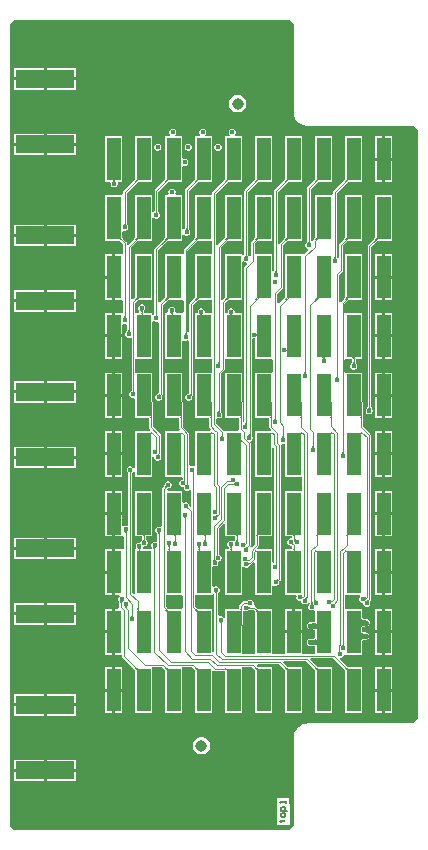
<source format=gtl>
G04*
G04 #@! TF.GenerationSoftware,Altium Limited,Altium Designer,21.1.0 (24)*
G04*
G04 Layer_Physical_Order=1*
G04 Layer_Color=255*
%FSLAX44Y44*%
%MOMM*%
G71*
G04*
G04 #@! TF.SameCoordinates,BAFAB9C6-4635-4B56-BF62-033A307C6E1E*
G04*
G04*
G04 #@! TF.FilePolarity,Positive*
G04*
G01*
G75*
%ADD12R,5.0000X1.6000*%
%ADD13R,1.2700X3.6800*%
%ADD17C,0.1250*%
%ADD18C,0.1500*%
%ADD19C,0.1000*%
%ADD20C,0.4000*%
%ADD21C,0.9700*%
%ADD22C,0.4000*%
%ADD23C,5.0000*%
G36*
X57961Y654155D02*
Y580000D01*
X57971Y579950D01*
X57963Y579900D01*
X58011Y578920D01*
X58048Y578773D01*
Y578622D01*
X58431Y576699D01*
X58507Y576514D01*
X58547Y576317D01*
X59297Y574506D01*
X59408Y574339D01*
X59485Y574153D01*
X60574Y572523D01*
X60716Y572381D01*
X60828Y572214D01*
X62214Y570828D01*
X62381Y570716D01*
X62523Y570574D01*
X64153Y569485D01*
X64339Y569408D01*
X64506Y569297D01*
X66317Y568547D01*
X66514Y568507D01*
X66699Y568430D01*
X68622Y568048D01*
X68773D01*
X68920Y568011D01*
X69900Y567963D01*
X69950Y567971D01*
X70000Y567961D01*
X159155Y567961D01*
X162961Y564155D01*
Y65845D01*
X159155Y62039D01*
X70000D01*
X69950Y62029D01*
X69900Y62037D01*
X68920Y61989D01*
X68773Y61952D01*
X68622D01*
X66699Y61569D01*
X66514Y61493D01*
X66317Y61453D01*
X64506Y60703D01*
X64339Y60592D01*
X64153Y60515D01*
X62523Y59426D01*
X62381Y59284D01*
X62214Y59172D01*
X60828Y57786D01*
X60716Y57619D01*
X60574Y57477D01*
X59485Y55847D01*
X59408Y55661D01*
X59297Y55494D01*
X58547Y53683D01*
X58507Y53486D01*
X58431Y53301D01*
X58048Y51378D01*
Y51227D01*
X58011Y51080D01*
X57963Y50100D01*
X57971Y50050D01*
X57961Y50000D01*
Y-24155D01*
X54155Y-27961D01*
X-179155D01*
X-181961Y-25155D01*
Y654155D01*
X-178155Y657961D01*
X54155D01*
X57961Y654155D01*
D02*
G37*
%LPC*%
G36*
X-126400Y616700D02*
X-151130D01*
Y608970D01*
X-126400D01*
Y616700D01*
D02*
G37*
G36*
X-153670D02*
X-178400D01*
Y608970D01*
X-153670D01*
Y616700D01*
D02*
G37*
G36*
X-126400Y606430D02*
X-151130D01*
Y598700D01*
X-126400D01*
Y606430D01*
D02*
G37*
G36*
X-153670D02*
X-178400D01*
Y598700D01*
X-153670D01*
Y606430D01*
D02*
G37*
G36*
X11468Y594250D02*
X9532D01*
X7663Y593749D01*
X5987Y592781D01*
X4618Y591413D01*
X3651Y589737D01*
X3150Y587868D01*
Y585932D01*
X3651Y584063D01*
X4618Y582387D01*
X5987Y581018D01*
X7663Y580051D01*
X9532Y579550D01*
X11468D01*
X13337Y580051D01*
X15013Y581018D01*
X16381Y582387D01*
X17349Y584063D01*
X17850Y585932D01*
Y587868D01*
X17349Y589737D01*
X16381Y591413D01*
X15013Y592781D01*
X13337Y593749D01*
X11468Y594250D01*
D02*
G37*
G36*
X-126400Y561300D02*
X-151130D01*
Y553570D01*
X-126400D01*
Y561300D01*
D02*
G37*
G36*
X-153670D02*
X-178400D01*
Y553570D01*
X-153670D01*
Y561300D01*
D02*
G37*
G36*
X-5403Y553000D02*
X-6597D01*
X-7699Y552543D01*
X-8543Y551699D01*
X-9000Y550597D01*
Y549403D01*
X-8543Y548301D01*
X-7699Y547457D01*
X-6597Y547000D01*
X-5403D01*
X-4301Y547457D01*
X-3457Y548301D01*
X-3000Y549403D01*
Y550597D01*
X-3457Y551699D01*
X-4301Y552543D01*
X-5403Y553000D01*
D02*
G37*
G36*
X-56403D02*
X-57597D01*
X-58699Y552543D01*
X-59543Y551699D01*
X-60000Y550597D01*
Y549403D01*
X-59543Y548301D01*
X-58699Y547457D01*
X-57597Y547000D01*
X-56403D01*
X-55301Y547457D01*
X-54457Y548301D01*
X-54000Y549403D01*
Y550597D01*
X-54457Y551699D01*
X-55301Y552543D01*
X-56403Y553000D01*
D02*
G37*
G36*
X-30403Y552750D02*
X-31597D01*
X-32699Y552293D01*
X-33543Y551449D01*
X-34000Y550347D01*
Y549153D01*
X-33543Y548051D01*
X-32699Y547207D01*
X-31597Y546750D01*
X-30403D01*
X-29301Y547207D01*
X-28457Y548051D01*
X-28000Y549153D01*
Y550347D01*
X-28457Y551449D01*
X-29301Y552293D01*
X-30403Y552750D01*
D02*
G37*
G36*
X-126400Y551030D02*
X-151130D01*
Y543300D01*
X-126400D01*
Y551030D01*
D02*
G37*
G36*
X-153670D02*
X-178400D01*
Y543300D01*
X-153670D01*
Y551030D01*
D02*
G37*
G36*
X141650Y559150D02*
X135570D01*
Y541020D01*
X141650D01*
Y559150D01*
D02*
G37*
G36*
X133030D02*
X126950D01*
Y541020D01*
X133030D01*
Y559150D01*
D02*
G37*
G36*
X141650Y538480D02*
X135570D01*
Y520350D01*
X141650D01*
Y538480D01*
D02*
G37*
G36*
X133030D02*
X126950D01*
Y520350D01*
X133030D01*
Y538480D01*
D02*
G37*
G36*
X-43903Y565750D02*
X-45097D01*
X-46199Y565293D01*
X-47043Y564449D01*
X-47500Y563347D01*
Y562153D01*
X-47043Y561051D01*
X-46413Y560420D01*
X-46652Y559414D01*
X-46802Y559150D01*
X-50850D01*
Y523336D01*
X-50857Y523325D01*
X-50850Y523295D01*
Y523200D01*
X-50871Y523148D01*
X-50850Y523097D01*
Y522857D01*
X-50913Y522768D01*
X-51254Y522368D01*
X-51481Y522133D01*
X-51528Y522015D01*
X-59290Y514254D01*
X-59649Y513716D01*
X-59775Y513082D01*
Y495640D01*
X-59833Y495521D01*
X-60280Y495139D01*
X-60977Y495311D01*
X-61550Y495942D01*
Y509650D01*
X-76250D01*
Y473836D01*
X-76257Y473825D01*
X-76250Y473795D01*
Y473700D01*
X-76271Y473648D01*
X-76250Y473596D01*
Y473357D01*
X-76313Y473268D01*
X-76654Y472868D01*
X-76881Y472633D01*
X-76928Y472515D01*
X-82023Y467420D01*
X-83293Y467946D01*
Y468850D01*
X-83419Y469484D01*
X-83778Y470022D01*
X-86263Y472506D01*
X-86305Y472618D01*
X-86744Y473090D01*
X-86878Y473256D01*
X-86950Y473357D01*
Y473596D01*
X-86929Y473648D01*
X-86950Y473700D01*
Y473795D01*
X-86943Y473825D01*
X-86950Y473836D01*
Y478147D01*
X-85680Y478995D01*
X-85547Y478940D01*
X-84353D01*
X-83251Y479397D01*
X-82407Y480241D01*
X-81950Y481343D01*
Y482537D01*
X-82407Y483640D01*
X-82741Y483974D01*
X-82823Y484171D01*
X-82947Y484294D01*
X-83031Y484389D01*
X-83100Y484481D01*
X-83156Y484567D01*
X-83200Y484650D01*
X-83234Y484730D01*
X-83259Y484808D01*
X-83277Y484887D01*
X-83288Y484969D01*
X-83294Y485103D01*
X-83343Y485209D01*
Y510914D01*
X-74594Y519663D01*
X-74482Y519705D01*
X-74010Y520144D01*
X-73844Y520278D01*
X-73743Y520350D01*
X-73503D01*
X-73452Y520329D01*
X-73400Y520350D01*
X-73305D01*
X-73275Y520343D01*
X-73264Y520350D01*
X-61550D01*
Y559150D01*
X-76250D01*
Y523336D01*
X-76257Y523325D01*
X-76250Y523295D01*
Y523200D01*
X-76271Y523148D01*
X-76250Y523097D01*
Y522857D01*
X-76313Y522768D01*
X-76654Y522368D01*
X-76881Y522133D01*
X-76928Y522015D01*
X-86172Y512771D01*
X-86531Y512234D01*
X-86657Y511600D01*
Y510799D01*
X-86950Y509650D01*
X-101650D01*
Y470850D01*
X-89936D01*
X-89925Y470843D01*
X-89895Y470850D01*
X-89800D01*
X-89748Y470829D01*
X-89697Y470850D01*
X-89457D01*
X-89368Y470787D01*
X-88968Y470446D01*
X-88733Y470219D01*
X-88615Y470172D01*
X-86607Y468164D01*
Y460278D01*
X-86950Y459150D01*
X-87877Y459150D01*
X-93030D01*
Y439750D01*
Y420350D01*
X-86950Y420350D01*
X-86607Y419222D01*
Y410778D01*
X-86950Y409650D01*
X-93030D01*
Y391520D01*
X-86950D01*
Y399693D01*
X-85680Y400542D01*
X-85547Y400487D01*
X-84353D01*
X-84252Y400529D01*
X-82982Y399680D01*
Y394968D01*
X-83030Y394869D01*
X-83027Y394859D01*
X-83031Y394850D01*
X-83037Y394716D01*
X-83048Y394637D01*
X-83066Y394562D01*
X-83090Y394488D01*
X-83123Y394414D01*
X-83165Y394337D01*
X-83219Y394257D01*
X-83286Y394172D01*
X-83369Y394084D01*
X-83494Y393967D01*
X-83585Y393767D01*
X-83985Y393367D01*
X-84442Y392265D01*
Y391071D01*
X-83985Y389968D01*
X-83141Y389124D01*
X-82038Y388668D01*
X-80845D01*
X-80507Y388808D01*
X-79237Y387970D01*
Y343487D01*
X-79949Y343192D01*
X-80793Y342348D01*
X-81250Y341245D01*
Y340052D01*
X-80793Y338949D01*
X-79949Y338105D01*
X-78847Y337648D01*
X-77653D01*
X-77520Y337704D01*
X-76250Y336855D01*
Y320350D01*
X-64674D01*
Y313082D01*
X-64198Y311934D01*
X-63193Y310930D01*
X-63223Y310589D01*
X-63710Y309650D01*
X-76250D01*
Y278662D01*
X-77520Y278409D01*
X-77626Y278665D01*
X-78470Y279509D01*
X-79573Y279966D01*
X-80766D01*
X-81869Y279509D01*
X-82713Y278665D01*
X-83169Y277563D01*
Y276369D01*
X-82713Y275266D01*
X-82425Y274979D01*
X-82350Y274788D01*
X-82227Y274660D01*
X-82143Y274560D01*
X-82073Y274464D01*
X-82016Y274372D01*
X-81971Y274284D01*
X-81936Y274201D01*
X-81910Y274119D01*
X-81892Y274037D01*
X-81881Y273953D01*
X-81876Y273820D01*
X-81826Y273713D01*
Y229865D01*
X-83096Y229105D01*
X-83565Y229299D01*
X-84759D01*
X-85680Y228918D01*
X-86423Y229208D01*
X-86950Y229550D01*
Y238480D01*
X-93030D01*
Y220350D01*
X-86950D01*
Y220350D01*
X-85796Y220070D01*
Y209930D01*
X-86950Y209650D01*
X-87066Y209650D01*
X-93030D01*
Y190250D01*
Y170850D01*
X-89556D01*
X-89275Y169706D01*
X-89272Y169580D01*
X-90093Y168758D01*
X-90550Y167656D01*
Y166462D01*
X-90136Y165463D01*
X-90119Y165356D01*
X-89910Y165021D01*
X-89846Y164898D01*
X-89788Y164772D01*
X-89741Y164652D01*
X-89705Y164537D01*
X-89677Y164428D01*
X-89658Y164326D01*
X-89648Y164228D01*
X-89643Y164093D01*
X-89593Y163985D01*
Y160434D01*
X-89590Y160420D01*
X-90381Y159243D01*
X-90534Y159150D01*
X-93030D01*
Y139750D01*
Y120350D01*
X-87157D01*
Y118900D01*
X-87031Y118266D01*
X-86672Y117729D01*
X-76938Y107995D01*
X-76897Y107883D01*
X-76464Y107417D01*
X-76335Y107256D01*
X-76250Y107134D01*
Y106977D01*
X-76302Y106852D01*
X-76268Y106770D01*
X-76289Y106683D01*
X-76250Y106620D01*
Y70850D01*
X-61550D01*
Y109650D01*
X-60442Y110041D01*
X-53606D01*
X-51537Y107973D01*
X-51495Y107860D01*
X-51057Y107390D01*
X-50924Y107225D01*
X-50850Y107120D01*
Y106870D01*
X-50871Y106817D01*
X-50850Y106767D01*
Y106664D01*
X-50855Y106642D01*
X-50850Y106634D01*
Y70850D01*
X-36150D01*
Y109650D01*
X-34950Y109819D01*
X-27962D01*
X-26138Y107995D01*
X-26096Y107883D01*
X-25664Y107417D01*
X-25535Y107256D01*
X-25450Y107134D01*
Y106977D01*
X-25502Y106852D01*
X-25468Y106770D01*
X-25489Y106683D01*
X-25450Y106620D01*
Y70850D01*
X-10750D01*
Y106515D01*
X-9577Y107001D01*
X-9429Y106853D01*
X-8891Y106494D01*
X-8257Y106368D01*
X-410D01*
X-298Y106318D01*
X-89Y106313D01*
X-50Y106309D01*
Y70850D01*
X14650D01*
Y109551D01*
X23106D01*
X24662Y107995D01*
X24704Y107883D01*
X25136Y107417D01*
X25265Y107256D01*
X25318Y107179D01*
Y106900D01*
X25298Y106852D01*
X25318Y106803D01*
Y106712D01*
X25311Y106683D01*
X25318Y106672D01*
Y95975D01*
X25350Y95815D01*
Y70850D01*
X40050D01*
Y109650D01*
X28380D01*
X28317Y109689D01*
X28231Y109668D01*
X28148Y109702D01*
X28023Y109650D01*
X27866D01*
X27757Y109726D01*
X27363Y110059D01*
X27132Y110282D01*
X26828Y110907D01*
X27541Y112177D01*
X45880D01*
X50062Y107995D01*
X50104Y107883D01*
X50536Y107417D01*
X50665Y107256D01*
X50750Y107134D01*
Y106977D01*
X50698Y106852D01*
X50732Y106770D01*
X50711Y106683D01*
X50750Y106620D01*
Y70850D01*
X65450D01*
Y109650D01*
X53780D01*
X53717Y109689D01*
X53630Y109668D01*
X53548Y109702D01*
X53423Y109650D01*
X53266D01*
X53157Y109726D01*
X52763Y110059D01*
X52532Y110282D01*
X52415Y110328D01*
X49196Y113547D01*
X49682Y114720D01*
X68737D01*
X75462Y107995D01*
X75504Y107883D01*
X75936Y107417D01*
X76065Y107256D01*
X76150Y107134D01*
Y106977D01*
X76098Y106852D01*
X76132Y106770D01*
X76111Y106683D01*
X76150Y106620D01*
Y70850D01*
X90850D01*
Y109650D01*
X79180D01*
X79117Y109689D01*
X79030Y109668D01*
X78948Y109702D01*
X78823Y109650D01*
X78666D01*
X78557Y109726D01*
X78163Y110059D01*
X77932Y110282D01*
X77815Y110328D01*
X72131Y116012D01*
X72617Y117186D01*
X91671D01*
X100862Y107995D01*
X100904Y107883D01*
X101336Y107417D01*
X101465Y107256D01*
X101550Y107134D01*
Y106977D01*
X101498Y106852D01*
X101532Y106770D01*
X101511Y106683D01*
X101550Y106620D01*
Y70850D01*
X116250D01*
Y109650D01*
X104580D01*
X104517Y109689D01*
X104431Y109668D01*
X104348Y109702D01*
X104223Y109650D01*
X104066D01*
X103957Y109726D01*
X103563Y110059D01*
X103332Y110282D01*
X103215Y110328D01*
X97001Y116542D01*
X97527Y117812D01*
X98159D01*
X99261Y118268D01*
X100105Y119112D01*
X100428Y119893D01*
X101550Y120350D01*
X101550Y120350D01*
X101550Y120350D01*
X116250D01*
Y131858D01*
X116265Y131886D01*
X116292Y132138D01*
X116325Y132229D01*
X116379Y132310D01*
X116488Y132411D01*
X116684Y132530D01*
X116985Y132652D01*
X117392Y132761D01*
X117905Y132845D01*
X118515Y132899D01*
X119248Y132918D01*
X119340Y132959D01*
X119545Y133000D01*
X119847D01*
X120125Y133115D01*
X120421Y133174D01*
X120671Y133341D01*
X120949Y133457D01*
X121162Y133670D01*
X121413Y133837D01*
X121580Y134088D01*
X121793Y134301D01*
X121909Y134579D01*
X122076Y134830D01*
X122135Y135125D01*
X122250Y135403D01*
Y135704D01*
X122309Y136000D01*
X122250Y136295D01*
Y136597D01*
X122135Y136875D01*
X122076Y137170D01*
X121909Y137421D01*
X121793Y137699D01*
X121580Y137912D01*
X121413Y138163D01*
X121162Y138330D01*
X120949Y138543D01*
X120671Y138659D01*
X120421Y138826D01*
X120125Y138885D01*
X119847Y139000D01*
X119545D01*
X119340Y139041D01*
X119248Y139082D01*
X118515Y139101D01*
X117905Y139155D01*
X117393Y139239D01*
X116985Y139348D01*
X116684Y139470D01*
X116488Y139589D01*
X116379Y139689D01*
X116325Y139771D01*
X116292Y139862D01*
X116265Y140114D01*
X116250Y140142D01*
Y143108D01*
X116265Y143136D01*
X116292Y143388D01*
X116325Y143479D01*
X116379Y143560D01*
X116488Y143661D01*
X116684Y143780D01*
X116985Y143902D01*
X117392Y144011D01*
X117905Y144095D01*
X118515Y144149D01*
X119248Y144168D01*
X119300Y144191D01*
X119500D01*
X119796Y144250D01*
X120097D01*
X120375Y144365D01*
X120670Y144424D01*
X120921Y144591D01*
X121199Y144707D01*
X121412Y144920D01*
X121663Y145087D01*
X121830Y145338D01*
X122043Y145551D01*
X122159Y145829D01*
X122326Y146080D01*
X122385Y146375D01*
X122500Y146653D01*
Y146954D01*
X122559Y147250D01*
X122500Y147545D01*
Y147847D01*
X122385Y148125D01*
X122326Y148420D01*
X122159Y148671D01*
X122043Y148949D01*
X121830Y149162D01*
X121663Y149413D01*
X121412Y149580D01*
X121199Y149793D01*
X120921Y149909D01*
X120670Y150076D01*
X120375Y150135D01*
X120097Y150250D01*
X119796D01*
X119500Y150309D01*
X119300D01*
X119248Y150332D01*
X118515Y150351D01*
X117905Y150405D01*
X117393Y150489D01*
X116985Y150598D01*
X116684Y150720D01*
X116488Y150839D01*
X116379Y150939D01*
X116325Y151021D01*
X116292Y151112D01*
X116265Y151364D01*
X116250Y151392D01*
Y159150D01*
X101685D01*
Y170850D01*
X114157D01*
X114570Y169580D01*
X114017Y169028D01*
X113561Y167925D01*
Y166732D01*
X114017Y165629D01*
X114861Y164785D01*
X115964Y164328D01*
X117096D01*
Y163196D01*
X117553Y162094D01*
X118397Y161250D01*
X119499Y160793D01*
X120693D01*
X121796Y161250D01*
X122640Y162094D01*
X123096Y163196D01*
Y164390D01*
X122640Y165492D01*
X122549Y165583D01*
X122523Y165691D01*
X122523Y165691D01*
X123398Y166566D01*
X123874Y167715D01*
Y305501D01*
X123398Y306649D01*
X122666Y307381D01*
X122666Y307381D01*
X116374Y313674D01*
Y333900D01*
X116250Y334198D01*
Y359150D01*
X101550D01*
X101082Y360226D01*
Y369774D01*
X101550Y370850D01*
X102352Y370850D01*
X107184D01*
X107188Y370813D01*
X107193Y370603D01*
X107243Y370490D01*
Y367869D01*
X107194Y367763D01*
X107188Y367629D01*
X107177Y367547D01*
X107159Y367468D01*
X107134Y367390D01*
X107100Y367310D01*
X107056Y367227D01*
X107000Y367141D01*
X106931Y367049D01*
X106847Y366954D01*
X106723Y366831D01*
X106641Y366633D01*
X106307Y366299D01*
X105850Y365197D01*
Y364003D01*
X106307Y362901D01*
X107151Y362057D01*
X108253Y361600D01*
X109447D01*
X110549Y362057D01*
X111393Y362901D01*
X111850Y364003D01*
Y365197D01*
X111393Y366299D01*
X111149Y366543D01*
X111084Y366723D01*
X110962Y366856D01*
X110877Y366962D01*
X110807Y367063D01*
X110749Y367159D01*
X110703Y367251D01*
X110668Y367339D01*
X110641Y367425D01*
X110623Y367509D01*
X110612Y367595D01*
X110606Y367728D01*
X110557Y367835D01*
Y370490D01*
X110607Y370603D01*
X110612Y370813D01*
X110616Y370850D01*
X116250D01*
Y409650D01*
X102352D01*
X101550Y409650D01*
X101082Y410726D01*
Y417239D01*
X103004Y419161D01*
X103073Y419178D01*
X103117Y419249D01*
X103194Y419279D01*
X103505Y419582D01*
X104044Y420059D01*
X104244Y420213D01*
X104409Y420323D01*
X104458Y420350D01*
X104807D01*
X104832Y420344D01*
X104841Y420350D01*
X116250D01*
Y459150D01*
X101550D01*
Y434185D01*
X101518Y434025D01*
Y422500D01*
X101160Y422082D01*
X100919Y421834D01*
X100872Y421716D01*
X98254Y419097D01*
X97894Y418559D01*
X96626Y418694D01*
Y442003D01*
X99285Y444662D01*
X99644Y445200D01*
X99771Y445834D01*
Y466727D01*
X103206Y470163D01*
X103318Y470205D01*
X103790Y470644D01*
X103956Y470778D01*
X104057Y470850D01*
X104297D01*
X104348Y470829D01*
X104400Y470850D01*
X104495D01*
X104525Y470843D01*
X104536Y470850D01*
X116250D01*
Y509650D01*
X101550D01*
Y473836D01*
X101543Y473825D01*
X101550Y473795D01*
Y473700D01*
X101529Y473648D01*
X101550Y473596D01*
Y473357D01*
X101487Y473268D01*
X101146Y472868D01*
X100919Y472633D01*
X100872Y472515D01*
X96942Y468585D01*
X96583Y468048D01*
X96457Y467414D01*
Y456021D01*
X96283Y455924D01*
X95156Y455906D01*
X94577Y456638D01*
X94573Y456655D01*
X94562Y456739D01*
X94556Y456872D01*
X94507Y456979D01*
Y510964D01*
X103206Y519663D01*
X103318Y519705D01*
X103790Y520144D01*
X103956Y520278D01*
X104057Y520350D01*
X104297D01*
X104348Y520329D01*
X104400Y520350D01*
X104495D01*
X104525Y520343D01*
X104536Y520350D01*
X116250D01*
Y559150D01*
X101550D01*
Y523336D01*
X101543Y523325D01*
X101550Y523295D01*
Y523200D01*
X101529Y523148D01*
X101550Y523097D01*
Y522857D01*
X101487Y522768D01*
X101146Y522368D01*
X100919Y522133D01*
X100872Y522015D01*
X91678Y512822D01*
X91319Y512284D01*
X91193Y511650D01*
Y510778D01*
X90850Y509650D01*
X76150D01*
Y473836D01*
X76143Y473825D01*
X76150Y473795D01*
Y473700D01*
X76129Y473648D01*
X76150Y473596D01*
Y473357D01*
X76087Y473268D01*
X75746Y472868D01*
X75518Y472633D01*
X75472Y472515D01*
X74617Y471660D01*
X74258Y471122D01*
X74196Y470815D01*
X73896Y470537D01*
X73492Y470340D01*
X72882Y470253D01*
X72713Y470602D01*
Y514570D01*
X77806Y519663D01*
X77918Y519705D01*
X78390Y520144D01*
X78556Y520278D01*
X78657Y520350D01*
X78896D01*
X78948Y520329D01*
X79000Y520350D01*
X79095D01*
X79125Y520343D01*
X79136Y520350D01*
X90850D01*
Y559150D01*
X76150D01*
Y523336D01*
X76143Y523325D01*
X76150Y523295D01*
Y523200D01*
X76129Y523148D01*
X76150Y523097D01*
Y522857D01*
X76087Y522768D01*
X75746Y522368D01*
X75518Y522133D01*
X75472Y522015D01*
X69885Y516428D01*
X69525Y515890D01*
X69399Y515256D01*
Y470066D01*
X69350Y469960D01*
X69344Y469826D01*
X69333Y469742D01*
X69315Y469660D01*
X69289Y469578D01*
X69254Y469495D01*
X69209Y469407D01*
X69153Y469316D01*
X69083Y469220D01*
X68998Y469119D01*
X68875Y468991D01*
X68801Y468801D01*
X68513Y468513D01*
X68056Y467410D01*
Y466217D01*
X68513Y465114D01*
X69357Y464270D01*
X69896Y464046D01*
X70286Y462640D01*
X66720Y459074D01*
X65450Y459150D01*
X65450Y459150D01*
X50750D01*
Y423336D01*
X50743Y423325D01*
X50750Y423295D01*
Y423200D01*
X50729Y423148D01*
X50750Y423097D01*
Y422857D01*
X50687Y422768D01*
X50346Y422368D01*
X50118Y422133D01*
X50072Y422015D01*
X45364Y417308D01*
X44095Y417834D01*
Y425934D01*
X48859Y430698D01*
X49218Y431236D01*
X49344Y431870D01*
Y467101D01*
X52406Y470163D01*
X52518Y470205D01*
X52990Y470644D01*
X53156Y470778D01*
X53257Y470850D01*
X53496D01*
X53548Y470829D01*
X53600Y470850D01*
X53695D01*
X53725Y470843D01*
X53736Y470850D01*
X65450D01*
Y509650D01*
X50750D01*
Y473836D01*
X50743Y473825D01*
X50750Y473795D01*
Y473700D01*
X50729Y473648D01*
X50750Y473596D01*
Y473357D01*
X50687Y473268D01*
X50346Y472868D01*
X50118Y472633D01*
X50072Y472515D01*
X46516Y468959D01*
X46157Y468421D01*
X46031Y467787D01*
Y446870D01*
X44760Y446299D01*
X44754Y446305D01*
Y512011D01*
X52406Y519663D01*
X52518Y519705D01*
X52990Y520144D01*
X53156Y520278D01*
X53257Y520350D01*
X53496D01*
X53548Y520329D01*
X53600Y520350D01*
X53695D01*
X53725Y520343D01*
X53736Y520350D01*
X65450D01*
Y559150D01*
X50750D01*
Y523336D01*
X50743Y523325D01*
X50750Y523295D01*
Y523200D01*
X50729Y523148D01*
X50750Y523097D01*
Y522857D01*
X50687Y522768D01*
X50346Y522368D01*
X50118Y522133D01*
X50072Y522015D01*
X41926Y513869D01*
X41567Y513331D01*
X41441Y512697D01*
Y445662D01*
X41397Y445587D01*
X40948Y445448D01*
X40905Y445457D01*
X40050Y446097D01*
Y459150D01*
X25350D01*
X24907Y460236D01*
Y468064D01*
X27006Y470163D01*
X27118Y470205D01*
X27590Y470644D01*
X27756Y470778D01*
X27857Y470850D01*
X28096D01*
X28148Y470829D01*
X28200Y470850D01*
X28295D01*
X28325Y470843D01*
X28336Y470850D01*
X40050D01*
Y509650D01*
X25350D01*
Y473836D01*
X25343Y473825D01*
X25350Y473795D01*
Y473700D01*
X25329Y473648D01*
X25350Y473596D01*
Y473357D01*
X25287Y473268D01*
X24946Y472868D01*
X24718Y472633D01*
X24672Y472515D01*
X22078Y469921D01*
X21719Y469384D01*
X21593Y468750D01*
Y457809D01*
X21434Y457716D01*
X20357Y457683D01*
X19723Y458429D01*
X19712Y458513D01*
X19706Y458646D01*
X19657Y458753D01*
Y512314D01*
X27006Y519663D01*
X27118Y519705D01*
X27590Y520144D01*
X27756Y520278D01*
X27857Y520350D01*
X28096D01*
X28148Y520329D01*
X28200Y520350D01*
X28295D01*
X28325Y520343D01*
X28336Y520350D01*
X40050D01*
Y559150D01*
X25350D01*
Y523336D01*
X25343Y523325D01*
X25350Y523295D01*
Y523200D01*
X25329Y523148D01*
X25350Y523097D01*
Y522857D01*
X25287Y522768D01*
X24946Y522368D01*
X24718Y522133D01*
X24672Y522015D01*
X16828Y514171D01*
X16469Y513634D01*
X16343Y513000D01*
Y458887D01*
X15983Y458420D01*
X15920Y458375D01*
X15038Y458697D01*
X14650Y459148D01*
Y459150D01*
X-50D01*
Y423336D01*
X-57Y423325D01*
X-50Y423295D01*
Y423200D01*
X-71Y423148D01*
X-50Y423097D01*
Y422857D01*
X-113Y422768D01*
X-454Y422368D01*
X-681Y422133D01*
X-728Y422015D01*
X-2573Y420170D01*
X-3843Y420678D01*
Y464714D01*
X1606Y470163D01*
X1718Y470205D01*
X2190Y470644D01*
X2356Y470778D01*
X2457Y470850D01*
X2697D01*
X2748Y470829D01*
X2800Y470850D01*
X2895D01*
X2925Y470843D01*
X2936Y470850D01*
X14650D01*
Y509650D01*
X-50D01*
Y473836D01*
X-57Y473825D01*
X-50Y473795D01*
Y473700D01*
X-71Y473648D01*
X-50Y473596D01*
Y473357D01*
X-113Y473268D01*
X-454Y472868D01*
X-681Y472633D01*
X-728Y472515D01*
X-6448Y466795D01*
X-7318Y467011D01*
X-7718Y467283D01*
Y510339D01*
X1606Y519663D01*
X1718Y519705D01*
X2190Y520144D01*
X2356Y520278D01*
X2457Y520350D01*
X2697D01*
X2748Y520329D01*
X2800Y520350D01*
X2895D01*
X2925Y520343D01*
X2936Y520350D01*
X14650D01*
Y559150D01*
X8939D01*
X8413Y560420D01*
X8793Y560801D01*
X9250Y561903D01*
Y563097D01*
X8793Y564199D01*
X7949Y565043D01*
X6847Y565500D01*
X5653D01*
X4551Y565043D01*
X3707Y564199D01*
X3250Y563097D01*
Y561903D01*
X3707Y560801D01*
X4087Y560420D01*
X3561Y559150D01*
X-50D01*
Y523336D01*
X-57Y523325D01*
X-50Y523295D01*
Y523200D01*
X-71Y523148D01*
X-50Y523097D01*
Y522857D01*
X-113Y522768D01*
X-454Y522368D01*
X-681Y522133D01*
X-728Y522015D01*
X-10547Y512197D01*
X-10906Y511659D01*
X-11032Y511025D01*
Y509650D01*
X-25450D01*
Y473836D01*
X-25457Y473825D01*
X-25450Y473795D01*
Y473700D01*
X-25471Y473648D01*
X-25450Y473596D01*
Y473357D01*
X-25513Y473268D01*
X-25854Y472868D01*
X-26082Y472633D01*
X-26128Y472515D01*
X-34672Y463971D01*
X-35031Y463434D01*
X-35157Y462800D01*
Y459818D01*
X-36150Y459150D01*
X-36427Y459150D01*
X-50850D01*
Y423336D01*
X-50857Y423325D01*
X-50850Y423295D01*
Y423200D01*
X-50871Y423148D01*
X-50850Y423097D01*
Y422857D01*
X-50913Y422768D01*
X-51254Y422368D01*
X-51481Y422133D01*
X-51528Y422015D01*
X-55277Y418266D01*
X-55538Y418283D01*
X-56547Y418681D01*
Y462809D01*
X-49194Y470163D01*
X-49082Y470205D01*
X-48610Y470644D01*
X-48444Y470778D01*
X-48343Y470850D01*
X-48103D01*
X-48052Y470829D01*
X-48000Y470850D01*
X-47905D01*
X-47875Y470843D01*
X-47864Y470850D01*
X-36150D01*
Y475875D01*
X-35402Y476199D01*
X-34880Y476264D01*
X-34148Y475533D01*
X-33046Y475076D01*
X-31852D01*
X-30750Y475533D01*
X-29906Y476376D01*
X-29449Y477479D01*
Y478673D01*
X-29906Y479775D01*
X-30194Y480063D01*
X-30268Y480254D01*
X-30391Y480382D01*
X-30476Y480482D01*
X-30545Y480578D01*
X-30602Y480670D01*
X-30647Y480757D01*
X-30682Y480841D01*
X-30708Y480923D01*
X-30726Y481005D01*
X-30737Y481088D01*
X-30743Y481222D01*
X-30792Y481329D01*
Y512665D01*
X-23794Y519663D01*
X-23682Y519705D01*
X-23210Y520144D01*
X-23044Y520278D01*
X-22943Y520350D01*
X-22703D01*
X-22652Y520329D01*
X-22600Y520350D01*
X-22505D01*
X-22475Y520343D01*
X-22464Y520350D01*
X-10750D01*
Y559150D01*
X-16311D01*
X-16837Y560420D01*
X-16457Y560801D01*
X-16000Y561903D01*
Y563097D01*
X-16457Y564199D01*
X-17301Y565043D01*
X-18403Y565500D01*
X-19597D01*
X-20699Y565043D01*
X-21543Y564199D01*
X-22000Y563097D01*
Y561903D01*
X-21543Y560801D01*
X-21163Y560420D01*
X-21689Y559150D01*
X-25450D01*
Y523336D01*
X-25457Y523325D01*
X-25450Y523295D01*
Y523200D01*
X-25471Y523148D01*
X-25450Y523097D01*
Y522857D01*
X-25513Y522768D01*
X-25854Y522368D01*
X-26082Y522133D01*
X-26128Y522015D01*
X-33621Y514523D01*
X-33980Y513985D01*
X-34106Y513351D01*
Y481329D01*
X-34155Y481222D01*
X-34161Y481088D01*
X-34172Y481005D01*
X-34190Y480923D01*
X-34216Y480841D01*
X-34251Y480757D01*
X-34296Y480670D01*
X-34353Y480578D01*
X-34423Y480482D01*
X-34507Y480382D01*
X-34630Y480254D01*
X-34898Y480233D01*
X-36150Y481338D01*
Y509650D01*
X-41248D01*
X-42097Y510920D01*
X-42000Y511153D01*
Y512347D01*
X-42457Y513449D01*
X-43301Y514293D01*
X-44403Y514750D01*
X-45597D01*
X-46699Y514293D01*
X-47543Y513449D01*
X-48000Y512347D01*
Y511153D01*
X-47903Y510920D01*
X-48752Y509650D01*
X-50850D01*
Y473836D01*
X-50857Y473825D01*
X-50850Y473795D01*
Y473700D01*
X-50871Y473648D01*
X-50850Y473596D01*
Y473357D01*
X-50913Y473268D01*
X-51254Y472868D01*
X-51481Y472633D01*
X-51528Y472515D01*
X-59376Y464667D01*
X-59735Y464130D01*
X-59861Y463496D01*
Y408302D01*
X-60265Y407793D01*
X-60280Y407782D01*
X-61160Y408103D01*
X-61550Y408562D01*
Y409650D01*
X-68235D01*
X-68943Y410610D01*
X-68997Y410745D01*
X-69009Y410903D01*
X-68983Y410985D01*
X-68948Y411069D01*
X-68903Y411156D01*
X-68847Y411248D01*
X-68776Y411344D01*
X-68692Y411444D01*
X-68569Y411572D01*
X-68495Y411763D01*
X-68207Y412051D01*
X-67750Y413153D01*
Y414347D01*
X-68207Y415449D01*
X-69051Y416293D01*
X-70153Y416750D01*
X-71347D01*
X-72449Y416293D01*
X-73293Y415449D01*
X-73750Y414347D01*
Y413153D01*
X-73293Y412051D01*
X-73005Y411763D01*
X-72931Y411572D01*
X-72808Y411444D01*
X-72723Y411344D01*
X-72653Y411248D01*
X-72597Y411156D01*
X-72552Y411069D01*
X-72517Y410985D01*
X-72491Y410903D01*
X-72503Y410745D01*
X-72557Y410609D01*
X-73265Y409650D01*
X-75924D01*
Y418333D01*
X-74594Y419663D01*
X-74482Y419705D01*
X-74010Y420144D01*
X-73844Y420278D01*
X-73743Y420350D01*
X-73503D01*
X-73452Y420329D01*
X-73400Y420350D01*
X-73305D01*
X-73275Y420343D01*
X-73264Y420350D01*
X-61550D01*
Y459150D01*
X-76250D01*
Y423336D01*
X-76257Y423325D01*
X-76250Y423295D01*
Y423200D01*
X-76271Y423148D01*
X-76250Y423097D01*
Y422857D01*
X-76313Y422768D01*
X-76654Y422368D01*
X-76881Y422133D01*
X-76928Y422015D01*
X-78398Y420545D01*
X-79668Y421045D01*
Y465089D01*
X-74594Y470163D01*
X-74482Y470205D01*
X-74010Y470644D01*
X-73844Y470778D01*
X-73743Y470850D01*
X-73503D01*
X-73452Y470829D01*
X-73400Y470850D01*
X-73305D01*
X-73275Y470843D01*
X-73264Y470850D01*
X-61550D01*
Y489775D01*
X-60280Y490301D01*
X-59817Y489839D01*
X-58715Y489382D01*
X-57521D01*
X-56419Y489839D01*
X-55575Y490683D01*
X-55118Y491785D01*
Y492979D01*
X-55575Y494081D01*
X-55863Y494369D01*
X-55937Y494560D01*
X-56060Y494688D01*
X-56145Y494788D01*
X-56215Y494884D01*
X-56271Y494976D01*
X-56316Y495063D01*
X-56351Y495147D01*
X-56377Y495229D01*
X-56395Y495311D01*
X-56406Y495395D01*
X-56412Y495528D01*
X-56461Y495635D01*
Y512396D01*
X-49194Y519663D01*
X-49082Y519705D01*
X-48610Y520144D01*
X-48444Y520278D01*
X-48343Y520350D01*
X-48103D01*
X-48052Y520329D01*
X-48000Y520350D01*
X-47905D01*
X-47875Y520343D01*
X-47864Y520350D01*
X-36150D01*
Y533519D01*
X-34880Y534367D01*
X-34597Y534250D01*
X-33403D01*
X-32301Y534707D01*
X-31457Y535551D01*
X-31000Y536653D01*
Y537847D01*
X-31457Y538949D01*
X-32301Y539793D01*
X-33403Y540250D01*
X-34597D01*
X-34880Y540133D01*
X-36150Y540981D01*
Y559150D01*
X-42198D01*
X-42348Y559414D01*
X-42587Y560420D01*
X-41957Y561051D01*
X-41500Y562153D01*
Y563347D01*
X-41957Y564449D01*
X-42801Y565293D01*
X-43903Y565750D01*
D02*
G37*
G36*
X-86950Y559150D02*
X-101650D01*
Y520350D01*
X-97503D01*
X-97000Y519597D01*
Y518403D01*
X-96543Y517301D01*
X-95699Y516457D01*
X-94597Y516000D01*
X-93403D01*
X-92301Y516457D01*
X-91457Y517301D01*
X-91000Y518403D01*
Y519597D01*
X-90497Y520350D01*
X-86950D01*
Y559150D01*
D02*
G37*
G36*
X-126400Y484200D02*
X-151130D01*
Y476470D01*
X-126400D01*
Y484200D01*
D02*
G37*
G36*
X-153670D02*
X-178400D01*
Y476470D01*
X-153670D01*
Y484200D01*
D02*
G37*
G36*
X141650Y509650D02*
X126950D01*
Y473836D01*
X126943Y473825D01*
X126950Y473795D01*
Y473700D01*
X126929Y473648D01*
X126950Y473596D01*
Y473357D01*
X126887Y473268D01*
X126546Y472868D01*
X126319Y472633D01*
X126272Y472515D01*
X121078Y467322D01*
X120719Y466784D01*
X120593Y466150D01*
Y330128D01*
X120552Y330057D01*
X120565Y330009D01*
X120544Y329963D01*
X120538Y329830D01*
X120527Y329755D01*
X120511Y329687D01*
X120488Y329624D01*
X120459Y329561D01*
X120421Y329497D01*
X120371Y329430D01*
X120309Y329358D01*
X120230Y329283D01*
X120104Y329179D01*
X120008Y329000D01*
X119457Y328449D01*
X119000Y327347D01*
Y326153D01*
X119457Y325051D01*
X120301Y324207D01*
X121403Y323750D01*
X122597D01*
X123699Y324207D01*
X124543Y325051D01*
X125000Y326153D01*
Y327347D01*
X124543Y328449D01*
X124461Y328531D01*
X124432Y328643D01*
X124318Y328794D01*
X124234Y328921D01*
X124162Y329041D01*
X124103Y329156D01*
X124056Y329265D01*
X124019Y329369D01*
X123991Y329468D01*
X123973Y329564D01*
X123962Y329657D01*
X123956Y329791D01*
X123907Y329899D01*
Y465464D01*
X128606Y470163D01*
X128718Y470205D01*
X129190Y470644D01*
X129356Y470778D01*
X129457Y470850D01*
X129697D01*
X129748Y470829D01*
X129800Y470850D01*
X129895D01*
X129925Y470843D01*
X129936Y470850D01*
X141650D01*
Y509650D01*
D02*
G37*
G36*
X-126400Y473930D02*
X-151130D01*
Y466200D01*
X-126400D01*
Y473930D01*
D02*
G37*
G36*
X-153670D02*
X-178400D01*
Y466200D01*
X-153670D01*
Y473930D01*
D02*
G37*
G36*
X141650Y459150D02*
X135570D01*
Y441020D01*
X141650D01*
Y459150D01*
D02*
G37*
G36*
X133030D02*
X126950D01*
Y441020D01*
X133030D01*
Y459150D01*
D02*
G37*
G36*
X-95570D02*
X-101650D01*
Y441020D01*
X-95570D01*
Y459150D01*
D02*
G37*
G36*
X-126400Y428800D02*
X-151130D01*
Y421070D01*
X-126400D01*
Y428800D01*
D02*
G37*
G36*
X-153670D02*
X-178400D01*
Y421070D01*
X-153670D01*
Y428800D01*
D02*
G37*
G36*
X141650Y438480D02*
X135570D01*
Y420350D01*
X141650D01*
Y438480D01*
D02*
G37*
G36*
X133030D02*
X126950D01*
Y420350D01*
X133030D01*
Y438480D01*
D02*
G37*
G36*
X-95570D02*
X-101650D01*
Y420350D01*
X-95570D01*
Y438480D01*
D02*
G37*
G36*
X-126400Y418530D02*
X-151130D01*
Y410800D01*
X-126400D01*
Y418530D01*
D02*
G37*
G36*
X-153670D02*
X-178400D01*
Y410800D01*
X-153670D01*
Y418530D01*
D02*
G37*
G36*
X141650Y409650D02*
X135570D01*
Y391520D01*
X141650D01*
Y409650D01*
D02*
G37*
G36*
X133030D02*
X126950D01*
Y391520D01*
X133030D01*
Y409650D01*
D02*
G37*
G36*
X-95570D02*
X-101650D01*
Y391520D01*
X-95570D01*
Y409650D01*
D02*
G37*
G36*
X141650Y388980D02*
X135570D01*
Y370850D01*
X141650D01*
Y388980D01*
D02*
G37*
G36*
X133030D02*
X126950D01*
Y370850D01*
X133030D01*
Y388980D01*
D02*
G37*
G36*
X-86950D02*
X-93030D01*
Y370850D01*
X-86950D01*
Y388980D01*
D02*
G37*
G36*
X-95570D02*
X-101650D01*
Y370850D01*
X-95570D01*
Y388980D01*
D02*
G37*
G36*
X-126400Y351700D02*
X-151130D01*
Y343970D01*
X-126400D01*
Y351700D01*
D02*
G37*
G36*
X-153670D02*
X-178400D01*
Y343970D01*
X-153670D01*
Y351700D01*
D02*
G37*
G36*
X141650Y359150D02*
X135570D01*
Y341020D01*
X141650D01*
Y359150D01*
D02*
G37*
G36*
X-86950D02*
X-93030D01*
Y341020D01*
X-86950D01*
Y359150D01*
D02*
G37*
G36*
X133030D02*
X126950D01*
Y341020D01*
X133030D01*
Y359150D01*
D02*
G37*
G36*
X-95570D02*
X-101650D01*
Y341020D01*
X-95570D01*
Y359150D01*
D02*
G37*
G36*
X-126400Y341430D02*
X-151130D01*
Y333700D01*
X-126400D01*
Y341430D01*
D02*
G37*
G36*
X-153670D02*
X-178400D01*
Y333700D01*
X-153670D01*
Y341430D01*
D02*
G37*
G36*
X141650Y338480D02*
X135570D01*
Y320350D01*
X141650D01*
Y338480D01*
D02*
G37*
G36*
X133030D02*
X126950D01*
Y320350D01*
X133030D01*
Y338480D01*
D02*
G37*
G36*
X-86950D02*
X-93030D01*
Y320350D01*
X-86950D01*
Y338480D01*
D02*
G37*
G36*
X-95570D02*
X-101650D01*
Y320350D01*
X-95570D01*
Y338480D01*
D02*
G37*
G36*
X141650Y309650D02*
X135570D01*
Y291520D01*
X141650D01*
Y309650D01*
D02*
G37*
G36*
X-86950D02*
X-93030D01*
Y291520D01*
X-86950D01*
Y309650D01*
D02*
G37*
G36*
X133030D02*
X126950D01*
Y291520D01*
X133030D01*
Y309650D01*
D02*
G37*
G36*
X-95570D02*
X-101650D01*
Y291520D01*
X-95570D01*
Y309650D01*
D02*
G37*
G36*
X-126400Y296300D02*
X-151130D01*
Y288570D01*
X-126400D01*
Y296300D01*
D02*
G37*
G36*
X-153670D02*
X-178400D01*
Y288570D01*
X-153670D01*
Y296300D01*
D02*
G37*
G36*
X-126400Y286030D02*
X-151130D01*
Y278300D01*
X-126400D01*
Y286030D01*
D02*
G37*
G36*
X-153670D02*
X-178400D01*
Y278300D01*
X-153670D01*
Y286030D01*
D02*
G37*
G36*
X141650Y288980D02*
X135570D01*
Y270850D01*
X141650D01*
Y288980D01*
D02*
G37*
G36*
X133030D02*
X126950D01*
Y270850D01*
X133030D01*
Y288980D01*
D02*
G37*
G36*
X-86950D02*
X-93030D01*
Y270850D01*
X-86950D01*
Y288980D01*
D02*
G37*
G36*
X-95570D02*
X-101650D01*
Y270850D01*
X-95570D01*
Y288980D01*
D02*
G37*
G36*
X141650Y259150D02*
X135570D01*
Y241020D01*
X141650D01*
Y259150D01*
D02*
G37*
G36*
X-86950D02*
X-93030D01*
Y241020D01*
X-86950D01*
Y259150D01*
D02*
G37*
G36*
X133030D02*
X126950D01*
Y241020D01*
X133030D01*
Y259150D01*
D02*
G37*
G36*
X-95570D02*
X-101650D01*
Y241020D01*
X-95570D01*
Y259150D01*
D02*
G37*
G36*
X141650Y238480D02*
X135570D01*
Y220350D01*
X141650D01*
Y238480D01*
D02*
G37*
G36*
X133030D02*
X126950D01*
Y220350D01*
X133030D01*
Y238480D01*
D02*
G37*
G36*
X-95570D02*
X-101650D01*
Y220350D01*
X-95570D01*
Y238480D01*
D02*
G37*
G36*
X-126400Y219200D02*
X-151130D01*
Y211470D01*
X-126400D01*
Y219200D01*
D02*
G37*
G36*
X-153670D02*
X-178400D01*
Y211470D01*
X-153670D01*
Y219200D01*
D02*
G37*
G36*
X-126400Y208930D02*
X-151130D01*
Y201200D01*
X-126400D01*
Y208930D01*
D02*
G37*
G36*
X-153670D02*
X-178400D01*
Y201200D01*
X-153670D01*
Y208930D01*
D02*
G37*
G36*
X141650Y209650D02*
X135570D01*
Y191520D01*
X141650D01*
Y209650D01*
D02*
G37*
G36*
X133030D02*
X126950D01*
Y191520D01*
X133030D01*
Y209650D01*
D02*
G37*
G36*
X-95570D02*
X-101650D01*
Y191520D01*
X-95570D01*
Y209650D01*
D02*
G37*
G36*
X141650Y188980D02*
X135570D01*
Y170850D01*
X141650D01*
Y188980D01*
D02*
G37*
G36*
X133030D02*
X126950D01*
Y170850D01*
X133030D01*
Y188980D01*
D02*
G37*
G36*
X-95570D02*
X-101650D01*
Y170850D01*
X-95570D01*
Y188980D01*
D02*
G37*
G36*
X-126400Y163800D02*
X-151130D01*
Y156070D01*
X-126400D01*
Y163800D01*
D02*
G37*
G36*
X-153670D02*
X-178400D01*
Y156070D01*
X-153670D01*
Y163800D01*
D02*
G37*
G36*
X-126400Y153530D02*
X-151130D01*
Y145800D01*
X-126400D01*
Y153530D01*
D02*
G37*
G36*
X-153670D02*
X-178400D01*
Y145800D01*
X-153670D01*
Y153530D01*
D02*
G37*
G36*
X141650Y159150D02*
X135570D01*
Y141020D01*
X141650D01*
Y159150D01*
D02*
G37*
G36*
X133030D02*
X126950D01*
Y141020D01*
X133030D01*
Y159150D01*
D02*
G37*
G36*
X-95570D02*
X-101650D01*
Y141020D01*
X-95570D01*
Y159150D01*
D02*
G37*
G36*
X141650Y138480D02*
X135570D01*
Y120350D01*
X141650D01*
Y138480D01*
D02*
G37*
G36*
X133030D02*
X126950D01*
Y120350D01*
X133030D01*
Y138480D01*
D02*
G37*
G36*
X-95570D02*
X-101650D01*
Y120350D01*
X-95570D01*
Y138480D01*
D02*
G37*
G36*
X141650Y109650D02*
X135570D01*
Y91520D01*
X141650D01*
Y109650D01*
D02*
G37*
G36*
X-86950D02*
X-93030D01*
Y91520D01*
X-86950D01*
Y109650D01*
D02*
G37*
G36*
X133030D02*
X126950D01*
Y91520D01*
X133030D01*
Y109650D01*
D02*
G37*
G36*
X-95570D02*
X-101650D01*
Y91520D01*
X-95570D01*
Y109650D01*
D02*
G37*
G36*
X-126400Y86700D02*
X-151130D01*
Y78970D01*
X-126400D01*
Y86700D01*
D02*
G37*
G36*
X-153670D02*
X-178400D01*
Y78970D01*
X-153670D01*
Y86700D01*
D02*
G37*
G36*
X141650Y88980D02*
X135570D01*
Y70850D01*
X141650D01*
Y88980D01*
D02*
G37*
G36*
X133030D02*
X126950D01*
Y70850D01*
X133030D01*
Y88980D01*
D02*
G37*
G36*
X-86950D02*
X-93030D01*
Y70850D01*
X-86950D01*
Y88980D01*
D02*
G37*
G36*
X-95570D02*
X-101650D01*
Y70850D01*
X-95570D01*
Y88980D01*
D02*
G37*
G36*
X-126400Y76430D02*
X-151130D01*
Y68700D01*
X-126400D01*
Y76430D01*
D02*
G37*
G36*
X-153670D02*
X-178400D01*
Y68700D01*
X-153670D01*
Y76430D01*
D02*
G37*
G36*
X-19032Y50450D02*
X-20968D01*
X-22837Y49949D01*
X-24513Y48981D01*
X-25882Y47613D01*
X-26849Y45937D01*
X-27350Y44068D01*
Y42132D01*
X-26849Y40263D01*
X-25882Y38587D01*
X-24513Y37218D01*
X-22837Y36251D01*
X-20968Y35750D01*
X-19032D01*
X-17163Y36251D01*
X-15487Y37218D01*
X-14118Y38587D01*
X-13151Y40263D01*
X-12650Y42132D01*
Y44068D01*
X-13151Y45937D01*
X-14118Y47613D01*
X-15487Y48981D01*
X-17163Y49949D01*
X-19032Y50450D01*
D02*
G37*
G36*
X-126400Y31300D02*
X-151130D01*
Y23570D01*
X-126400D01*
Y31300D01*
D02*
G37*
G36*
X-153670D02*
X-178400D01*
Y23570D01*
X-153670D01*
Y31300D01*
D02*
G37*
G36*
X-126400Y21030D02*
X-151130D01*
Y13300D01*
X-126400D01*
Y21030D01*
D02*
G37*
G36*
X-153670D02*
X-178400D01*
Y13300D01*
X-153670D01*
Y21030D01*
D02*
G37*
G36*
X53750Y-1334D02*
X43752D01*
Y-8000D01*
X43919D01*
Y-24000D01*
X54750D01*
Y-6504D01*
X53750D01*
Y-1334D01*
D02*
G37*
%LPD*%
G36*
X104348Y521411D02*
X104254Y521479D01*
X104141Y521511D01*
X104010Y521508D01*
X103861Y521469D01*
X103693Y521396D01*
X103507Y521287D01*
X103303Y521142D01*
X103080Y520962D01*
X102580Y520497D01*
X101697Y521381D01*
X101947Y521640D01*
X102342Y522103D01*
X102487Y522307D01*
X102596Y522493D01*
X102669Y522661D01*
X102708Y522810D01*
X102711Y522941D01*
X102679Y523054D01*
X102611Y523148D01*
X104348Y521411D01*
D02*
G37*
G36*
X78948D02*
X78854Y521479D01*
X78741Y521511D01*
X78610Y521508D01*
X78461Y521469D01*
X78293Y521396D01*
X78107Y521287D01*
X77903Y521142D01*
X77680Y520962D01*
X77181Y520497D01*
X76297Y521381D01*
X76547Y521640D01*
X76942Y522103D01*
X77087Y522307D01*
X77196Y522493D01*
X77270Y522661D01*
X77308Y522810D01*
X77311Y522941D01*
X77279Y523054D01*
X77211Y523148D01*
X78948Y521411D01*
D02*
G37*
G36*
X53548D02*
X53454Y521479D01*
X53341Y521511D01*
X53210Y521508D01*
X53061Y521469D01*
X52893Y521396D01*
X52707Y521287D01*
X52503Y521142D01*
X52280Y520962D01*
X51781Y520497D01*
X50897Y521381D01*
X51147Y521640D01*
X51542Y522103D01*
X51687Y522307D01*
X51796Y522493D01*
X51870Y522661D01*
X51908Y522810D01*
X51911Y522941D01*
X51879Y523054D01*
X51811Y523148D01*
X53548Y521411D01*
D02*
G37*
G36*
X28148D02*
X28054Y521479D01*
X27941Y521511D01*
X27810Y521508D01*
X27661Y521469D01*
X27493Y521396D01*
X27307Y521287D01*
X27103Y521142D01*
X26880Y520962D01*
X26381Y520497D01*
X25497Y521381D01*
X25747Y521640D01*
X26142Y522103D01*
X26287Y522307D01*
X26396Y522493D01*
X26470Y522661D01*
X26508Y522810D01*
X26511Y522941D01*
X26479Y523054D01*
X26411Y523148D01*
X28148Y521411D01*
D02*
G37*
G36*
X2748D02*
X2654Y521479D01*
X2541Y521511D01*
X2410Y521508D01*
X2261Y521469D01*
X2093Y521396D01*
X1907Y521287D01*
X1703Y521142D01*
X1480Y520962D01*
X980Y520497D01*
X97Y521381D01*
X347Y521640D01*
X742Y522103D01*
X887Y522307D01*
X996Y522493D01*
X1069Y522661D01*
X1108Y522810D01*
X1111Y522941D01*
X1079Y523054D01*
X1011Y523148D01*
X2748Y521411D01*
D02*
G37*
G36*
X-22652D02*
X-22746Y521479D01*
X-22859Y521511D01*
X-22990Y521508D01*
X-23139Y521469D01*
X-23307Y521396D01*
X-23493Y521287D01*
X-23697Y521142D01*
X-23920Y520962D01*
X-24420Y520497D01*
X-25303Y521381D01*
X-25053Y521640D01*
X-24658Y522103D01*
X-24513Y522307D01*
X-24404Y522493D01*
X-24330Y522661D01*
X-24292Y522810D01*
X-24289Y522941D01*
X-24321Y523054D01*
X-24389Y523148D01*
X-22652Y521411D01*
D02*
G37*
G36*
X-48052D02*
X-48146Y521479D01*
X-48259Y521511D01*
X-48390Y521508D01*
X-48539Y521469D01*
X-48707Y521396D01*
X-48893Y521287D01*
X-49097Y521142D01*
X-49320Y520962D01*
X-49819Y520497D01*
X-50703Y521381D01*
X-50453Y521640D01*
X-50058Y522103D01*
X-49913Y522307D01*
X-49804Y522493D01*
X-49731Y522661D01*
X-49692Y522810D01*
X-49689Y522941D01*
X-49721Y523054D01*
X-49789Y523148D01*
X-48052Y521411D01*
D02*
G37*
G36*
X-73452D02*
X-73546Y521479D01*
X-73659Y521511D01*
X-73790Y521508D01*
X-73939Y521469D01*
X-74107Y521396D01*
X-74293Y521287D01*
X-74497Y521142D01*
X-74720Y520962D01*
X-75219Y520497D01*
X-76103Y521381D01*
X-75853Y521640D01*
X-75458Y522103D01*
X-75313Y522307D01*
X-75204Y522493D01*
X-75131Y522661D01*
X-75092Y522810D01*
X-75089Y522941D01*
X-75121Y523054D01*
X-75189Y523148D01*
X-73452Y521411D01*
D02*
G37*
G36*
X-57485Y495301D02*
X-57462Y495123D01*
X-57423Y494948D01*
X-57369Y494777D01*
X-57299Y494608D01*
X-57214Y494442D01*
X-57113Y494280D01*
X-56997Y494120D01*
X-56865Y493964D01*
X-56718Y493810D01*
X-59518D01*
X-59371Y493964D01*
X-59239Y494120D01*
X-59123Y494280D01*
X-59022Y494442D01*
X-58937Y494608D01*
X-58867Y494777D01*
X-58813Y494948D01*
X-58774Y495123D01*
X-58751Y495301D01*
X-58743Y495482D01*
X-57493D01*
X-57485Y495301D01*
D02*
G37*
G36*
X-84367Y484874D02*
X-84343Y484696D01*
X-84304Y484522D01*
X-84249Y484351D01*
X-84178Y484184D01*
X-84091Y484021D01*
X-83989Y483861D01*
X-83870Y483704D01*
X-83736Y483552D01*
X-83586Y483403D01*
X-86385Y483333D01*
X-86241Y483491D01*
X-86112Y483651D01*
X-85997Y483814D01*
X-85899Y483979D01*
X-85815Y484147D01*
X-85747Y484317D01*
X-85693Y484490D01*
X-85655Y484665D01*
X-85633Y484843D01*
X-85625Y485023D01*
X-84375Y485056D01*
X-84367Y484874D01*
D02*
G37*
G36*
X-31816Y480995D02*
X-31793Y480817D01*
X-31754Y480642D01*
X-31700Y480471D01*
X-31630Y480302D01*
X-31545Y480136D01*
X-31444Y479974D01*
X-31328Y479814D01*
X-31196Y479658D01*
X-31049Y479504D01*
X-33849D01*
X-33702Y479658D01*
X-33570Y479814D01*
X-33454Y479974D01*
X-33353Y480136D01*
X-33268Y480302D01*
X-33198Y480471D01*
X-33144Y480642D01*
X-33105Y480817D01*
X-33082Y480995D01*
X-33074Y481176D01*
X-31824D01*
X-31816Y480995D01*
D02*
G37*
G36*
X104348Y471911D02*
X104254Y471979D01*
X104141Y472011D01*
X104010Y472008D01*
X103861Y471969D01*
X103693Y471896D01*
X103507Y471787D01*
X103303Y471642D01*
X103080Y471462D01*
X102580Y470997D01*
X101697Y471880D01*
X101947Y472140D01*
X102342Y472603D01*
X102487Y472807D01*
X102596Y472993D01*
X102669Y473161D01*
X102708Y473310D01*
X102711Y473441D01*
X102679Y473554D01*
X102611Y473648D01*
X104348Y471911D01*
D02*
G37*
G36*
X78948D02*
X78854Y471979D01*
X78741Y472011D01*
X78610Y472008D01*
X78461Y471969D01*
X78293Y471896D01*
X78107Y471787D01*
X77903Y471642D01*
X77680Y471462D01*
X77181Y470997D01*
X76297Y471880D01*
X76547Y472140D01*
X76942Y472603D01*
X77087Y472807D01*
X77196Y472993D01*
X77270Y473161D01*
X77308Y473310D01*
X77311Y473441D01*
X77279Y473554D01*
X77211Y473648D01*
X78948Y471911D01*
D02*
G37*
G36*
X53548D02*
X53454Y471979D01*
X53341Y472011D01*
X53210Y472008D01*
X53061Y471969D01*
X52893Y471896D01*
X52707Y471787D01*
X52503Y471642D01*
X52280Y471462D01*
X51781Y470997D01*
X50897Y471880D01*
X51147Y472140D01*
X51542Y472603D01*
X51687Y472807D01*
X51796Y472993D01*
X51870Y473161D01*
X51908Y473310D01*
X51911Y473441D01*
X51879Y473554D01*
X51811Y473648D01*
X53548Y471911D01*
D02*
G37*
G36*
X28148D02*
X28054Y471979D01*
X27941Y472011D01*
X27810Y472008D01*
X27661Y471969D01*
X27493Y471896D01*
X27307Y471787D01*
X27103Y471642D01*
X26880Y471462D01*
X26381Y470997D01*
X25497Y471880D01*
X25747Y472140D01*
X26142Y472603D01*
X26287Y472807D01*
X26396Y472993D01*
X26470Y473161D01*
X26508Y473310D01*
X26511Y473441D01*
X26479Y473554D01*
X26411Y473648D01*
X28148Y471911D01*
D02*
G37*
G36*
X2748D02*
X2654Y471979D01*
X2541Y472011D01*
X2410Y472008D01*
X2261Y471969D01*
X2093Y471896D01*
X1907Y471787D01*
X1703Y471642D01*
X1480Y471462D01*
X980Y470997D01*
X97Y471880D01*
X347Y472140D01*
X742Y472603D01*
X887Y472807D01*
X996Y472993D01*
X1069Y473161D01*
X1108Y473310D01*
X1111Y473441D01*
X1079Y473554D01*
X1011Y473648D01*
X2748Y471911D01*
D02*
G37*
G36*
X-22652D02*
X-22746Y471979D01*
X-22859Y472011D01*
X-22990Y472008D01*
X-23139Y471969D01*
X-23307Y471896D01*
X-23493Y471787D01*
X-23697Y471642D01*
X-23920Y471462D01*
X-24420Y470997D01*
X-25303Y471880D01*
X-25053Y472140D01*
X-24658Y472603D01*
X-24513Y472807D01*
X-24404Y472993D01*
X-24330Y473161D01*
X-24292Y473310D01*
X-24289Y473441D01*
X-24321Y473554D01*
X-24389Y473648D01*
X-22652Y471911D01*
D02*
G37*
G36*
X-48052D02*
X-48146Y471979D01*
X-48259Y472011D01*
X-48390Y472008D01*
X-48539Y471969D01*
X-48707Y471896D01*
X-48893Y471787D01*
X-49097Y471642D01*
X-49320Y471462D01*
X-49819Y470997D01*
X-50703Y471880D01*
X-50453Y472140D01*
X-50058Y472603D01*
X-49913Y472807D01*
X-49804Y472993D01*
X-49731Y473161D01*
X-49692Y473310D01*
X-49689Y473441D01*
X-49721Y473554D01*
X-49789Y473648D01*
X-48052Y471911D01*
D02*
G37*
G36*
X-73452D02*
X-73546Y471979D01*
X-73659Y472011D01*
X-73790Y472008D01*
X-73939Y471969D01*
X-74107Y471896D01*
X-74293Y471787D01*
X-74497Y471642D01*
X-74720Y471462D01*
X-75219Y470997D01*
X-76103Y471880D01*
X-75853Y472140D01*
X-75458Y472603D01*
X-75313Y472807D01*
X-75204Y472993D01*
X-75131Y473161D01*
X-75092Y473310D01*
X-75089Y473441D01*
X-75121Y473554D01*
X-75189Y473648D01*
X-73452Y471911D01*
D02*
G37*
G36*
X-88079Y473554D02*
X-88111Y473441D01*
X-88108Y473310D01*
X-88069Y473161D01*
X-87996Y472993D01*
X-87887Y472807D01*
X-87742Y472603D01*
X-87562Y472380D01*
X-87097Y471880D01*
X-87980Y470997D01*
X-88239Y471247D01*
X-88703Y471642D01*
X-88907Y471787D01*
X-89093Y471896D01*
X-89261Y471969D01*
X-89410Y472008D01*
X-89541Y472011D01*
X-89654Y471979D01*
X-89748Y471911D01*
X-88011Y473648D01*
X-88079Y473554D01*
D02*
G37*
G36*
X-11032Y459150D02*
X-25450D01*
Y423336D01*
X-25457Y423325D01*
X-25450Y423295D01*
Y423200D01*
X-25471Y423148D01*
X-25450Y423097D01*
Y422857D01*
X-25513Y422768D01*
X-25854Y422368D01*
X-26082Y422133D01*
X-26128Y422015D01*
X-30066Y418077D01*
X-30425Y417540D01*
X-30551Y416906D01*
Y394207D01*
X-31821Y393647D01*
X-31843Y393667D01*
Y462114D01*
X-23794Y470163D01*
X-23682Y470205D01*
X-23210Y470644D01*
X-23044Y470778D01*
X-22943Y470850D01*
X-22703D01*
X-22652Y470829D01*
X-22600Y470850D01*
X-22505D01*
X-22475Y470843D01*
X-22464Y470850D01*
X-11032D01*
Y459150D01*
D02*
G37*
G36*
X71689Y469732D02*
X71712Y469554D01*
X71751Y469380D01*
X71805Y469208D01*
X71875Y469039D01*
X71960Y468874D01*
X72061Y468711D01*
X72177Y468551D01*
X72309Y468395D01*
X72456Y468242D01*
X69656D01*
X69803Y468395D01*
X69935Y468551D01*
X70051Y468711D01*
X70152Y468874D01*
X70237Y469039D01*
X70307Y469208D01*
X70361Y469380D01*
X70400Y469554D01*
X70423Y469732D01*
X70431Y469913D01*
X71681D01*
X71689Y469732D01*
D02*
G37*
G36*
X18633Y458419D02*
X18656Y458241D01*
X18695Y458066D01*
X18749Y457895D01*
X18819Y457726D01*
X18904Y457560D01*
X19005Y457398D01*
X19121Y457238D01*
X19253Y457082D01*
X19400Y456928D01*
X16600D01*
X16747Y457082D01*
X16879Y457238D01*
X16995Y457398D01*
X17096Y457560D01*
X17181Y457726D01*
X17251Y457895D01*
X17305Y458066D01*
X17344Y458241D01*
X17367Y458419D01*
X17375Y458600D01*
X18625D01*
X18633Y458419D01*
D02*
G37*
G36*
X93483Y456645D02*
X93506Y456467D01*
X93545Y456292D01*
X93599Y456121D01*
X93669Y455952D01*
X93754Y455787D01*
X93855Y455624D01*
X93971Y455464D01*
X94103Y455308D01*
X94250Y455154D01*
X91450D01*
X91597Y455308D01*
X91729Y455464D01*
X91845Y455624D01*
X91946Y455787D01*
X92031Y455952D01*
X92101Y456121D01*
X92155Y456292D01*
X92194Y456467D01*
X92217Y456645D01*
X92225Y456826D01*
X93475D01*
X93483Y456645D01*
D02*
G37*
G36*
X43730Y444804D02*
X43753Y444627D01*
X43792Y444452D01*
X43846Y444280D01*
X43916Y444112D01*
X44001Y443946D01*
X44102Y443783D01*
X44218Y443624D01*
X44350Y443467D01*
X44497Y443314D01*
X41697D01*
X41845Y443467D01*
X41976Y443624D01*
X42093Y443783D01*
X42193Y443946D01*
X42279Y444112D01*
X42348Y444280D01*
X42403Y444452D01*
X42441Y444627D01*
X42465Y444804D01*
X42472Y444985D01*
X43722D01*
X43730Y444804D01*
D02*
G37*
G36*
X104648Y421411D02*
X104536Y421461D01*
X104400Y421470D01*
X104239Y421437D01*
X104054Y421363D01*
X103846Y421248D01*
X103613Y421092D01*
X103355Y420895D01*
X102768Y420376D01*
X102439Y420055D01*
X101697Y421081D01*
X101960Y421353D01*
X102373Y421834D01*
X102522Y422042D01*
X102633Y422230D01*
X102705Y422396D01*
X102739Y422541D01*
X102734Y422665D01*
X102692Y422767D01*
X102611Y422848D01*
X104648Y421411D01*
D02*
G37*
G36*
X78948D02*
X78854Y421479D01*
X78741Y421511D01*
X78610Y421508D01*
X78461Y421469D01*
X78293Y421396D01*
X78107Y421287D01*
X77903Y421142D01*
X77680Y420962D01*
X77181Y420497D01*
X76297Y421381D01*
X76547Y421640D01*
X76942Y422103D01*
X77087Y422307D01*
X77196Y422493D01*
X77270Y422661D01*
X77308Y422810D01*
X77311Y422941D01*
X77279Y423054D01*
X77211Y423148D01*
X78948Y421411D01*
D02*
G37*
G36*
X53548D02*
X53454Y421479D01*
X53341Y421511D01*
X53210Y421508D01*
X53061Y421469D01*
X52893Y421396D01*
X52707Y421287D01*
X52503Y421142D01*
X52280Y420962D01*
X51781Y420497D01*
X50897Y421381D01*
X51147Y421640D01*
X51542Y422103D01*
X51687Y422307D01*
X51796Y422493D01*
X51870Y422661D01*
X51908Y422810D01*
X51911Y422941D01*
X51879Y423054D01*
X51811Y423148D01*
X53548Y421411D01*
D02*
G37*
G36*
X28148D02*
X28054Y421479D01*
X27941Y421511D01*
X27810Y421508D01*
X27661Y421469D01*
X27493Y421396D01*
X27307Y421287D01*
X27103Y421142D01*
X26880Y420962D01*
X26381Y420497D01*
X25497Y421381D01*
X25747Y421640D01*
X26142Y422103D01*
X26287Y422307D01*
X26396Y422493D01*
X26470Y422661D01*
X26508Y422810D01*
X26511Y422941D01*
X26479Y423054D01*
X26411Y423148D01*
X28148Y421411D01*
D02*
G37*
G36*
X2748D02*
X2654Y421479D01*
X2541Y421511D01*
X2410Y421508D01*
X2261Y421469D01*
X2093Y421396D01*
X1907Y421287D01*
X1703Y421142D01*
X1480Y420962D01*
X980Y420497D01*
X97Y421381D01*
X347Y421640D01*
X742Y422103D01*
X887Y422307D01*
X996Y422493D01*
X1069Y422661D01*
X1108Y422810D01*
X1111Y422941D01*
X1079Y423054D01*
X1011Y423148D01*
X2748Y421411D01*
D02*
G37*
G36*
X-22652D02*
X-22746Y421479D01*
X-22859Y421511D01*
X-22990Y421508D01*
X-23139Y421469D01*
X-23307Y421396D01*
X-23493Y421287D01*
X-23697Y421142D01*
X-23920Y420962D01*
X-24420Y420497D01*
X-25303Y421381D01*
X-25053Y421640D01*
X-24658Y422103D01*
X-24513Y422307D01*
X-24404Y422493D01*
X-24330Y422661D01*
X-24292Y422810D01*
X-24289Y422941D01*
X-24321Y423054D01*
X-24389Y423148D01*
X-22652Y421411D01*
D02*
G37*
G36*
X-48052D02*
X-48146Y421479D01*
X-48259Y421511D01*
X-48390Y421508D01*
X-48539Y421469D01*
X-48707Y421396D01*
X-48893Y421287D01*
X-49097Y421142D01*
X-49320Y420962D01*
X-49819Y420497D01*
X-50703Y421381D01*
X-50453Y421640D01*
X-50058Y422103D01*
X-49913Y422307D01*
X-49804Y422493D01*
X-49731Y422661D01*
X-49692Y422810D01*
X-49689Y422941D01*
X-49721Y423054D01*
X-49789Y423148D01*
X-48052Y421411D01*
D02*
G37*
G36*
X-73452D02*
X-73546Y421479D01*
X-73659Y421511D01*
X-73790Y421508D01*
X-73939Y421469D01*
X-74107Y421396D01*
X-74293Y421287D01*
X-74497Y421142D01*
X-74720Y420962D01*
X-75219Y420497D01*
X-76103Y421381D01*
X-75853Y421640D01*
X-75458Y422103D01*
X-75313Y422307D01*
X-75204Y422493D01*
X-75131Y422661D01*
X-75092Y422810D01*
X-75089Y422941D01*
X-75121Y423054D01*
X-75189Y423148D01*
X-73452Y421411D01*
D02*
G37*
G36*
X16301Y452957D02*
X17403Y452500D01*
X18111D01*
X18665Y451258D01*
X16579Y449171D01*
X16219Y448634D01*
X16093Y448000D01*
Y317482D01*
X16044Y317427D01*
X14774Y317912D01*
Y333900D01*
X14650Y334198D01*
Y359150D01*
X-50D01*
Y320350D01*
X11526D01*
Y311686D01*
X11844Y310920D01*
X11230Y309650D01*
X-50D01*
X-50Y309650D01*
X-1285Y309733D01*
X-1578Y310172D01*
X-7718Y316311D01*
Y319794D01*
X-6448Y320643D01*
X-6140Y320515D01*
X-4946D01*
X-3843Y320971D01*
X-3000Y321815D01*
X-2543Y322918D01*
Y324111D01*
X-3000Y325214D01*
X-3287Y325502D01*
X-3362Y325692D01*
X-3485Y325820D01*
X-3569Y325921D01*
X-3639Y326017D01*
X-3696Y326109D01*
X-3741Y326196D01*
X-3776Y326280D01*
X-3801Y326362D01*
X-3820Y326443D01*
X-3831Y326527D01*
X-3836Y326661D01*
X-3886Y326767D01*
Y357842D01*
X-589Y361138D01*
X-230Y361676D01*
X-104Y362310D01*
Y369602D01*
X-50Y370850D01*
X1166Y370850D01*
X14650D01*
Y409650D01*
X8586D01*
X8250Y410153D01*
Y411347D01*
X7793Y412449D01*
X6949Y413293D01*
X5847Y413750D01*
X4653D01*
X3551Y413293D01*
X2707Y412449D01*
X2250Y411347D01*
Y410781D01*
X1205Y409668D01*
X-52Y409688D01*
X-104Y410898D01*
Y417953D01*
X1606Y419663D01*
X1718Y419705D01*
X2190Y420144D01*
X2356Y420278D01*
X2457Y420350D01*
X2697D01*
X2748Y420329D01*
X2800Y420350D01*
X2895D01*
X2925Y420343D01*
X2936Y420350D01*
X14650D01*
Y452811D01*
X15920Y453337D01*
X16301Y452957D01*
D02*
G37*
G36*
X-11032Y409650D02*
X-16804D01*
X-17175Y410205D01*
Y411398D01*
X-17631Y412501D01*
X-18475Y413345D01*
X-19578Y413801D01*
X-20771D01*
X-21874Y413345D01*
X-22718Y412501D01*
X-23175Y411398D01*
Y410205D01*
X-23545Y409650D01*
X-25450D01*
Y370850D01*
X-11032D01*
Y359150D01*
X-25450D01*
Y320350D01*
X-13874D01*
Y313669D01*
X-13398Y312521D01*
X-11824Y310947D01*
X-12389Y309716D01*
X-12548Y309650D01*
X-25450D01*
Y280291D01*
X-25778Y280007D01*
X-26720Y279585D01*
X-27516Y279915D01*
X-28709D01*
X-29026Y279784D01*
X-30296Y280633D01*
Y306965D01*
X-30771Y308113D01*
X-34052Y311394D01*
X-34052Y311394D01*
X-36026Y313368D01*
Y333900D01*
X-36150Y334198D01*
Y359150D01*
X-50850D01*
Y320350D01*
X-39274D01*
Y312696D01*
X-38798Y311548D01*
X-38170Y310920D01*
X-38696Y309650D01*
X-50850D01*
Y270850D01*
X-36150D01*
X-36043Y269624D01*
Y268270D01*
X-36396D01*
X-37499Y267814D01*
X-38343Y266970D01*
X-38799Y265867D01*
Y264674D01*
X-38343Y263571D01*
X-37499Y262727D01*
X-36396Y262270D01*
X-35203D01*
X-35103Y262204D01*
Y261278D01*
X-34646Y260175D01*
X-33802Y259331D01*
X-32700Y258874D01*
X-31506D01*
X-30404Y259331D01*
X-29778Y259956D01*
X-28748Y259705D01*
X-28508Y259567D01*
Y246296D01*
X-29110Y245806D01*
X-29778Y245641D01*
X-29889Y245722D01*
X-30240Y246077D01*
X-30243Y246105D01*
X-30246Y246283D01*
X-30328Y246470D01*
Y246877D01*
X-30785Y247980D01*
X-31629Y248824D01*
X-32732Y249280D01*
X-33925D01*
X-34880Y248885D01*
X-35544Y249133D01*
X-36150Y249497D01*
Y259150D01*
X-48327D01*
X-48922Y260420D01*
X-48915Y260434D01*
X-48590Y260925D01*
X-48448Y261040D01*
X-48395Y261052D01*
X-48252Y261073D01*
X-48068Y261091D01*
X-47930Y261164D01*
X-47708D01*
X-46605Y261621D01*
X-45761Y262465D01*
X-45304Y263567D01*
Y264761D01*
X-45761Y265863D01*
X-46605Y266707D01*
X-47708Y267164D01*
X-48901D01*
X-50004Y266707D01*
X-50848Y265863D01*
X-51304Y264761D01*
Y264139D01*
X-51378Y263932D01*
X-51369Y263764D01*
X-51371Y263646D01*
X-51381Y263541D01*
X-51398Y263450D01*
X-51421Y263369D01*
X-51448Y263296D01*
X-51481Y263230D01*
X-51521Y263166D01*
X-51569Y263103D01*
X-51659Y263004D01*
X-51666Y262984D01*
X-51685Y262974D01*
X-51717Y262876D01*
X-53249Y261344D01*
X-53608Y260807D01*
X-53734Y260173D01*
Y228886D01*
X-55004Y228231D01*
X-55653Y228500D01*
X-56847D01*
X-57949Y228043D01*
X-58793Y227199D01*
X-59250Y226097D01*
Y224903D01*
X-58793Y223801D01*
X-58139Y223146D01*
X-58055Y223002D01*
X-57928Y222906D01*
X-57853Y222838D01*
X-57793Y222773D01*
X-57747Y222714D01*
X-57712Y222657D01*
X-57684Y222601D01*
X-57663Y222543D01*
X-57648Y222479D01*
X-57637Y222406D01*
X-57631Y222273D01*
X-57601Y222208D01*
X-57616Y222137D01*
X-57582Y222083D01*
Y216833D01*
X-58852Y215984D01*
X-58953Y216026D01*
X-60147D01*
X-61249Y215569D01*
X-62093Y214726D01*
X-62550Y213623D01*
Y212430D01*
X-62185Y211548D01*
X-62160Y211386D01*
X-62062Y211227D01*
X-61902Y210920D01*
X-62137Y210254D01*
X-62221Y210096D01*
X-62298Y209988D01*
X-62381Y209900D01*
X-62459Y209834D01*
X-62488Y209814D01*
X-62601Y209753D01*
X-62865Y209650D01*
X-68973D01*
X-69025Y209688D01*
X-69717Y210919D01*
X-69048Y212014D01*
X-67854D01*
X-66752Y212471D01*
X-65908Y213314D01*
X-65451Y214417D01*
Y215611D01*
X-65908Y216713D01*
X-66198Y217004D01*
X-66275Y217197D01*
X-66427Y217352D01*
X-66540Y217482D01*
X-66634Y217603D01*
X-66709Y217714D01*
X-66767Y217814D01*
X-66810Y217903D01*
X-66828Y217952D01*
Y220350D01*
X-61550D01*
Y259150D01*
X-76250D01*
Y220350D01*
X-70075D01*
Y217952D01*
X-70093Y217903D01*
X-70135Y217814D01*
X-70193Y217714D01*
X-70259Y217617D01*
X-70487Y217341D01*
X-70627Y217197D01*
X-70704Y217004D01*
X-70995Y216713D01*
X-71223Y216163D01*
X-71893Y215066D01*
X-73086D01*
X-74189Y214609D01*
X-75033Y213765D01*
X-75490Y212663D01*
Y211469D01*
X-75262Y210920D01*
X-75954Y209688D01*
X-76006Y209650D01*
X-76250D01*
Y172128D01*
X-77520Y171602D01*
X-78513Y172595D01*
Y273713D01*
X-78463Y273820D01*
X-78457Y273953D01*
X-78446Y274037D01*
X-78428Y274119D01*
X-78402Y274201D01*
X-78368Y274284D01*
X-78323Y274372D01*
X-78266Y274464D01*
X-78196Y274559D01*
X-78111Y274660D01*
X-77988Y274788D01*
X-77914Y274979D01*
X-77626Y275266D01*
X-77520Y275522D01*
X-76250Y275270D01*
Y270850D01*
X-61550D01*
Y287323D01*
X-60668Y288018D01*
X-60280Y288087D01*
X-60112Y287934D01*
Y286887D01*
X-59655Y285784D01*
X-58811Y284940D01*
X-57709Y284484D01*
X-56515D01*
X-55413Y284940D01*
X-54569Y285784D01*
X-54112Y286887D01*
Y288080D01*
X-54569Y289183D01*
X-54464Y290018D01*
X-53988Y291166D01*
Y305644D01*
X-54464Y306793D01*
X-61426Y313755D01*
Y333900D01*
X-61550Y334198D01*
Y359150D01*
X-75924D01*
Y370850D01*
X-61550D01*
Y402214D01*
X-60280Y402741D01*
X-59904Y402364D01*
X-58801Y401907D01*
X-57607D01*
X-57094Y402120D01*
X-55824Y401386D01*
Y341948D01*
X-55930Y341908D01*
X-56028Y341816D01*
X-56108Y341750D01*
X-56199Y341685D01*
X-56288Y341629D01*
X-56551Y341492D01*
X-56665Y341443D01*
X-56999Y341326D01*
X-57183Y341274D01*
X-57345Y341146D01*
X-58081Y340841D01*
X-58925Y339997D01*
X-59382Y338895D01*
Y337701D01*
X-58925Y336599D01*
X-58081Y335755D01*
X-56978Y335298D01*
X-55785D01*
X-54682Y335755D01*
X-53838Y336599D01*
X-53382Y337701D01*
Y338895D01*
X-53421Y338990D01*
X-53404Y339094D01*
X-53438Y339235D01*
X-53449Y339316D01*
X-53452Y339381D01*
X-53448Y339433D01*
X-53440Y339478D01*
X-53428Y339518D01*
X-53409Y339560D01*
X-53381Y339607D01*
X-53341Y339661D01*
X-53251Y339761D01*
X-53211Y339870D01*
X-53158Y339923D01*
X-53103Y339967D01*
X-53101Y339980D01*
X-52995Y340086D01*
X-52636Y340623D01*
X-52510Y341257D01*
Y416347D01*
X-49194Y419663D01*
X-49082Y419705D01*
X-48610Y420144D01*
X-48444Y420278D01*
X-48343Y420350D01*
X-48103D01*
X-48052Y420329D01*
X-48000Y420350D01*
X-47905D01*
X-47875Y420343D01*
X-47864Y420350D01*
X-36427D01*
X-36150Y420350D01*
X-35157Y419682D01*
Y410318D01*
X-36150Y409650D01*
X-41498D01*
X-42347Y410920D01*
X-42250Y411153D01*
Y412347D01*
X-42707Y413449D01*
X-43551Y414293D01*
X-44653Y414750D01*
X-45847D01*
X-46949Y414293D01*
X-47793Y413449D01*
X-48250Y412347D01*
Y411153D01*
X-48153Y410920D01*
X-49002Y409650D01*
X-50850D01*
Y370850D01*
X-36150D01*
Y385861D01*
X-35836Y386141D01*
X-34880Y386574D01*
X-34097Y386250D01*
X-32903D01*
X-31801Y386707D01*
X-30551Y386160D01*
Y341334D01*
X-30623Y341300D01*
X-31461D01*
X-32564Y340843D01*
X-33407Y339999D01*
X-33864Y338897D01*
Y337703D01*
X-33407Y336601D01*
X-32564Y335757D01*
X-31461Y335300D01*
X-30268D01*
X-29165Y335757D01*
X-28321Y336601D01*
X-27864Y337703D01*
Y338897D01*
X-27872Y338915D01*
X-27867Y338927D01*
X-27885Y338965D01*
X-27872Y338986D01*
X-27829Y339043D01*
X-27767Y339115D01*
X-27669Y339219D01*
X-27579Y339451D01*
X-27364Y339773D01*
X-27238Y340407D01*
Y416219D01*
X-23794Y419663D01*
X-23682Y419705D01*
X-23210Y420144D01*
X-23044Y420278D01*
X-22943Y420350D01*
X-22703D01*
X-22652Y420329D01*
X-22600Y420350D01*
X-22505D01*
X-22475Y420343D01*
X-22464Y420350D01*
X-11032D01*
Y409650D01*
D02*
G37*
G36*
X-69497Y412168D02*
X-69629Y412012D01*
X-69745Y411852D01*
X-69846Y411690D01*
X-69931Y411524D01*
X-70001Y411355D01*
X-70055Y411184D01*
X-70094Y411009D01*
X-70117Y410831D01*
X-70125Y410650D01*
X-71375D01*
X-71383Y410831D01*
X-71406Y411009D01*
X-71445Y411184D01*
X-71499Y411355D01*
X-71569Y411524D01*
X-71654Y411690D01*
X-71755Y411852D01*
X-71871Y412012D01*
X-72003Y412168D01*
X-72150Y412322D01*
X-69350D01*
X-69497Y412168D01*
D02*
G37*
G36*
X-43997Y410168D02*
X-44129Y410012D01*
X-44245Y409852D01*
X-44346Y409690D01*
X-44431Y409524D01*
X-44501Y409355D01*
X-44555Y409184D01*
X-44556Y409183D01*
X-44525Y409070D01*
X-44469Y408932D01*
X-44400Y408820D01*
X-44319Y408732D01*
X-44225Y408670D01*
X-44119Y408632D01*
X-44000Y408619D01*
X-46500D01*
X-46381Y408632D01*
X-46275Y408670D01*
X-46181Y408732D01*
X-46100Y408820D01*
X-46031Y408932D01*
X-45975Y409070D01*
X-45944Y409183D01*
X-45945Y409184D01*
X-45999Y409355D01*
X-46069Y409524D01*
X-46154Y409690D01*
X-46255Y409852D01*
X-46371Y410012D01*
X-46503Y410168D01*
X-46650Y410322D01*
X-43850D01*
X-43997Y410168D01*
D02*
G37*
G36*
X-70119Y409632D02*
X-70100Y409420D01*
X-70069Y409232D01*
X-70025Y409070D01*
X-69969Y408932D01*
X-69900Y408820D01*
X-69819Y408732D01*
X-69725Y408670D01*
X-69619Y408632D01*
X-69500Y408619D01*
X-72000D01*
X-71881Y408632D01*
X-71775Y408670D01*
X-71681Y408732D01*
X-71600Y408820D01*
X-71531Y408932D01*
X-71475Y409070D01*
X-71431Y409232D01*
X-71400Y409420D01*
X-71381Y409632D01*
X-71375Y409869D01*
X-70125D01*
X-70119Y409632D01*
D02*
G37*
G36*
X-19543D02*
X-19525Y409420D01*
X-19517Y409373D01*
X-18775D01*
X-18922Y409220D01*
X-19054Y409063D01*
X-19170Y408904D01*
X-19263Y408753D01*
X-19243Y408732D01*
X-19150Y408670D01*
X-19043Y408632D01*
X-18925Y408619D01*
X-19333D01*
X-19356Y408575D01*
X-19426Y408407D01*
X-19480Y408235D01*
X-19519Y408060D01*
X-19542Y407882D01*
X-19550Y407701D01*
X-20800D01*
X-20807Y407882D01*
X-20831Y408060D01*
X-20869Y408235D01*
X-20924Y408407D01*
X-20993Y408575D01*
X-21016Y408619D01*
X-21425D01*
X-21306Y408632D01*
X-21200Y408670D01*
X-21106Y408732D01*
X-21086Y408753D01*
X-21179Y408904D01*
X-21296Y409063D01*
X-21427Y409220D01*
X-21575Y409373D01*
X-20832D01*
X-20825Y409420D01*
X-20806Y409632D01*
X-20800Y409869D01*
X-19550D01*
X-19543Y409632D01*
D02*
G37*
G36*
X5881D02*
X5900Y409420D01*
X5916Y409322D01*
X6650D01*
X6503Y409168D01*
X6371Y409012D01*
X6255Y408852D01*
X6181Y408733D01*
X6181Y408732D01*
X6275Y408670D01*
X6381Y408632D01*
X6500Y408619D01*
X6118D01*
X6069Y408524D01*
X5999Y408355D01*
X5945Y408184D01*
X5906Y408009D01*
X5883Y407831D01*
X5875Y407650D01*
X4625D01*
X4617Y407831D01*
X4594Y408009D01*
X4555Y408184D01*
X4501Y408355D01*
X4431Y408524D01*
X4382Y408619D01*
X4000D01*
X4119Y408632D01*
X4225Y408670D01*
X4319Y408732D01*
X4319Y408733D01*
X4245Y408852D01*
X4129Y409012D01*
X3997Y409168D01*
X3850Y409322D01*
X4584D01*
X4600Y409420D01*
X4619Y409632D01*
X4625Y409869D01*
X5875D01*
X5881Y409632D01*
D02*
G37*
G36*
X-57572Y407826D02*
X-57548Y407649D01*
X-57509Y407474D01*
X-57455Y407302D01*
X-57386Y407133D01*
X-57300Y406968D01*
X-57200Y406805D01*
X-57083Y406646D01*
X-56951Y406489D01*
X-56804Y406336D01*
X-59604D01*
X-59457Y406489D01*
X-59325Y406646D01*
X-59209Y406805D01*
X-59108Y406968D01*
X-59023Y407133D01*
X-58953Y407302D01*
X-58899Y407474D01*
X-58860Y407649D01*
X-58837Y407826D01*
X-58829Y408007D01*
X-57579D01*
X-57572Y407826D01*
D02*
G37*
G36*
X-84317Y406406D02*
X-84294Y406228D01*
X-84255Y406053D01*
X-84201Y405882D01*
X-84131Y405713D01*
X-84046Y405547D01*
X-83945Y405385D01*
X-83829Y405225D01*
X-83697Y405069D01*
X-83550Y404915D01*
X-86350D01*
X-86203Y405069D01*
X-86071Y405225D01*
X-85955Y405385D01*
X-85854Y405547D01*
X-85769Y405713D01*
X-85699Y405882D01*
X-85645Y406053D01*
X-85606Y406228D01*
X-85583Y406406D01*
X-85575Y406587D01*
X-84325D01*
X-84317Y406406D01*
D02*
G37*
G36*
X-80700Y394725D02*
X-80693Y394546D01*
X-80670Y394369D01*
X-80633Y394194D01*
X-80582Y394020D01*
X-80515Y393848D01*
X-80434Y393677D01*
X-80338Y393508D01*
X-80227Y393341D01*
X-80101Y393176D01*
X-79961Y393012D01*
X-82756Y393175D01*
X-82603Y393318D01*
X-82466Y393465D01*
X-82345Y393617D01*
X-82240Y393773D01*
X-82151Y393933D01*
X-82079Y394098D01*
X-82022Y394268D01*
X-81982Y394441D01*
X-81958Y394619D01*
X-81950Y394802D01*
X-80700Y394725D01*
D02*
G37*
G36*
X-32867Y392169D02*
X-32844Y391991D01*
X-32805Y391816D01*
X-32751Y391645D01*
X-32681Y391476D01*
X-32596Y391310D01*
X-32495Y391148D01*
X-32379Y390988D01*
X-32247Y390832D01*
X-32100Y390678D01*
X-34900D01*
X-34753Y390832D01*
X-34621Y390988D01*
X-34505Y391148D01*
X-34404Y391310D01*
X-34319Y391476D01*
X-34249Y391645D01*
X-34195Y391816D01*
X-34156Y391991D01*
X-34133Y392169D01*
X-34125Y392350D01*
X-32875D01*
X-32867Y392169D01*
D02*
G37*
G36*
X26089Y392303D02*
X26246Y392171D01*
X26363Y392085D01*
X26398Y392181D01*
X26411Y392300D01*
Y392051D01*
X26568Y391954D01*
X26733Y391869D01*
X26902Y391799D01*
X27074Y391745D01*
X27249Y391706D01*
X27426Y391683D01*
X27607Y391675D01*
Y390425D01*
X27426Y390417D01*
X27249Y390394D01*
X27074Y390355D01*
X26902Y390301D01*
X26733Y390231D01*
X26568Y390146D01*
X26411Y390049D01*
Y389800D01*
X26398Y389919D01*
X26363Y390015D01*
X26246Y389929D01*
X26089Y389797D01*
X25936Y389650D01*
Y390329D01*
X25784Y390369D01*
X25591Y390400D01*
X25374Y390419D01*
X25131Y390425D01*
Y391675D01*
X25374Y391681D01*
X25591Y391700D01*
X25784Y391731D01*
X25936Y391771D01*
Y392450D01*
X26089Y392303D01*
D02*
G37*
G36*
X51811Y378653D02*
X51823Y378651D01*
X52003Y378634D01*
X52238Y378626D01*
X52375Y378625D01*
Y377375D01*
X52238Y377374D01*
X51823Y377349D01*
X51811Y377347D01*
Y376750D01*
X51798Y376869D01*
X51760Y376975D01*
X51696Y377069D01*
X51606Y377150D01*
X51491Y377219D01*
X51350Y377275D01*
X51184Y377319D01*
X50992Y377350D01*
X50774Y377369D01*
X50531Y377375D01*
Y378625D01*
X50774Y378631D01*
X50992Y378650D01*
X51184Y378681D01*
X51350Y378725D01*
X51491Y378781D01*
X51606Y378850D01*
X51696Y378931D01*
X51760Y379025D01*
X51798Y379131D01*
X51811Y379250D01*
Y378653D01*
D02*
G37*
G36*
X110031Y371898D02*
X109925Y371860D01*
X109831Y371796D01*
X109750Y371706D01*
X109681Y371591D01*
X109625Y371450D01*
X109581Y371283D01*
X109550Y371091D01*
X109531Y370874D01*
X109525Y370630D01*
X108275D01*
X108269Y370874D01*
X108250Y371091D01*
X108219Y371283D01*
X108175Y371450D01*
X108119Y371591D01*
X108050Y371706D01*
X107969Y371796D01*
X107875Y371860D01*
X107769Y371898D01*
X107650Y371911D01*
X110150D01*
X110031Y371898D01*
D02*
G37*
G36*
X84631D02*
X84525Y371860D01*
X84431Y371796D01*
X84350Y371706D01*
X84281Y371591D01*
X84225Y371450D01*
X84192Y371326D01*
X84195Y371316D01*
X84249Y371145D01*
X84319Y370976D01*
X84404Y370810D01*
X84505Y370648D01*
X84621Y370488D01*
X84753Y370332D01*
X84900Y370178D01*
X82100D01*
X82247Y370332D01*
X82379Y370488D01*
X82495Y370648D01*
X82596Y370810D01*
X82681Y370976D01*
X82751Y371145D01*
X82805Y371316D01*
X82808Y371326D01*
X82775Y371450D01*
X82719Y371591D01*
X82650Y371706D01*
X82569Y371796D01*
X82475Y371860D01*
X82369Y371898D01*
X82250Y371911D01*
X84750D01*
X84631Y371898D01*
D02*
G37*
G36*
X109525Y367683D02*
X109533Y367503D01*
X109555Y367325D01*
X109593Y367150D01*
X109647Y366977D01*
X109715Y366807D01*
X109799Y366639D01*
X109897Y366474D01*
X110012Y366311D01*
X110141Y366151D01*
X110285Y365993D01*
X107486Y366063D01*
X107636Y366212D01*
X107770Y366364D01*
X107888Y366521D01*
X107991Y366680D01*
X108078Y366844D01*
X108149Y367011D01*
X108204Y367182D01*
X108243Y367356D01*
X108267Y367534D01*
X108275Y367715D01*
X109525Y367683D01*
D02*
G37*
G36*
X-4875Y367748D02*
X-4868Y367572D01*
X-4847Y367396D01*
X-4813Y367220D01*
X-4764Y367044D01*
X-4702Y366868D01*
X-4626Y366693D01*
X-4536Y366517D01*
X-4432Y366342D01*
X-4314Y366167D01*
X-4182Y365992D01*
X-6960Y366342D01*
X-6802Y366472D01*
X-6660Y366608D01*
X-6534Y366750D01*
X-6426Y366899D01*
X-6334Y367053D01*
X-6259Y367213D01*
X-6200Y367379D01*
X-6158Y367552D01*
X-6133Y367730D01*
X-6125Y367915D01*
X-4875Y367748D01*
D02*
G37*
G36*
X68383Y359054D02*
X68406Y358876D01*
X68445Y358701D01*
X68499Y358529D01*
X68569Y358361D01*
X68654Y358195D01*
X68755Y358032D01*
X68871Y357873D01*
X69003Y357716D01*
X69150Y357563D01*
X66350D01*
X66497Y357716D01*
X66629Y357873D01*
X66745Y358032D01*
X66846Y358195D01*
X66931Y358361D01*
X67001Y358529D01*
X67055Y358701D01*
X67094Y358876D01*
X67117Y359054D01*
X67125Y359235D01*
X68375D01*
X68383Y359054D01*
D02*
G37*
G36*
X95602Y355554D02*
X95625Y355376D01*
X95664Y355201D01*
X95718Y355029D01*
X95788Y354861D01*
X95873Y354695D01*
X95974Y354533D01*
X96090Y354373D01*
X96222Y354216D01*
X96369Y354063D01*
X93569D01*
X93717Y354216D01*
X93848Y354373D01*
X93965Y354533D01*
X94065Y354695D01*
X94151Y354861D01*
X94221Y355029D01*
X94275Y355201D01*
X94313Y355376D01*
X94337Y355554D01*
X94344Y355735D01*
X95595D01*
X95602Y355554D01*
D02*
G37*
G36*
X-28452Y339965D02*
X-28571Y339840D01*
X-28675Y339719D01*
X-28763Y339601D01*
X-28836Y339487D01*
X-28893Y339376D01*
X-28935Y339269D01*
X-28962Y339165D01*
X-28973Y339064D01*
X-28968Y338968D01*
X-28949Y338875D01*
X-30478Y340262D01*
X-30383Y340252D01*
X-30284Y340257D01*
X-30181Y340277D01*
X-30073Y340312D01*
X-29961Y340364D01*
X-29845Y340430D01*
X-29724Y340512D01*
X-29599Y340609D01*
X-29470Y340721D01*
X-29336Y340849D01*
X-28452Y339965D01*
D02*
G37*
G36*
X-54051Y340489D02*
X-54177Y340350D01*
X-54285Y340206D01*
X-54373Y340055D01*
X-54443Y339899D01*
X-54493Y339738D01*
X-54524Y339570D01*
X-54536Y339397D01*
X-54529Y339218D01*
X-54503Y339034D01*
X-54458Y338844D01*
X-56889Y340233D01*
X-56673Y340294D01*
X-56273Y340434D01*
X-56088Y340513D01*
X-55748Y340690D01*
X-55594Y340788D01*
X-55449Y340891D01*
X-55315Y341001D01*
X-55191Y341117D01*
X-54051Y340489D01*
D02*
G37*
G36*
X-4910Y326434D02*
X-4887Y326256D01*
X-4848Y326081D01*
X-4794Y325909D01*
X-4724Y325741D01*
X-4639Y325575D01*
X-4538Y325412D01*
X-4422Y325253D01*
X-4290Y325096D01*
X-4143Y324943D01*
X-6943D01*
X-6795Y325096D01*
X-6664Y325253D01*
X-6547Y325412D01*
X-6447Y325575D01*
X-6362Y325741D01*
X-6292Y325909D01*
X-6237Y326081D01*
X-6199Y326256D01*
X-6176Y326434D01*
X-6168Y326614D01*
X-4918D01*
X-4910Y326434D01*
D02*
G37*
G36*
X115219Y321381D02*
X115225Y321371D01*
X115231Y321340D01*
X115235Y321291D01*
X115245Y321021D01*
X115250Y320381D01*
X114250D01*
X114245Y320574D01*
X114230Y320748D01*
X114205Y320902D01*
X114170Y321035D01*
X114125Y321148D01*
X114070Y321241D01*
X114005Y321314D01*
X113930Y321366D01*
X113845Y321399D01*
X113750Y321411D01*
X115219Y321381D01*
D02*
G37*
G36*
X89819D02*
X89825Y321371D01*
X89831Y321340D01*
X89835Y321291D01*
X89845Y321021D01*
X89850Y320381D01*
X88850D01*
X88845Y320574D01*
X88830Y320748D01*
X88805Y320902D01*
X88770Y321035D01*
X88725Y321148D01*
X88670Y321241D01*
X88605Y321314D01*
X88530Y321366D01*
X88445Y321399D01*
X88350Y321411D01*
X89819Y321381D01*
D02*
G37*
G36*
X64419D02*
X64425Y321371D01*
X64430Y321340D01*
X64435Y321291D01*
X64445Y321021D01*
X64450Y320381D01*
X63450D01*
X63445Y320574D01*
X63430Y320748D01*
X63405Y320902D01*
X63370Y321035D01*
X63325Y321148D01*
X63270Y321241D01*
X63205Y321314D01*
X63130Y321366D01*
X63045Y321399D01*
X62950Y321411D01*
X64419Y321381D01*
D02*
G37*
G36*
X39019D02*
X39025Y321371D01*
X39030Y321340D01*
X39035Y321291D01*
X39045Y321021D01*
X39050Y320381D01*
X38050D01*
X38045Y320574D01*
X38030Y320748D01*
X38005Y320902D01*
X37970Y321035D01*
X37925Y321148D01*
X37870Y321241D01*
X37805Y321314D01*
X37730Y321366D01*
X37645Y321399D01*
X37550Y321411D01*
X39019Y321381D01*
D02*
G37*
G36*
X13620D02*
X13625Y321371D01*
X13630Y321340D01*
X13635Y321291D01*
X13645Y321021D01*
X13650Y320381D01*
X12650D01*
X12645Y320574D01*
X12630Y320748D01*
X12605Y320902D01*
X12570Y321035D01*
X12525Y321148D01*
X12470Y321241D01*
X12405Y321314D01*
X12330Y321366D01*
X12245Y321399D01*
X12150Y321411D01*
X13620Y321381D01*
D02*
G37*
G36*
X-11781D02*
X-11775Y321371D01*
X-11769Y321340D01*
X-11765Y321291D01*
X-11755Y321021D01*
X-11750Y320381D01*
X-12750D01*
X-12755Y320574D01*
X-12770Y320748D01*
X-12795Y320902D01*
X-12830Y321035D01*
X-12875Y321148D01*
X-12930Y321241D01*
X-12995Y321314D01*
X-13070Y321366D01*
X-13155Y321399D01*
X-13250Y321411D01*
X-11781Y321381D01*
D02*
G37*
G36*
X-37181D02*
X-37175Y321371D01*
X-37169Y321340D01*
X-37165Y321291D01*
X-37155Y321021D01*
X-37150Y320381D01*
X-38150D01*
X-38155Y320574D01*
X-38170Y320748D01*
X-38195Y320902D01*
X-38230Y321035D01*
X-38275Y321148D01*
X-38330Y321241D01*
X-38395Y321314D01*
X-38470Y321366D01*
X-38555Y321399D01*
X-38650Y321411D01*
X-37181Y321381D01*
D02*
G37*
G36*
X-62580D02*
X-62575Y321371D01*
X-62569Y321340D01*
X-62565Y321291D01*
X-62555Y321021D01*
X-62550Y320381D01*
X-63550D01*
X-63555Y320574D01*
X-63570Y320748D01*
X-63595Y320902D01*
X-63630Y321035D01*
X-63675Y321148D01*
X-63730Y321241D01*
X-63795Y321314D01*
X-63870Y321366D01*
X-63955Y321399D01*
X-64050Y321411D01*
X-62580Y321381D01*
D02*
G37*
G36*
X43071Y319788D02*
X43094Y319611D01*
X43133Y319436D01*
X43188Y319265D01*
X43259Y319097D01*
X43345Y318933D01*
X43447Y318773D01*
X43565Y318615D01*
X43698Y318462D01*
X43847Y318311D01*
X41048Y318263D01*
X41193Y318419D01*
X41323Y318578D01*
X41438Y318740D01*
X41537Y318905D01*
X41621Y319072D01*
X41690Y319241D01*
X41744Y319414D01*
X41782Y319589D01*
X41805Y319767D01*
X41813Y319947D01*
X43063Y319970D01*
X43071Y319788D01*
D02*
G37*
G36*
X18375Y315837D02*
X18381Y315666D01*
X18399Y315493D01*
X18428Y315317D01*
X18470Y315139D01*
X18523Y314958D01*
X18588Y314775D01*
X18753Y314401D01*
X18853Y314211D01*
X18966Y314018D01*
X16252Y314708D01*
X16418Y314814D01*
X16566Y314929D01*
X16697Y315053D01*
X16811Y315186D01*
X16907Y315328D01*
X16985Y315479D01*
X17046Y315639D01*
X17090Y315809D01*
X17116Y315987D01*
X17125Y316174D01*
X18375Y315837D01*
D02*
G37*
G36*
X-61636Y307633D02*
X-61819Y307628D01*
X-61984Y307615D01*
X-62129Y307593D01*
X-62255Y307561D01*
X-62362Y307521D01*
X-62450Y307472D01*
X-62519Y307415D01*
X-62569Y307348D01*
X-62600Y307272D01*
X-62611Y307188D01*
X-62580Y308619D01*
X-61636Y308633D01*
Y307633D01*
D02*
G37*
G36*
X-10781Y307650D02*
X-10974Y307645D01*
X-11148Y307630D01*
X-11302Y307605D01*
X-11435Y307570D01*
X-11548Y307525D01*
X-11641Y307470D01*
X-11714Y307405D01*
X-11766Y307330D01*
X-11799Y307245D01*
X-11811Y307150D01*
X-11781Y308619D01*
X-10781Y308650D01*
Y307650D01*
D02*
G37*
G36*
X115229Y308606D02*
X115257Y308595D01*
X115304Y308585D01*
X115371Y308576D01*
X115560Y308562D01*
X116164Y308551D01*
Y307551D01*
X115981Y307547D01*
X115816Y307534D01*
X115671Y307511D01*
X115544Y307480D01*
X115437Y307440D01*
X115349Y307391D01*
X115281Y307333D01*
X115231Y307267D01*
X115200Y307191D01*
X115189Y307107D01*
X115219Y308619D01*
X115229Y308606D01*
D02*
G37*
G36*
X64429Y308612D02*
X64460Y308606D01*
X64510Y308600D01*
X64669Y308590D01*
X65420Y308581D01*
Y307581D01*
X65226Y307576D01*
X65052Y307561D01*
X64898Y307536D01*
X64765Y307501D01*
X64652Y307456D01*
X64559Y307401D01*
X64486Y307336D01*
X64433Y307261D01*
X64401Y307176D01*
X64389Y307081D01*
X64419Y308619D01*
X64429Y308612D01*
D02*
G37*
G36*
X89830Y308611D02*
X89860Y308603D01*
X89909Y308596D01*
X90070Y308585D01*
X90820Y308574D01*
Y307574D01*
X90625Y307569D01*
X90452Y307554D01*
X90298Y307529D01*
X90165Y307494D01*
X90052Y307449D01*
X89959Y307394D01*
X89886Y307329D01*
X89833Y307254D01*
X89801Y307169D01*
X89789Y307074D01*
X89819Y308619D01*
X89830Y308611D01*
D02*
G37*
G36*
X-37171Y308549D02*
X-37143Y308485D01*
X-37095Y308429D01*
X-37029Y308381D01*
X-36944Y308339D01*
X-36840Y308306D01*
X-36718Y308280D01*
X-36576Y308261D01*
X-36415Y308250D01*
X-36236Y308246D01*
Y307246D01*
X-36420Y307242D01*
X-36584Y307228D01*
X-36730Y307206D01*
X-36856Y307175D01*
X-36963Y307135D01*
X-37051Y307086D01*
X-37120Y307028D01*
X-37169Y306961D01*
X-37200Y306886D01*
X-37211Y306801D01*
X-37181Y308619D01*
X-37171Y308549D01*
D02*
G37*
G36*
X21507Y306809D02*
X21514Y306637D01*
X21532Y306462D01*
X21563Y306286D01*
X21607Y306108D01*
X21663Y305929D01*
X21731Y305748D01*
X21812Y305565D01*
X22011Y305193D01*
X22129Y305005D01*
X19393Y305600D01*
X19557Y305713D01*
X19704Y305834D01*
X19834Y305963D01*
X19946Y306101D01*
X20041Y306246D01*
X20119Y306400D01*
X20180Y306562D01*
X20223Y306732D01*
X20249Y306910D01*
X20257Y307097D01*
X21507Y306809D01*
D02*
G37*
G36*
X-2117Y305419D02*
X-2094Y305241D01*
X-2055Y305066D01*
X-2001Y304895D01*
X-1931Y304726D01*
X-1846Y304560D01*
X-1745Y304398D01*
X-1629Y304238D01*
X-1497Y304082D01*
X-1350Y303928D01*
X-4150D01*
X-4003Y304082D01*
X-3871Y304238D01*
X-3755Y304398D01*
X-3654Y304560D01*
X-3569Y304726D01*
X-3499Y304895D01*
X-3445Y305066D01*
X-3406Y305241D01*
X-3383Y305419D01*
X-3375Y305600D01*
X-2125D01*
X-2117Y305419D01*
D02*
G37*
G36*
X49383Y304919D02*
X49406Y304741D01*
X49445Y304566D01*
X49499Y304395D01*
X49569Y304226D01*
X49654Y304060D01*
X49755Y303898D01*
X49871Y303738D01*
X50003Y303582D01*
X50150Y303428D01*
X47350D01*
X47497Y303582D01*
X47629Y303738D01*
X47745Y303898D01*
X47846Y304060D01*
X47931Y304226D01*
X48001Y304395D01*
X48055Y304566D01*
X48094Y304741D01*
X48117Y304919D01*
X48125Y305100D01*
X49375D01*
X49383Y304919D01*
D02*
G37*
G36*
X13599Y302175D02*
X13628Y302099D01*
X13677Y302032D01*
X13745Y301975D01*
X13833Y301926D01*
X13940Y301886D01*
X14067Y301854D01*
X14213Y301832D01*
X14379Y301819D01*
X14564Y301814D01*
Y300814D01*
X14379Y300810D01*
X14213Y300797D01*
X14067Y300774D01*
X13940Y300743D01*
X13833Y300703D01*
X13745Y300654D01*
X13677Y300597D01*
X13628Y300530D01*
X13599Y300454D01*
X13589Y300370D01*
Y302259D01*
X13599Y302175D01*
D02*
G37*
G36*
X74783Y296419D02*
X74806Y296241D01*
X74845Y296066D01*
X74899Y295895D01*
X74969Y295726D01*
X75054Y295560D01*
X75155Y295398D01*
X75271Y295238D01*
X75403Y295082D01*
X75550Y294928D01*
X72750D01*
X72897Y295082D01*
X73029Y295238D01*
X73145Y295398D01*
X73246Y295560D01*
X73331Y295726D01*
X73401Y295895D01*
X73455Y296066D01*
X73494Y296241D01*
X73517Y296419D01*
X73525Y296600D01*
X74775D01*
X74783Y296419D01*
D02*
G37*
G36*
X-57758Y293992D02*
X-57816Y293933D01*
X-57944Y293786D01*
X-57972Y293747D01*
X-57993Y293712D01*
X-58007Y293682D01*
X-58013Y293658D01*
X-58012Y293638D01*
X-58004Y293622D01*
X-59017Y294208D01*
X-59002Y294211D01*
X-58979Y294224D01*
X-58947Y294247D01*
X-58905Y294281D01*
X-58726Y294444D01*
X-58466Y294699D01*
X-57758Y293992D01*
D02*
G37*
G36*
X100058Y291342D02*
X100083Y291164D01*
X100123Y290991D01*
X100179Y290821D01*
X100252Y290657D01*
X100341Y290497D01*
X100446Y290341D01*
X100567Y290190D01*
X100705Y290044D01*
X100858Y289902D01*
X98064Y289727D01*
X98203Y289891D01*
X98329Y290057D01*
X98439Y290225D01*
X98535Y290394D01*
X98616Y290565D01*
X98682Y290737D01*
X98734Y290911D01*
X98771Y291087D01*
X98793Y291264D01*
X98800Y291443D01*
X100050Y291525D01*
X100058Y291342D01*
D02*
G37*
G36*
X-56047Y290039D02*
X-56018Y289697D01*
X-55993Y289546D01*
X-55962Y289406D01*
X-55923Y289279D01*
X-55877Y289165D01*
X-55824Y289063D01*
X-55763Y288973D01*
X-55696Y288896D01*
X-57543Y289437D01*
X-57449Y289464D01*
X-57365Y289503D01*
X-57292Y289553D01*
X-57228Y289615D01*
X-57173Y289689D01*
X-57129Y289774D01*
X-57094Y289870D01*
X-57070Y289978D01*
X-57055Y290097D01*
X-57050Y290228D01*
X-56050D01*
X-56047Y290039D01*
D02*
G37*
G36*
X-78917Y275384D02*
X-79048Y275228D01*
X-79165Y275068D01*
X-79265Y274905D01*
X-79351Y274740D01*
X-79420Y274571D01*
X-79475Y274400D01*
X-79513Y274225D01*
X-79536Y274047D01*
X-79544Y273866D01*
X-80794D01*
X-80802Y274047D01*
X-80825Y274225D01*
X-80864Y274400D01*
X-80918Y274571D01*
X-80988Y274740D01*
X-81073Y274905D01*
X-81174Y275068D01*
X-81290Y275228D01*
X-81422Y275384D01*
X-81569Y275538D01*
X-78769D01*
X-78917Y275384D01*
D02*
G37*
G36*
X4915Y266907D02*
X4907Y266910D01*
X4894Y266906D01*
X4876Y266897D01*
X4854Y266882D01*
X4827Y266861D01*
X4757Y266800D01*
X4617Y266665D01*
X3910Y267372D01*
X4399Y267858D01*
X4915Y266907D01*
D02*
G37*
G36*
X-34066Y267003D02*
X-34125Y266942D01*
X-34257Y266787D01*
X-34286Y266746D01*
X-34307Y266709D01*
X-34320Y266676D01*
X-34325Y266649D01*
X-34323Y266626D01*
X-34313Y266609D01*
X-35346Y267218D01*
X-35328Y267220D01*
X-35302Y267233D01*
X-35266Y267256D01*
X-35222Y267290D01*
X-35108Y267388D01*
X-34773Y267710D01*
X-34066Y267003D01*
D02*
G37*
G36*
X-31419Y264954D02*
X-31411Y264793D01*
X-31386Y264629D01*
X-31343Y264460D01*
X-31284Y264287D01*
X-31209Y264111D01*
X-31116Y263930D01*
X-31007Y263745D01*
X-30881Y263557D01*
X-30578Y263168D01*
X-33366Y263425D01*
X-33186Y263580D01*
X-33025Y263737D01*
X-32883Y263895D01*
X-32760Y264055D01*
X-32656Y264217D01*
X-32571Y264380D01*
X-32504Y264545D01*
X-32457Y264711D01*
X-32429Y264879D01*
X-32419Y265049D01*
X-31419Y264954D01*
D02*
G37*
G36*
X8667Y263109D02*
X8491Y263280D01*
X8142Y263568D01*
X7970Y263685D01*
X7799Y263784D01*
X7628Y263865D01*
X7459Y263928D01*
X7291Y263973D01*
X7124Y264000D01*
X6959Y264009D01*
Y265009D01*
X7124Y265018D01*
X7291Y265045D01*
X7459Y265090D01*
X7628Y265153D01*
X7799Y265234D01*
X7970Y265333D01*
X8142Y265450D01*
X8316Y265585D01*
X8491Y265738D01*
X8667Y265909D01*
Y263109D01*
D02*
G37*
G36*
X-48170Y262168D02*
X-48386Y262148D01*
X-48592Y262116D01*
X-48789Y262074D01*
X-48976Y262020D01*
X-49155Y261955D01*
X-49323Y261878D01*
X-49483Y261791D01*
X-49633Y261692D01*
X-49773Y261583D01*
X-49904Y261462D01*
X-50860Y262274D01*
X-50737Y262409D01*
X-50628Y262552D01*
X-50534Y262704D01*
X-50455Y262863D01*
X-50391Y263031D01*
X-50342Y263206D01*
X-50309Y263390D01*
X-50290Y263582D01*
X-50286Y263782D01*
X-50297Y263990D01*
X-48170Y262168D01*
D02*
G37*
G36*
X-31324Y246048D02*
X-31307Y245844D01*
X-31276Y245649D01*
X-31232Y245463D01*
X-31175Y245285D01*
X-31105Y245117D01*
X-31022Y244957D01*
X-30926Y244806D01*
X-30817Y244664D01*
X-30694Y244530D01*
X-31578Y243646D01*
X-31712Y243769D01*
X-31854Y243878D01*
X-32005Y243974D01*
X-32165Y244057D01*
X-32333Y244127D01*
X-32511Y244184D01*
X-32697Y244228D01*
X-32892Y244258D01*
X-33096Y244276D01*
X-33308Y244280D01*
X-31328Y246260D01*
X-31324Y246048D01*
D02*
G37*
G36*
X-5748Y238361D02*
X-5860Y238235D01*
X-5959Y238097D01*
X-6044Y237946D01*
X-6115Y237782D01*
X-6172Y237606D01*
X-6216Y237417D01*
X-6245Y237216D01*
X-6260Y237002D01*
X-6261Y236775D01*
X-6249Y236536D01*
X-8361Y238374D01*
X-8111Y238394D01*
X-7653Y238464D01*
X-7446Y238514D01*
X-7253Y238573D01*
X-7075Y238642D01*
X-6911Y238722D01*
X-6761Y238810D01*
X-6626Y238909D01*
X-6506Y239018D01*
X-5748Y238361D01*
D02*
G37*
G36*
X-32897Y237272D02*
X-33029Y237116D01*
X-33145Y236956D01*
X-33246Y236793D01*
X-33331Y236628D01*
X-33401Y236459D01*
X-33455Y236287D01*
X-33494Y236113D01*
X-33517Y235935D01*
X-33525Y235754D01*
X-34775D01*
X-34783Y235935D01*
X-34806Y236113D01*
X-34845Y236287D01*
X-34899Y236459D01*
X-34969Y236628D01*
X-35054Y236793D01*
X-35155Y236956D01*
X-35271Y237116D01*
X-35403Y237272D01*
X-35550Y237426D01*
X-32750D01*
X-32897Y237272D01*
D02*
G37*
G36*
X-82892Y224732D02*
X-83022Y224573D01*
X-83138Y224412D01*
X-83238Y224249D01*
X-83322Y224082D01*
X-83391Y223913D01*
X-83445Y223740D01*
X-83483Y223565D01*
X-83506Y223388D01*
X-83514Y223207D01*
X-84764Y223192D01*
X-84772Y223373D01*
X-84796Y223551D01*
X-84835Y223726D01*
X-84889Y223897D01*
X-84960Y224065D01*
X-85045Y224230D01*
X-85147Y224391D01*
X-85264Y224549D01*
X-85397Y224704D01*
X-85546Y224855D01*
X-82746Y224887D01*
X-82892Y224732D01*
D02*
G37*
G36*
X-54763Y224137D02*
X-54975Y223778D01*
X-55061Y223599D01*
X-55134Y223421D01*
X-55194Y223243D01*
X-55240Y223067D01*
X-55273Y222890D01*
X-55293Y222715D01*
X-55300Y222540D01*
X-56550Y222323D01*
X-56558Y222508D01*
X-56584Y222686D01*
X-56626Y222858D01*
X-56686Y223022D01*
X-56762Y223180D01*
X-56856Y223330D01*
X-56966Y223474D01*
X-57094Y223611D01*
X-57238Y223740D01*
X-57399Y223863D01*
X-54637Y224318D01*
X-54763Y224137D01*
D02*
G37*
G36*
X103955Y221399D02*
X103870Y221366D01*
X103795Y221314D01*
X103730Y221241D01*
X103675Y221148D01*
X103630Y221035D01*
X103595Y220902D01*
X103570Y220748D01*
X103555Y220574D01*
X103550Y220380D01*
X102550D01*
X102580Y221381D01*
X104050Y221411D01*
X103955Y221399D01*
D02*
G37*
G36*
X78555D02*
X78470Y221366D01*
X78395Y221314D01*
X78330Y221241D01*
X78275Y221148D01*
X78230Y221035D01*
X78195Y220902D01*
X78170Y220748D01*
X78155Y220574D01*
X78150Y220380D01*
X77150D01*
X77181Y221381D01*
X78650Y221411D01*
X78555Y221399D01*
D02*
G37*
G36*
X59005Y221401D02*
X58920Y221370D01*
X58845Y221318D01*
X58780Y221246D01*
X58725Y221153D01*
X58680Y221040D01*
X58645Y220906D01*
X58620Y220751D01*
X58605Y220576D01*
X58600Y220380D01*
X57600D01*
X57595Y220576D01*
X57580Y220751D01*
X57555Y220906D01*
X57520Y221040D01*
X57475Y221153D01*
X57420Y221246D01*
X57355Y221318D01*
X57280Y221370D01*
X57195Y221401D01*
X57100Y221411D01*
X59100D01*
X59005Y221401D01*
D02*
G37*
G36*
X27755Y221399D02*
X27670Y221366D01*
X27595Y221314D01*
X27530Y221241D01*
X27475Y221148D01*
X27430Y221035D01*
X27395Y220902D01*
X27370Y220748D01*
X27355Y220574D01*
X27350Y220380D01*
X26350D01*
X26381Y221381D01*
X27850Y221411D01*
X27755Y221399D01*
D02*
G37*
G36*
X10787Y221401D02*
X10702Y221370D01*
X10627Y221318D01*
X10562Y221246D01*
X10507Y221153D01*
X10462Y221040D01*
X10427Y220906D01*
X10402Y220751D01*
X10387Y220576D01*
X10382Y220380D01*
X9382D01*
X9377Y220576D01*
X9362Y220751D01*
X9337Y220906D01*
X9302Y221040D01*
X9257Y221153D01*
X9202Y221246D01*
X9137Y221318D01*
X9062Y221370D01*
X8977Y221401D01*
X8882Y221411D01*
X10882D01*
X10787Y221401D01*
D02*
G37*
G36*
X-16195D02*
X-16280Y221370D01*
X-16355Y221318D01*
X-16420Y221246D01*
X-16475Y221153D01*
X-16520Y221040D01*
X-16555Y220906D01*
X-16580Y220751D01*
X-16595Y220576D01*
X-16600Y220380D01*
X-17600D01*
X-17605Y220576D01*
X-17620Y220751D01*
X-17645Y220906D01*
X-17680Y221040D01*
X-17725Y221153D01*
X-17780Y221246D01*
X-17845Y221318D01*
X-17920Y221370D01*
X-18005Y221401D01*
X-18100Y221411D01*
X-16100D01*
X-16195Y221401D01*
D02*
G37*
G36*
X-41603D02*
X-41688Y221370D01*
X-41763Y221318D01*
X-41828Y221246D01*
X-41883Y221153D01*
X-41928Y221040D01*
X-41963Y220906D01*
X-41988Y220751D01*
X-42003Y220576D01*
X-42008Y220380D01*
X-43008D01*
X-43013Y220576D01*
X-43028Y220751D01*
X-43053Y220906D01*
X-43088Y221040D01*
X-43133Y221153D01*
X-43188Y221246D01*
X-43253Y221318D01*
X-43328Y221370D01*
X-43413Y221401D01*
X-43508Y221411D01*
X-41508D01*
X-41603Y221401D01*
D02*
G37*
G36*
X-67546D02*
X-67631Y221370D01*
X-67706Y221318D01*
X-67771Y221246D01*
X-67826Y221153D01*
X-67871Y221040D01*
X-67906Y220906D01*
X-67931Y220751D01*
X-67946Y220576D01*
X-67951Y220380D01*
X-68951D01*
X-68956Y220576D01*
X-68971Y220751D01*
X-68996Y220906D01*
X-69031Y221040D01*
X-69076Y221153D01*
X-69131Y221246D01*
X-69196Y221318D01*
X-69271Y221370D01*
X-69356Y221401D01*
X-69451Y221411D01*
X-67451D01*
X-67546Y221401D01*
D02*
G37*
G36*
X-67942Y217985D02*
X-67915Y217818D01*
X-67870Y217650D01*
X-67807Y217481D01*
X-67726Y217310D01*
X-67627Y217139D01*
X-67510Y216966D01*
X-67375Y216793D01*
X-67222Y216618D01*
X-67051Y216442D01*
X-69851D01*
X-69680Y216618D01*
X-69392Y216966D01*
X-69275Y217139D01*
X-69176Y217310D01*
X-69095Y217481D01*
X-69032Y217650D01*
X-68987Y217818D01*
X-68960Y217985D01*
X-68951Y218150D01*
X-67951D01*
X-67942Y217985D01*
D02*
G37*
G36*
X50750Y298207D02*
Y270850D01*
X64955D01*
Y259150D01*
X50750D01*
Y234198D01*
X50626Y233900D01*
X50750Y233602D01*
Y220350D01*
X56476D01*
Y218837D01*
X56347Y218750D01*
X55153D01*
X54051Y218293D01*
X53207Y217449D01*
X52750Y216347D01*
Y215153D01*
X53207Y214051D01*
X54051Y213207D01*
X55153Y212750D01*
X55342D01*
X55463Y212682D01*
X55914Y212627D01*
X56068Y212597D01*
X56214Y212560D01*
X56340Y212520D01*
X56445Y212478D01*
X56476Y212463D01*
Y209650D01*
X50750D01*
Y170850D01*
X59606D01*
X60454Y169580D01*
X60399Y169447D01*
Y168253D01*
X60856Y167151D01*
X61700Y166307D01*
X62802Y165850D01*
X63996D01*
X64598Y164725D01*
X64843Y164134D01*
X65687Y163290D01*
X66790Y162833D01*
X67983D01*
X69086Y163290D01*
X69916Y164120D01*
X69992Y164142D01*
X70866Y164264D01*
X71254Y164254D01*
X71326Y164164D01*
X71419Y164011D01*
X71574Y163638D01*
X71659Y163312D01*
X71465Y163077D01*
X71324Y162933D01*
X71247Y162740D01*
X70957Y162449D01*
X70500Y161347D01*
Y160153D01*
X70957Y159051D01*
X71801Y158207D01*
X72903Y157750D01*
X74097D01*
X74880Y158074D01*
X75836Y157640D01*
X76150Y157361D01*
Y148892D01*
X76135Y148864D01*
X76108Y148612D01*
X76076Y148521D01*
X76021Y148440D01*
X75912Y148339D01*
X75716Y148220D01*
X75415Y148098D01*
X75008Y147989D01*
X74496Y147905D01*
X73885Y147851D01*
X73152Y147832D01*
X73100Y147809D01*
X72250D01*
X71954Y147750D01*
X71653D01*
X71375Y147635D01*
X71080Y147576D01*
X70829Y147409D01*
X70551Y147293D01*
X70338Y147080D01*
X70087Y146913D01*
X69920Y146662D01*
X69707Y146449D01*
X69591Y146171D01*
X69424Y145920D01*
X69365Y145625D01*
X69250Y145347D01*
Y145045D01*
X69191Y144750D01*
X69250Y144454D01*
Y144153D01*
X69365Y143875D01*
X69424Y143580D01*
X69591Y143329D01*
X69707Y143051D01*
X69920Y142838D01*
X70087Y142587D01*
X70338Y142420D01*
X70551Y142207D01*
X70829Y142091D01*
X71080Y141924D01*
X71375Y141865D01*
X71653Y141750D01*
X71954D01*
X72250Y141691D01*
X73100D01*
X73152Y141668D01*
X73885Y141649D01*
X74496Y141595D01*
X75008Y141511D01*
X75415Y141402D01*
X75716Y141280D01*
X75912Y141161D01*
X76021Y141061D01*
X76076Y140979D01*
X76108Y140888D01*
X76135Y140636D01*
X76150Y140608D01*
Y134893D01*
X76135Y134864D01*
X76108Y134612D01*
X76076Y134521D01*
X76021Y134439D01*
X75912Y134339D01*
X75716Y134220D01*
X75415Y134098D01*
X75008Y133989D01*
X74496Y133905D01*
X73885Y133851D01*
X73152Y133832D01*
X73100Y133809D01*
X72000D01*
X71705Y133750D01*
X71403D01*
X71125Y133635D01*
X70830Y133576D01*
X70579Y133409D01*
X70301Y133293D01*
X70088Y133080D01*
X69837Y132913D01*
X69670Y132662D01*
X69457Y132449D01*
X69341Y132171D01*
X69174Y131920D01*
X69115Y131625D01*
X69000Y131347D01*
Y131046D01*
X68941Y130750D01*
X69000Y130455D01*
Y130153D01*
X69115Y129875D01*
X69174Y129579D01*
X69341Y129329D01*
X69457Y129051D01*
X69670Y128838D01*
X69837Y128587D01*
X70088Y128420D01*
X70301Y128207D01*
X70579Y128091D01*
X70830Y127924D01*
X71125Y127865D01*
X71403Y127750D01*
X71705D01*
X72000Y127691D01*
X73100D01*
X73152Y127668D01*
X73885Y127649D01*
X74496Y127595D01*
X75008Y127511D01*
X75415Y127402D01*
X75716Y127280D01*
X75912Y127161D01*
X76021Y127061D01*
X76076Y126979D01*
X76108Y126888D01*
X76135Y126636D01*
X76150Y126608D01*
Y120499D01*
X65450D01*
Y138480D01*
X58100D01*
X50750D01*
Y120499D01*
X40050D01*
Y159150D01*
X28027D01*
X27964Y159189D01*
X27877Y159168D01*
X27795Y159202D01*
X27669Y159150D01*
X27652D01*
X27633Y159163D01*
X25521Y161275D01*
X24945Y161513D01*
X24227Y162796D01*
X24195Y163020D01*
X24214Y163065D01*
Y164258D01*
X23757Y165361D01*
X22913Y166205D01*
X21810Y166662D01*
X20617D01*
X19514Y166205D01*
X19224Y165915D01*
X19031Y165838D01*
X18875Y165686D01*
X18745Y165573D01*
X18624Y165479D01*
X18513Y165403D01*
X18413Y165346D01*
X18325Y165303D01*
X18276Y165285D01*
X15739D01*
X14591Y164810D01*
X12002Y162220D01*
X11526Y161072D01*
Y159150D01*
X-50D01*
Y151880D01*
X-1037Y151567D01*
X-1320Y151550D01*
X-2109Y152339D01*
X-3212Y152796D01*
X-4405D01*
X-4507Y152754D01*
X-5777Y153602D01*
Y172020D01*
X-5727Y172128D01*
X-5722Y172262D01*
X-5711Y172357D01*
X-5692Y172456D01*
X-5664Y172558D01*
X-5628Y172666D01*
X-5580Y172780D01*
X-5528Y172886D01*
X-5358Y173167D01*
X-5255Y173312D01*
X-5234Y173400D01*
X-5191Y173443D01*
X-4734Y174546D01*
Y175739D01*
X-5191Y176842D01*
X-6035Y177686D01*
X-7137Y178143D01*
X-8331D01*
X-9433Y177686D01*
X-9480Y177639D01*
X-10750Y178165D01*
Y194403D01*
X-9480Y195252D01*
X-9347Y195197D01*
X-8153D01*
X-7051Y195653D01*
X-6207Y196497D01*
X-5750Y197600D01*
Y198793D01*
X-4730Y199649D01*
X-4021Y199942D01*
X-3177Y200786D01*
X-2720Y201889D01*
Y203082D01*
X-3177Y204185D01*
X-4021Y205029D01*
X-5097Y205474D01*
Y227259D01*
X-1223Y231133D01*
X-50Y230646D01*
Y220350D01*
X8259D01*
Y216776D01*
X8240Y216727D01*
X8198Y216639D01*
X8186Y216617D01*
X8094Y216523D01*
X7752Y216416D01*
X6891Y216352D01*
X6680Y216393D01*
X6512Y216455D01*
X5479Y216882D01*
X4286D01*
X3183Y216425D01*
X2339Y215582D01*
X1882Y214479D01*
Y213286D01*
X2339Y212183D01*
X2629Y211893D01*
X2706Y211699D01*
X2858Y211544D01*
X2971Y211414D01*
X3065Y211293D01*
X3140Y211182D01*
X3198Y211082D01*
X3241Y210993D01*
X3259Y210945D01*
Y209650D01*
X-50D01*
Y170850D01*
X14650D01*
Y194097D01*
X15920Y194623D01*
X16266Y194278D01*
X17369Y193821D01*
X18562D01*
X19665Y194278D01*
X20508Y195121D01*
X20965Y196224D01*
Y196334D01*
X21196D01*
X22344Y196810D01*
X24177Y198643D01*
X25350Y198157D01*
Y170850D01*
X40050D01*
Y178411D01*
X40603Y178761D01*
X41320Y179037D01*
X42253Y178650D01*
X43447D01*
X44549Y179107D01*
X45393Y179951D01*
X45850Y181053D01*
Y181464D01*
X45932Y181655D01*
X45935Y181872D01*
X45947Y182044D01*
X45966Y182196D01*
X45991Y182328D01*
X46021Y182439D01*
X46054Y182532D01*
X46075Y182579D01*
X47048Y183552D01*
X47524Y184700D01*
Y297635D01*
X47398Y297938D01*
X47782Y298477D01*
X48333Y299000D01*
X49347D01*
X49480Y299055D01*
X50750Y298207D01*
D02*
G37*
G36*
X59009Y218211D02*
X59146Y218112D01*
X59297Y218025D01*
X59461Y217950D01*
X59639Y217887D01*
X59830Y217835D01*
X60035Y217796D01*
X60253Y217769D01*
X60485Y217753D01*
X60730Y217750D01*
X58750Y215770D01*
X58747Y216015D01*
X58704Y216465D01*
X58665Y216670D01*
X58614Y216861D01*
X58550Y217039D01*
X58475Y217203D01*
X58388Y217354D01*
X58289Y217491D01*
X58179Y217614D01*
X58886Y218321D01*
X59009Y218211D01*
D02*
G37*
G36*
X10391Y216809D02*
X10418Y216642D01*
X10463Y216474D01*
X10526Y216305D01*
X10607Y216134D01*
X10706Y215963D01*
X10823Y215791D01*
X10958Y215617D01*
X11111Y215442D01*
X11282Y215266D01*
X8482D01*
X8653Y215442D01*
X8941Y215791D01*
X9058Y215963D01*
X9157Y216134D01*
X9238Y216305D01*
X9301Y216474D01*
X9346Y216642D01*
X9373Y216809D01*
X9382Y216975D01*
X10382D01*
X10391Y216809D01*
D02*
G37*
G36*
X-16591Y216781D02*
X-16564Y216614D01*
X-16519Y216446D01*
X-16456Y216277D01*
X-16375Y216107D01*
X-16276Y215936D01*
X-16159Y215763D01*
X-16024Y215590D01*
X-15871Y215415D01*
X-15700Y215239D01*
X-18500D01*
X-18329Y215415D01*
X-18041Y215763D01*
X-17924Y215936D01*
X-17825Y216107D01*
X-17744Y216277D01*
X-17681Y216446D01*
X-17636Y216614D01*
X-17609Y216781D01*
X-17600Y216947D01*
X-16600D01*
X-16591Y216781D01*
D02*
G37*
G36*
X-41999Y216632D02*
X-41972Y216465D01*
X-41927Y216297D01*
X-41864Y216127D01*
X-41783Y215957D01*
X-41684Y215786D01*
X-41567Y215613D01*
X-41432Y215440D01*
X-41279Y215265D01*
X-41108Y215089D01*
X-43908D01*
X-43737Y215265D01*
X-43449Y215613D01*
X-43332Y215786D01*
X-43233Y215957D01*
X-43152Y216127D01*
X-43089Y216297D01*
X-43044Y216465D01*
X-43017Y216632D01*
X-43008Y216797D01*
X-42008D01*
X-41999Y216632D01*
D02*
G37*
G36*
X57723Y215316D02*
X57721Y215091D01*
X57733Y214879D01*
X57760Y214679D01*
X57801Y214491D01*
X57856Y214315D01*
X57926Y214151D01*
X58011Y214000D01*
X58109Y213861D01*
X58223Y213735D01*
X57451Y213092D01*
X57331Y213200D01*
X57197Y213299D01*
X57048Y213388D01*
X56884Y213468D01*
X56705Y213539D01*
X56512Y213601D01*
X56305Y213654D01*
X56082Y213697D01*
X55593Y213756D01*
X57740Y215553D01*
X57723Y215316D01*
D02*
G37*
G36*
X-46082Y213148D02*
X-46258Y212983D01*
X-46415Y212818D01*
X-46554Y212653D01*
X-46674Y212487D01*
X-46776Y212320D01*
X-46859Y212154D01*
X-46924Y211987D01*
X-46971Y211820D01*
X-46998Y211652D01*
X-47008Y211484D01*
X-48008Y211534D01*
X-48016Y211697D01*
X-48042Y211863D01*
X-48086Y212032D01*
X-48147Y212203D01*
X-48225Y212376D01*
X-48321Y212553D01*
X-48434Y212732D01*
X-48565Y212913D01*
X-48713Y213097D01*
X-48878Y213284D01*
X-46082Y213148D01*
D02*
G37*
G36*
X6111Y212278D02*
X5823Y211930D01*
X5706Y211757D01*
X5607Y211586D01*
X5526Y211416D01*
X5463Y211246D01*
X5418Y211078D01*
X5391Y210912D01*
X5382Y210746D01*
X4382D01*
X4373Y210912D01*
X4346Y211078D01*
X4301Y211246D01*
X4238Y211416D01*
X4157Y211586D01*
X4058Y211757D01*
X3941Y211930D01*
X3806Y212103D01*
X3653Y212278D01*
X3482Y212454D01*
X6282D01*
X6111Y212278D01*
D02*
G37*
G36*
X-20871Y212244D02*
X-21159Y211895D01*
X-21276Y211723D01*
X-21375Y211551D01*
X-21456Y211381D01*
X-21519Y211212D01*
X-21564Y211044D01*
X-21591Y210877D01*
X-21600Y210711D01*
X-22600D01*
X-22609Y210877D01*
X-22636Y211044D01*
X-22681Y211212D01*
X-22744Y211381D01*
X-22825Y211551D01*
X-22924Y211723D01*
X-23041Y211895D01*
X-23176Y212069D01*
X-23329Y212244D01*
X-23500Y212420D01*
X-20700D01*
X-20871Y212244D01*
D02*
G37*
G36*
X19047Y211531D02*
X19081Y211173D01*
X19111Y211010D01*
X19149Y210858D01*
X19196Y210718D01*
X19251Y210588D01*
X19314Y210469D01*
X19386Y210361D01*
X19467Y210263D01*
X17459Y210835D01*
X17570Y210873D01*
X17670Y210922D01*
X17757Y210983D01*
X17833Y211055D01*
X17897Y211139D01*
X17950Y211233D01*
X17991Y211340D01*
X18020Y211457D01*
X18037Y211586D01*
X18043Y211726D01*
X19043D01*
X19047Y211531D01*
D02*
G37*
G36*
X-58507Y211320D02*
X-58672Y211209D01*
X-58820Y211091D01*
X-58950Y210963D01*
X-59063Y210827D01*
X-59158Y210683D01*
X-59236Y210530D01*
X-59297Y210369D01*
X-59340Y210199D01*
X-59366Y210021D01*
X-59375Y209834D01*
X-60625Y210140D01*
X-60631Y210312D01*
X-60649Y210485D01*
X-60680Y210661D01*
X-60723Y210839D01*
X-60778Y211019D01*
X-60845Y211201D01*
X-60924Y211385D01*
X-61119Y211759D01*
X-61235Y211950D01*
X-58507Y211320D01*
D02*
G37*
G36*
X58605Y209429D02*
X58620Y209259D01*
X58645Y209109D01*
X58680Y208979D01*
X58725Y208869D01*
X58780Y208780D01*
X58845Y208710D01*
X58920Y208659D01*
X59005Y208629D01*
X59100Y208619D01*
X57100D01*
X57195Y208629D01*
X57280Y208659D01*
X57355Y208710D01*
X57420Y208780D01*
X57475Y208869D01*
X57520Y208979D01*
X57555Y209109D01*
X57580Y209259D01*
X57595Y209429D01*
X57600Y209620D01*
X58600D01*
X58605Y209429D01*
D02*
G37*
G36*
X5387D02*
X5402Y209259D01*
X5427Y209109D01*
X5462Y208979D01*
X5507Y208869D01*
X5562Y208780D01*
X5627Y208710D01*
X5702Y208659D01*
X5787Y208629D01*
X5882Y208619D01*
X3882D01*
X3977Y208629D01*
X4062Y208659D01*
X4137Y208710D01*
X4202Y208780D01*
X4257Y208869D01*
X4302Y208979D01*
X4337Y209109D01*
X4362Y209259D01*
X4377Y209429D01*
X4382Y209620D01*
X5382D01*
X5387Y209429D01*
D02*
G37*
G36*
X-21595D02*
X-21580Y209259D01*
X-21555Y209109D01*
X-21520Y208979D01*
X-21475Y208869D01*
X-21420Y208780D01*
X-21355Y208710D01*
X-21280Y208659D01*
X-21195Y208629D01*
X-21100Y208619D01*
X-23100D01*
X-23005Y208629D01*
X-22920Y208659D01*
X-22845Y208710D01*
X-22780Y208780D01*
X-22725Y208869D01*
X-22680Y208979D01*
X-22645Y209109D01*
X-22620Y209259D01*
X-22605Y209429D01*
X-22600Y209620D01*
X-21600D01*
X-21595Y209429D01*
D02*
G37*
G36*
X-47003D02*
X-46988Y209259D01*
X-46963Y209109D01*
X-46928Y208979D01*
X-46883Y208869D01*
X-46828Y208780D01*
X-46763Y208710D01*
X-46688Y208659D01*
X-46603Y208629D01*
X-46508Y208619D01*
X-48508D01*
X-48413Y208629D01*
X-48328Y208659D01*
X-48253Y208710D01*
X-48188Y208780D01*
X-48133Y208869D01*
X-48088Y208979D01*
X-48053Y209109D01*
X-48028Y209259D01*
X-48013Y209429D01*
X-48008Y209620D01*
X-47008D01*
X-47003Y209429D01*
D02*
G37*
G36*
X-71261Y210462D02*
X-71549Y210113D01*
X-71666Y209941D01*
X-71765Y209769D01*
X-71846Y209599D01*
X-71909Y209430D01*
X-71954Y209262D01*
X-71962Y209212D01*
X-71945Y209109D01*
X-71910Y208979D01*
X-71865Y208869D01*
X-71810Y208780D01*
X-71745Y208710D01*
X-71670Y208659D01*
X-71585Y208629D01*
X-71490Y208619D01*
X-73490D01*
X-73395Y208629D01*
X-73310Y208659D01*
X-73235Y208710D01*
X-73170Y208780D01*
X-73115Y208869D01*
X-73070Y208979D01*
X-73035Y209109D01*
X-73018Y209212D01*
X-73026Y209262D01*
X-73071Y209430D01*
X-73134Y209599D01*
X-73215Y209769D01*
X-73314Y209941D01*
X-73431Y210113D01*
X-73566Y210287D01*
X-73719Y210462D01*
X-73890Y210637D01*
X-71090D01*
X-71261Y210462D01*
D02*
G37*
G36*
X77181Y208619D02*
X77211Y207184D01*
X77199Y207272D01*
X77168Y207352D01*
X77117Y207422D01*
X77047Y207482D01*
X76957Y207533D01*
X76848Y207575D01*
X76719Y207608D01*
X76570Y207631D01*
X76402Y207645D01*
X76214Y207650D01*
Y208650D01*
X77181Y208619D01*
D02*
G37*
G36*
X102580D02*
X102611Y207150D01*
X102599Y207245D01*
X102566Y207330D01*
X102514Y207405D01*
X102441Y207470D01*
X102348Y207525D01*
X102235Y207570D01*
X102102Y207605D01*
X101948Y207630D01*
X101774Y207645D01*
X101580Y207650D01*
Y208650D01*
X102580Y208619D01*
D02*
G37*
G36*
X26411Y207055D02*
X26400Y207140D01*
X26369Y207215D01*
X26320Y207282D01*
X26251Y207340D01*
X26163Y207389D01*
X26056Y207429D01*
X25930Y207460D01*
X25784Y207482D01*
X25619Y207495D01*
X25436Y207500D01*
Y208500D01*
X25615Y208501D01*
X26229Y208543D01*
X26295Y208558D01*
X26343Y208576D01*
X26371Y208597D01*
X26381Y208619D01*
X26411Y207055D01*
D02*
G37*
G36*
X-8710Y201222D02*
X-8681Y201053D01*
X-8631Y200890D01*
X-8561Y200733D01*
X-8472Y200582D01*
X-8362Y200436D01*
X-8233Y200297D01*
X-8083Y200163D01*
X-7914Y200036D01*
X-7725Y199914D01*
X-10447Y199256D01*
X-10309Y199484D01*
X-9982Y200117D01*
X-9902Y200310D01*
X-9786Y200670D01*
X-9749Y200837D01*
X-9728Y200996D01*
X-9720Y201145D01*
X-8720Y201396D01*
X-8710Y201222D01*
D02*
G37*
G36*
X23911Y388050D02*
X25104D01*
X25350Y387886D01*
Y370850D01*
X40050D01*
X40781Y369883D01*
Y360117D01*
X40050Y359150D01*
X25350D01*
Y320350D01*
X36926D01*
Y313267D01*
X37402Y312119D01*
X38478Y311043D01*
X38503Y310918D01*
X38510Y310740D01*
X37961Y309650D01*
X25350D01*
Y270850D01*
X40050D01*
Y294878D01*
X41320Y295528D01*
X41776Y295198D01*
Y198356D01*
X41320Y198095D01*
X40050Y198833D01*
Y209650D01*
X27658D01*
X27132Y210920D01*
X27998Y211786D01*
X28474Y212934D01*
Y220350D01*
X40050D01*
Y259150D01*
X25350D01*
Y234198D01*
X25226Y233900D01*
Y213607D01*
X23279Y211659D01*
X23252Y211648D01*
X22741Y211137D01*
X21193Y211384D01*
X20968Y211828D01*
X20998Y211884D01*
X21498Y212384D01*
X21974Y213533D01*
Y299064D01*
X21498Y300212D01*
X22147Y301360D01*
X22156Y301364D01*
X23000Y302208D01*
X23457Y303310D01*
Y304504D01*
X23070Y305439D01*
X23046Y305580D01*
X22947Y305737D01*
X22785Y306039D01*
X22733Y306157D01*
X22687Y306281D01*
X22650Y306398D01*
X22623Y306509D01*
X22605Y306614D01*
X22594Y306714D01*
X22589Y306848D01*
X22539Y306957D01*
Y387243D01*
X23809Y388092D01*
X23911Y388050D01*
D02*
G37*
G36*
X45421Y183514D02*
X45311Y183391D01*
X45212Y183254D01*
X45125Y183103D01*
X45050Y182939D01*
X44987Y182761D01*
X44935Y182570D01*
X44896Y182365D01*
X44869Y182147D01*
X44853Y181915D01*
X44850Y181670D01*
X42870Y183650D01*
X43115Y183653D01*
X43565Y183696D01*
X43770Y183735D01*
X43961Y183786D01*
X44139Y183850D01*
X44303Y183925D01*
X44454Y184012D01*
X44591Y184111D01*
X44714Y184221D01*
X45421Y183514D01*
D02*
G37*
G36*
X-6263Y173762D02*
X-6478Y173405D01*
X-6566Y173228D01*
X-6640Y173050D01*
X-6701Y172873D01*
X-6748Y172697D01*
X-6781Y172521D01*
X-6802Y172345D01*
X-6808Y172170D01*
X-8058Y171969D01*
X-8067Y172154D01*
X-8092Y172333D01*
X-8134Y172505D01*
X-8194Y172670D01*
X-8270Y172828D01*
X-8363Y172980D01*
X-8472Y173125D01*
X-8599Y173263D01*
X-8743Y173395D01*
X-8903Y173520D01*
X-6135Y173941D01*
X-6263Y173762D01*
D02*
G37*
G36*
X119331Y167624D02*
X119214Y167504D01*
X118765Y166987D01*
X118658Y166849D01*
X118251Y166260D01*
X117826Y168877D01*
X117974Y168769D01*
X118120Y168687D01*
X118265Y168631D01*
X118409Y168600D01*
X118552Y168595D01*
X118694Y168616D01*
X118835Y168663D01*
X118974Y168735D01*
X119113Y168834D01*
X119250Y168958D01*
X119331Y167624D01*
D02*
G37*
G36*
X121725Y166483D02*
X121601Y166345D01*
X121503Y166207D01*
X121431Y166067D01*
X121384Y165926D01*
X121363Y165784D01*
X121368Y165641D01*
X121398Y165497D01*
X121455Y165352D01*
X121537Y165206D01*
X121645Y165058D01*
X119028Y165484D01*
X119180Y165582D01*
X119889Y166107D01*
X120021Y166218D01*
X120392Y166563D01*
X121725Y166483D01*
D02*
G37*
G36*
X75873Y166976D02*
X76005Y166871D01*
X76149Y166772D01*
X76307Y166677D01*
X76476Y166589D01*
X76658Y166506D01*
X77060Y166356D01*
X77280Y166289D01*
X77512Y166228D01*
X75151Y164956D01*
X75211Y165146D01*
X75253Y165329D01*
X75276Y165504D01*
X75280Y165671D01*
X75266Y165830D01*
X75234Y165981D01*
X75183Y166124D01*
X75114Y166259D01*
X75026Y166386D01*
X74920Y166505D01*
X75753Y167087D01*
X75873Y166976D01*
D02*
G37*
G36*
X89720Y166033D02*
X89753Y166015D01*
X89799Y166000D01*
X89859Y165986D01*
X89933Y165975D01*
X90119Y165958D01*
X90360Y165950D01*
X90500Y165949D01*
Y164949D01*
X90406Y164948D01*
X90246Y164936D01*
X90181Y164925D01*
X90125Y164911D01*
X90079Y164895D01*
X90042Y164875D01*
X90015Y164853D01*
X89998Y164827D01*
X89990Y164798D01*
X89701Y166052D01*
X89720Y166033D01*
D02*
G37*
G36*
X-86452Y165387D02*
X-86615Y165271D01*
X-86761Y165146D01*
X-86890Y165014D01*
X-87002Y164874D01*
X-87096Y164727D01*
X-87174Y164571D01*
X-87234Y164408D01*
X-87277Y164238D01*
X-87303Y164059D01*
X-87311Y163873D01*
X-88561Y164133D01*
X-88568Y164307D01*
X-88587Y164482D01*
X-88619Y164658D01*
X-88663Y164835D01*
X-88721Y165014D01*
X-88791Y165194D01*
X-88874Y165375D01*
X-88970Y165558D01*
X-89199Y165928D01*
X-86452Y165387D01*
D02*
G37*
G36*
X19785Y162262D02*
X19609Y162433D01*
X19261Y162721D01*
X19088Y162838D01*
X18917Y162937D01*
X18747Y163018D01*
X18578Y163081D01*
X18410Y163126D01*
X18243Y163153D01*
X18077Y163162D01*
Y164162D01*
X18243Y164171D01*
X18410Y164198D01*
X18578Y164243D01*
X18747Y164306D01*
X18917Y164387D01*
X19088Y164486D01*
X19261Y164603D01*
X19435Y164738D01*
X19609Y164891D01*
X19785Y165062D01*
Y162262D01*
D02*
G37*
G36*
X74009Y163721D02*
X74036Y163554D01*
X74081Y163386D01*
X74144Y163217D01*
X74225Y163046D01*
X74324Y162875D01*
X74441Y162703D01*
X74576Y162529D01*
X74729Y162354D01*
X74900Y162178D01*
X72100D01*
X72271Y162354D01*
X72559Y162703D01*
X72676Y162875D01*
X72775Y163046D01*
X72856Y163217D01*
X72919Y163386D01*
X72964Y163554D01*
X72991Y163721D01*
X73000Y163887D01*
X74000D01*
X74009Y163721D01*
D02*
G37*
G36*
X-82694Y162045D02*
X-82878Y161663D01*
X-82953Y161476D01*
X-83068Y161111D01*
X-83108Y160933D01*
X-83137Y160757D01*
X-83154Y160584D01*
X-83160Y160415D01*
X-84410Y160052D01*
X-84419Y160240D01*
X-84445Y160418D01*
X-84489Y160587D01*
X-84550Y160746D01*
X-84629Y160896D01*
X-84725Y161037D01*
X-84839Y161168D01*
X-84971Y161289D01*
X-85120Y161401D01*
X-85286Y161504D01*
X-82585Y162240D01*
X-82694Y162045D01*
D02*
G37*
G36*
X-36150Y170850D02*
X-35807Y169722D01*
Y160278D01*
X-36150Y159150D01*
X-47820D01*
X-47883Y159189D01*
X-47969Y159168D01*
X-48052Y159202D01*
X-48177Y159150D01*
X-48334D01*
X-48443Y159226D01*
X-48837Y159559D01*
X-49068Y159782D01*
X-49185Y159828D01*
X-50420Y161063D01*
Y170850D01*
X-36150D01*
D02*
G37*
G36*
X19281Y161356D02*
X19630Y161068D01*
X19802Y160951D01*
X19974Y160852D01*
X20144Y160771D01*
X20313Y160708D01*
X20481Y160663D01*
X20648Y160636D01*
X20814Y160627D01*
Y159627D01*
X20648Y159618D01*
X20481Y159591D01*
X20313Y159546D01*
X20144Y159483D01*
X19974Y159402D01*
X19802Y159303D01*
X19630Y159186D01*
X19456Y159051D01*
X19281Y158898D01*
X19105Y158727D01*
Y161527D01*
X19281Y161356D01*
D02*
G37*
G36*
X13620Y158119D02*
X12150D01*
X12245Y158130D01*
X12330Y158160D01*
X12405Y158209D01*
X12470Y158279D01*
X12525Y158370D01*
X12570Y158479D01*
X12605Y158610D01*
X12630Y158759D01*
X12645Y158930D01*
X12650Y159120D01*
X13650D01*
X13620Y158119D01*
D02*
G37*
G36*
X-72940Y159132D02*
X-72921Y158919D01*
X-72890Y158732D01*
X-72846Y158569D01*
X-72790Y158432D01*
X-72721Y158320D01*
X-72640Y158232D01*
X-72546Y158169D01*
X-72440Y158132D01*
X-72321Y158119D01*
X-74821D01*
X-74702Y158132D01*
X-74596Y158169D01*
X-74502Y158232D01*
X-74421Y158320D01*
X-74352Y158432D01*
X-74296Y158569D01*
X-74252Y158732D01*
X-74221Y158919D01*
X-74202Y159132D01*
X-74196Y159369D01*
X-72946D01*
X-72940Y159132D01*
D02*
G37*
G36*
X25337Y156867D02*
X25350Y156848D01*
Y156831D01*
X25298Y156705D01*
X25332Y156623D01*
X25311Y156536D01*
X25350Y156473D01*
Y145898D01*
X25226Y145600D01*
X25350Y145302D01*
Y120499D01*
X14650D01*
Y145302D01*
X14774Y145600D01*
Y156992D01*
X15978Y157584D01*
X17081Y157127D01*
X18274D01*
X19377Y157584D01*
X19667Y157874D01*
X19860Y157951D01*
X20016Y158102D01*
X20145Y158216D01*
X20266Y158310D01*
X20378Y158385D01*
X20478Y158443D01*
X20566Y158485D01*
X20615Y158503D01*
X23701D01*
X25337Y156867D01*
D02*
G37*
G36*
X26586Y158629D02*
X26953Y158317D01*
X27116Y158204D01*
X27264Y158119D01*
X27399Y158063D01*
X27519Y158035D01*
X27625D01*
X27717Y158063D01*
X27795Y158119D01*
X26381Y156705D01*
X26437Y156783D01*
X26465Y156875D01*
Y156981D01*
X26437Y157101D01*
X26381Y157236D01*
X26296Y157384D01*
X26182Y157547D01*
X26041Y157724D01*
X25673Y158119D01*
X26381Y158827D01*
X26586Y158629D01*
D02*
G37*
G36*
X-24163Y158756D02*
X-23704Y158367D01*
X-23500Y158226D01*
X-23315Y158119D01*
X-23147Y158049D01*
X-22996Y158013D01*
X-22864D01*
X-22749Y158049D01*
X-22652Y158119D01*
X-24420Y156352D01*
X-24349Y156449D01*
X-24313Y156564D01*
Y156696D01*
X-24349Y156847D01*
X-24420Y157015D01*
X-24526Y157200D01*
X-24667Y157403D01*
X-24844Y157625D01*
X-25303Y158119D01*
X-24420Y159003D01*
X-24163Y158756D01*
D02*
G37*
G36*
X-49563D02*
X-49104Y158367D01*
X-48900Y158226D01*
X-48715Y158119D01*
X-48547Y158049D01*
X-48396Y158013D01*
X-48264D01*
X-48149Y158049D01*
X-48052Y158119D01*
X-49819Y156352D01*
X-49749Y156449D01*
X-49713Y156564D01*
Y156696D01*
X-49749Y156847D01*
X-49819Y157015D01*
X-49926Y157200D01*
X-50067Y157403D01*
X-50244Y157625D01*
X-50703Y158119D01*
X-49819Y159003D01*
X-49563Y158756D01*
D02*
G37*
G36*
X-77878Y153120D02*
X-77855Y152942D01*
X-77816Y152768D01*
X-77762Y152596D01*
X-77692Y152427D01*
X-77607Y152261D01*
X-77506Y152099D01*
X-77390Y151939D01*
X-77258Y151783D01*
X-77111Y151629D01*
X-79911D01*
X-79764Y151783D01*
X-79632Y151939D01*
X-79516Y152099D01*
X-79415Y152261D01*
X-79330Y152427D01*
X-79260Y152596D01*
X-79206Y152768D01*
X-79167Y152942D01*
X-79144Y153120D01*
X-79136Y153301D01*
X-77886D01*
X-77878Y153120D01*
D02*
G37*
G36*
X-2421Y148355D02*
X-2570Y148203D01*
X-2702Y148048D01*
X-2819Y147890D01*
X-2921Y147728D01*
X-3007Y147563D01*
X-3077Y147395D01*
X-3131Y147224D01*
X-3171Y147049D01*
X-3194Y146871D01*
X-3202Y146690D01*
X-4452Y146702D01*
X-4459Y146883D01*
X-4482Y147060D01*
X-4521Y147235D01*
X-4575Y147407D01*
X-4644Y147577D01*
X-4729Y147743D01*
X-4829Y147907D01*
X-4944Y148067D01*
X-5075Y148225D01*
X-5221Y148380D01*
X-2421Y148355D01*
D02*
G37*
G36*
X115229Y150870D02*
X115350Y150530D01*
X115552Y150230D01*
X115834Y149970D01*
X116197Y149750D01*
X116640Y149570D01*
X117164Y149430D01*
X117768Y149330D01*
X118454Y149270D01*
X119220Y149250D01*
Y145250D01*
X118454Y145230D01*
X117768Y145170D01*
X117164Y145070D01*
X116640Y144930D01*
X116197Y144750D01*
X115834Y144530D01*
X115552Y144270D01*
X115350Y143970D01*
X115229Y143630D01*
X115189Y143250D01*
Y151250D01*
X115229Y150870D01*
D02*
G37*
G36*
X77211Y140750D02*
X77171Y141130D01*
X77050Y141470D01*
X76848Y141770D01*
X76566Y142030D01*
X76203Y142250D01*
X75760Y142430D01*
X75236Y142570D01*
X74632Y142670D01*
X73946Y142730D01*
X73180Y142750D01*
Y146750D01*
X73946Y146770D01*
X74632Y146830D01*
X75236Y146930D01*
X75760Y147070D01*
X76203Y147250D01*
X76566Y147470D01*
X76848Y147730D01*
X77050Y148030D01*
X77171Y148370D01*
X77211Y148750D01*
Y140750D01*
D02*
G37*
G36*
X115229Y139620D02*
X115350Y139280D01*
X115552Y138980D01*
X115834Y138720D01*
X116197Y138500D01*
X116640Y138320D01*
X117164Y138180D01*
X117768Y138080D01*
X118454Y138020D01*
X119220Y138000D01*
Y134000D01*
X118454Y133980D01*
X117768Y133920D01*
X117164Y133820D01*
X116640Y133680D01*
X116197Y133500D01*
X115834Y133280D01*
X115552Y133020D01*
X115350Y132720D01*
X115229Y132380D01*
X115189Y132000D01*
Y140000D01*
X115229Y139620D01*
D02*
G37*
G36*
X100562Y128857D02*
X100569Y128710D01*
X100590Y128553D01*
X100625Y128386D01*
X100675Y128210D01*
X100739Y128025D01*
X100908Y127625D01*
X101014Y127411D01*
X101269Y126955D01*
X98562Y127671D01*
X98752Y127788D01*
X98922Y127911D01*
X99072Y128041D01*
X99202Y128177D01*
X99312Y128320D01*
X99402Y128470D01*
X99472Y128625D01*
X99522Y128788D01*
X99552Y128957D01*
X99562Y129132D01*
X100562Y128857D01*
D02*
G37*
G36*
X77211Y126750D02*
X77171Y127130D01*
X77050Y127470D01*
X76848Y127770D01*
X76566Y128030D01*
X76203Y128250D01*
X75760Y128430D01*
X75236Y128570D01*
X74632Y128670D01*
X73946Y128730D01*
X73180Y128750D01*
Y132750D01*
X73946Y132770D01*
X74632Y132830D01*
X75236Y132930D01*
X75760Y133070D01*
X76203Y133250D01*
X76566Y133470D01*
X76848Y133730D01*
X77050Y134030D01*
X77171Y134370D01*
X77211Y134750D01*
Y126750D01*
D02*
G37*
G36*
X-9090Y171454D02*
Y123038D01*
X-10360Y122315D01*
X-10750Y122546D01*
Y159150D01*
X-22420D01*
X-22483Y159189D01*
X-22569Y159168D01*
X-22652Y159202D01*
X-22777Y159150D01*
X-22934D01*
X-23043Y159226D01*
X-23437Y159559D01*
X-23668Y159782D01*
X-23785Y159828D01*
X-25195Y161238D01*
Y170850D01*
X-10750D01*
Y171206D01*
X-10661Y171360D01*
X-9933Y171931D01*
X-9916Y171938D01*
X-9480Y171950D01*
X-9090Y171454D01*
D02*
G37*
G36*
X96533Y123323D02*
X96775Y123114D01*
X96889Y123029D01*
X96997Y122959D01*
X97100Y122902D01*
X97198Y122858D01*
X97290Y122828D01*
X97378Y122812D01*
X97460Y122809D01*
X95914Y121946D01*
X95955Y122015D01*
X95981Y122087D01*
X95994Y122161D01*
X95992Y122237D01*
X95978Y122316D01*
X95949Y122396D01*
X95906Y122479D01*
X95850Y122564D01*
X95780Y122651D01*
X95696Y122741D01*
X96404Y123448D01*
X96533Y123323D01*
D02*
G37*
G36*
X102837Y109256D02*
X103296Y108867D01*
X103500Y108726D01*
X103685Y108619D01*
X103853Y108549D01*
X104004Y108513D01*
X104136D01*
X104251Y108549D01*
X104348Y108619D01*
X102580Y106852D01*
X102651Y106949D01*
X102687Y107064D01*
Y107196D01*
X102651Y107347D01*
X102580Y107515D01*
X102474Y107700D01*
X102333Y107903D01*
X102156Y108125D01*
X101697Y108619D01*
X102580Y109503D01*
X102837Y109256D01*
D02*
G37*
G36*
X77437D02*
X77896Y108867D01*
X78100Y108726D01*
X78285Y108619D01*
X78453Y108549D01*
X78604Y108513D01*
X78736D01*
X78851Y108549D01*
X78948Y108619D01*
X77181Y106852D01*
X77251Y106949D01*
X77287Y107064D01*
Y107196D01*
X77251Y107347D01*
X77181Y107515D01*
X77074Y107700D01*
X76933Y107903D01*
X76756Y108125D01*
X76297Y108619D01*
X77181Y109503D01*
X77437Y109256D01*
D02*
G37*
G36*
X52037D02*
X52496Y108867D01*
X52700Y108726D01*
X52885Y108619D01*
X53053Y108549D01*
X53204Y108513D01*
X53336D01*
X53451Y108549D01*
X53548Y108619D01*
X51781Y106852D01*
X51851Y106949D01*
X51887Y107064D01*
Y107196D01*
X51851Y107347D01*
X51781Y107515D01*
X51674Y107700D01*
X51533Y107903D01*
X51356Y108125D01*
X50897Y108619D01*
X51781Y109503D01*
X52037Y109256D01*
D02*
G37*
G36*
X26637D02*
X27096Y108867D01*
X27300Y108726D01*
X27485Y108619D01*
X27653Y108549D01*
X27804Y108513D01*
X27936D01*
X28051Y108549D01*
X28148Y108619D01*
X26381Y106852D01*
X26451Y106949D01*
X26487Y107064D01*
Y107196D01*
X26451Y107347D01*
X26381Y107515D01*
X26274Y107700D01*
X26133Y107903D01*
X25956Y108125D01*
X25497Y108619D01*
X26381Y109503D01*
X26637Y109256D01*
D02*
G37*
G36*
X-24163D02*
X-23704Y108867D01*
X-23500Y108726D01*
X-23315Y108619D01*
X-23147Y108549D01*
X-22996Y108513D01*
X-22864D01*
X-22749Y108549D01*
X-22652Y108619D01*
X-24420Y106852D01*
X-24349Y106949D01*
X-24313Y107064D01*
Y107196D01*
X-24349Y107347D01*
X-24420Y107515D01*
X-24526Y107700D01*
X-24667Y107903D01*
X-24844Y108125D01*
X-25303Y108619D01*
X-24420Y109503D01*
X-24163Y109256D01*
D02*
G37*
G36*
X-74963D02*
X-74504Y108867D01*
X-74300Y108726D01*
X-74115Y108619D01*
X-73947Y108549D01*
X-73796Y108513D01*
X-73664D01*
X-73549Y108549D01*
X-73452Y108619D01*
X-75219Y106852D01*
X-75149Y106949D01*
X-75113Y107064D01*
Y107196D01*
X-75149Y107347D01*
X-75219Y107515D01*
X-75326Y107700D01*
X-75467Y107903D01*
X-75644Y108125D01*
X-76103Y108619D01*
X-75219Y109503D01*
X-74963Y109256D01*
D02*
G37*
G36*
X-49581Y109252D02*
X-49116Y108856D01*
X-48912Y108711D01*
X-48726Y108602D01*
X-48558Y108528D01*
X-48409Y108490D01*
X-48279Y108487D01*
X-48167Y108520D01*
X-48073Y108589D01*
X-49789Y106830D01*
X-49722Y106926D01*
X-49691Y107039D01*
X-49694Y107171D01*
X-49733Y107320D01*
X-49807Y107488D01*
X-49916Y107674D01*
X-50060Y107878D01*
X-50239Y108100D01*
X-50703Y108598D01*
X-49841Y109503D01*
X-49581Y109252D01*
D02*
G37*
G36*
X980Y108619D02*
X1011Y106775D01*
X996Y106894D01*
X956Y107000D01*
X891Y107094D01*
X801Y107175D01*
X686Y107244D01*
X545Y107300D01*
X379Y107344D01*
X188Y107375D01*
X-28Y107394D01*
X-269Y107400D01*
Y108650D01*
X980Y108619D01*
D02*
G37*
%LPC*%
G36*
X65450Y159150D02*
X59370D01*
Y141020D01*
X65450D01*
Y159150D01*
D02*
G37*
G36*
X56830D02*
X50750D01*
Y141020D01*
X56830D01*
Y159150D01*
D02*
G37*
%LPD*%
G36*
X-93244Y521860D02*
X-93224Y521673D01*
X-93191Y521493D01*
X-93170Y521411D01*
X-92500D01*
X-92642Y521396D01*
X-92770Y521350D01*
X-92882Y521273D01*
X-92980Y521166D01*
X-93045Y521058D01*
X-93016Y520994D01*
X-92931Y520842D01*
X-92834Y520697D01*
X-92724Y520559D01*
X-92600Y520428D01*
X-93220D01*
X-93243Y520171D01*
X-93250Y519880D01*
X-94750D01*
X-94757Y520171D01*
X-94780Y520428D01*
X-95400D01*
X-95276Y520559D01*
X-95166Y520697D01*
X-95069Y520842D01*
X-94984Y520994D01*
X-94955Y521058D01*
X-95020Y521166D01*
X-95118Y521273D01*
X-95230Y521350D01*
X-95358Y521396D01*
X-95500Y521411D01*
X-94830D01*
X-94809Y521493D01*
X-94776Y521673D01*
X-94756Y521860D01*
X-94750Y522054D01*
X-93250D01*
X-93244Y521860D01*
D02*
G37*
G36*
X129748Y471911D02*
X129654Y471979D01*
X129541Y472011D01*
X129410Y472008D01*
X129261Y471969D01*
X129093Y471896D01*
X128907Y471787D01*
X128703Y471642D01*
X128480Y471462D01*
X127980Y470997D01*
X127097Y471880D01*
X127347Y472140D01*
X127742Y472603D01*
X127887Y472807D01*
X127996Y472993D01*
X128069Y473161D01*
X128108Y473310D01*
X128111Y473441D01*
X128079Y473554D01*
X128011Y473648D01*
X129748Y471911D01*
D02*
G37*
G36*
X122875Y329748D02*
X122882Y329572D01*
X122903Y329396D01*
X122937Y329220D01*
X122986Y329044D01*
X123048Y328868D01*
X123124Y328693D01*
X123214Y328517D01*
X123318Y328342D01*
X123436Y328167D01*
X123567Y327992D01*
X120789Y328342D01*
X120948Y328472D01*
X121090Y328608D01*
X121216Y328750D01*
X121324Y328899D01*
X121416Y329053D01*
X121491Y329213D01*
X121550Y329379D01*
X121592Y329552D01*
X121617Y329730D01*
X121625Y329915D01*
X122875Y329748D01*
D02*
G37*
D12*
X-152400Y419800D02*
D03*
Y475200D02*
D03*
Y552300D02*
D03*
Y607700D02*
D03*
Y22300D02*
D03*
Y77700D02*
D03*
Y154800D02*
D03*
Y210200D02*
D03*
Y287300D02*
D03*
Y342700D02*
D03*
D13*
X108900Y539750D02*
D03*
X83500D02*
D03*
X58100D02*
D03*
X32700D02*
D03*
X7300D02*
D03*
X-18100D02*
D03*
X-43500D02*
D03*
X-68900D02*
D03*
X-94300D02*
D03*
X134300D02*
D03*
Y490250D02*
D03*
X108900D02*
D03*
X83500D02*
D03*
X58100D02*
D03*
X32700D02*
D03*
X7300D02*
D03*
X-18100D02*
D03*
X-43500D02*
D03*
X-68900D02*
D03*
X-94300D02*
D03*
X108900Y339750D02*
D03*
X83500D02*
D03*
X58100D02*
D03*
X32700D02*
D03*
X7300D02*
D03*
X-18100D02*
D03*
X-43500D02*
D03*
X-68900D02*
D03*
X-94300D02*
D03*
X134300D02*
D03*
Y290250D02*
D03*
X108900D02*
D03*
X83500D02*
D03*
X58100D02*
D03*
X32700D02*
D03*
X7300D02*
D03*
X-18100D02*
D03*
X-43500D02*
D03*
X-68900D02*
D03*
X-94300D02*
D03*
X108900Y239750D02*
D03*
X83500D02*
D03*
X58100D02*
D03*
X32700D02*
D03*
X7300D02*
D03*
X-18100D02*
D03*
X-43500D02*
D03*
X-68900D02*
D03*
X-94300D02*
D03*
X134300D02*
D03*
Y190250D02*
D03*
X108900D02*
D03*
X83500D02*
D03*
X58100D02*
D03*
X32700D02*
D03*
X7300D02*
D03*
X-18100D02*
D03*
X-43500D02*
D03*
X-68900D02*
D03*
X-94300D02*
D03*
X108900Y139750D02*
D03*
X83500D02*
D03*
X58100D02*
D03*
X32700D02*
D03*
X7300D02*
D03*
X-18100D02*
D03*
X-43500D02*
D03*
X-68900D02*
D03*
X-94300D02*
D03*
X134300D02*
D03*
Y90250D02*
D03*
X108900D02*
D03*
X83500D02*
D03*
X58100D02*
D03*
X32700D02*
D03*
X7300D02*
D03*
X-18100D02*
D03*
X-43500D02*
D03*
X-68900D02*
D03*
X-94300D02*
D03*
X108900Y439750D02*
D03*
X83500D02*
D03*
X58100D02*
D03*
X32700D02*
D03*
X7300D02*
D03*
X-18100D02*
D03*
X-43500D02*
D03*
X-68900D02*
D03*
X-94300D02*
D03*
X134300D02*
D03*
Y390250D02*
D03*
X108900D02*
D03*
X83500D02*
D03*
X58100D02*
D03*
X32700D02*
D03*
X7300D02*
D03*
X-18100D02*
D03*
X-43500D02*
D03*
X-68900D02*
D03*
X-94300D02*
D03*
D17*
X-58118Y492382D02*
Y513082D01*
X-43500Y527700D01*
X-28894Y416906D02*
X-18100Y427700D01*
X-28894Y340407D02*
Y416906D01*
X-30864Y338437D02*
X-28894Y340407D01*
X-30864Y338300D02*
Y338437D01*
X17257Y312979D02*
X17750Y313472D01*
X20457Y303907D02*
X20882Y304333D01*
X17750Y448000D02*
X23250Y453500D01*
X20882Y304333D02*
Y415882D01*
X17750Y313472D02*
Y448000D01*
X20882Y415882D02*
X32700Y427700D01*
X-33500Y462800D02*
X-18100Y478200D01*
X-33500Y389250D02*
Y462800D01*
X-54167Y341257D02*
Y417033D01*
X-43500Y427700D01*
X-56382Y339042D02*
X-54167Y341257D01*
X-85000Y481990D02*
Y511600D01*
X-68900Y527700D01*
X-85000Y481990D02*
X-84950Y481940D01*
X122250Y326591D02*
Y466150D01*
X134300Y478200D01*
X-29102Y123703D02*
Y242054D01*
Y123703D02*
X-25123Y119725D01*
X-33328Y246280D02*
X-29102Y242054D01*
X-84162Y226299D02*
X-84139Y226277D01*
Y169149D02*
Y226277D01*
X-80169Y171908D02*
X-73571Y165310D01*
X-80169Y171908D02*
Y276966D01*
X-84139Y169149D02*
X-78511Y163520D01*
X-73571Y144421D02*
Y165310D01*
Y144421D02*
X-68900Y139750D01*
X-78511Y150201D02*
Y163520D01*
X-83785Y159465D02*
X-82136Y157816D01*
X-87936Y160434D02*
Y166673D01*
X-84311Y163250D02*
X-83785Y162724D01*
X-87936Y166673D02*
X-87550Y167059D01*
X-83785Y159465D02*
Y162724D01*
X-87936Y160434D02*
X-85500Y157998D01*
X-82136Y125886D02*
X-67948Y111698D01*
X-85500Y118900D02*
X-68900Y102300D01*
X-85500Y118900D02*
Y157998D01*
X-82136Y125886D02*
Y157816D01*
X-7433Y121225D02*
Y174842D01*
X-7734Y175143D02*
X-7433Y174842D01*
X-3827Y122436D02*
Y149777D01*
X-3808Y149796D01*
X-7433Y121225D02*
X-2585Y116377D01*
X-3827Y122436D02*
X-233Y118843D01*
X-60000Y122781D02*
Y212576D01*
X-34150Y123186D02*
Y238854D01*
X-60000Y212576D02*
X-59550Y213026D01*
X-60000Y122781D02*
X-48694Y111476D01*
X-55925Y123913D02*
X-46012Y114000D01*
X-56250Y225500D02*
X-55925Y225175D01*
Y123913D02*
Y225175D01*
X-52077Y260173D02*
X-48305Y263946D01*
Y264164D01*
X-52077Y160377D02*
X-43500Y151800D01*
X-52077Y160377D02*
Y260173D01*
X-43500Y139750D02*
Y151800D01*
X-28113Y276349D02*
Y276915D01*
Y276349D02*
X-26851Y275088D01*
X-34150Y123186D02*
X-27965Y117001D01*
X-26851Y160551D02*
Y275088D01*
Y160551D02*
X-18100Y151800D01*
X-67948Y111698D02*
X-52919D01*
X-2750Y302500D02*
Y309000D01*
X-46012Y114000D02*
X-14232D01*
X-27965Y117001D02*
X-12453D01*
X-48694Y111476D02*
X-27276D01*
X-49225Y108025D02*
X-43500Y102300D01*
Y90250D02*
Y102300D01*
X-49246Y108025D02*
X-49225D01*
X-52919Y111698D02*
X-49246Y108025D01*
X-233Y118843D02*
X92357D01*
X108900Y102300D01*
X69423Y116377D02*
X83500Y102300D01*
X-2585Y116377D02*
X69423D01*
X-4822Y113834D02*
X46566D01*
X-10713Y119725D02*
X-4822Y113834D01*
X-25123Y119725D02*
X-10713D01*
X46566Y113834D02*
X58100Y102300D01*
X-12453Y117001D02*
X-6660Y111208D01*
X23793D02*
X26975Y108025D01*
X-6660Y111208D02*
X23793D01*
X-8257Y108025D02*
X1575D01*
X-14232Y114000D02*
X-8257Y108025D01*
X1575D02*
X7300Y102300D01*
Y90250D02*
Y102300D01*
X-27276Y111476D02*
X-18100Y102300D01*
X-68900Y90250D02*
Y102300D01*
X-78250Y340648D02*
X-77724Y341175D01*
Y342612D01*
X-77580Y342756D01*
Y419020D01*
X-5543Y323515D02*
Y358528D01*
X-1761Y362310D01*
X-9375Y315625D02*
X-2750Y309000D01*
X-9375Y511025D02*
X7300Y527700D01*
X-9375Y315625D02*
Y511025D01*
X42438Y316894D02*
X42473Y316859D01*
X42438Y316894D02*
Y426620D01*
X47687Y431870D01*
X46125Y316875D02*
X48750Y314250D01*
X46125Y316875D02*
Y415725D01*
X58100Y427700D01*
X48750Y302000D02*
Y314250D01*
X71884Y310968D02*
Y416084D01*
X74150Y293500D02*
Y308702D01*
X71884Y310968D02*
X74150Y308702D01*
X99425Y288514D02*
X99550Y288389D01*
X99425Y288514D02*
Y417925D01*
X103175Y421675D01*
X67750Y356135D02*
Y457761D01*
X75788Y465799D02*
Y470488D01*
X67750Y457761D02*
X75788Y465799D01*
Y470488D02*
X83500Y478200D01*
X47687Y431870D02*
Y467787D01*
X94970Y352635D02*
Y442689D01*
X98114Y445834D02*
Y467414D01*
X94970Y442689D02*
X98114Y445834D01*
Y467414D02*
X108900Y478200D01*
X-1761Y362310D02*
Y418639D01*
X7300Y427700D01*
X-56382Y338298D02*
Y339042D01*
X-58204Y463496D02*
X-43500Y478200D01*
X-58204Y404907D02*
Y463496D01*
X-5750Y364750D02*
X-5500Y365000D01*
Y465400D01*
X7300Y478200D01*
X71884Y416084D02*
X83500Y427700D01*
X-77580Y419020D02*
X-68900Y427700D01*
X108900Y364600D02*
Y390250D01*
X-84950Y403487D02*
Y468850D01*
X5250Y392300D02*
X7300Y390250D01*
X5250Y392300D02*
Y410750D01*
X-20175Y392325D02*
X-18100Y390250D01*
X-20175Y392325D02*
Y410801D01*
X-45250Y392000D02*
X-43500Y390250D01*
X-45250Y392000D02*
Y411750D01*
X-70750Y392100D02*
X-68900Y390250D01*
X-70750Y392100D02*
Y413750D01*
X-32449Y513351D02*
X-18100Y527700D01*
X-32449Y478076D02*
Y513351D01*
X18000Y455500D02*
Y513000D01*
X32700Y527700D01*
X-81442Y391668D02*
X-81325Y391784D01*
Y465775D01*
X-94300Y478200D02*
X-84950Y468850D01*
X-81325Y465775D02*
X-68900Y478200D01*
X-94300D02*
Y490250D01*
X-68900Y427700D02*
Y439750D01*
Y478200D02*
Y490250D01*
Y527700D02*
Y539750D01*
X-43500Y427700D02*
Y439750D01*
Y478200D02*
Y490250D01*
Y527700D02*
Y539750D01*
X-18100Y427700D02*
Y439750D01*
Y478200D02*
Y490250D01*
Y527700D02*
Y539750D01*
X24507Y391050D02*
X31900D01*
X32700Y390250D01*
X7300Y427700D02*
Y439750D01*
X23250Y453500D02*
Y468750D01*
X32700Y478200D01*
X7300D02*
Y490250D01*
Y527700D02*
Y539750D01*
X32700Y427700D02*
Y439750D01*
Y478200D02*
Y490250D01*
Y527700D02*
Y539750D01*
X43097Y441885D02*
Y512697D01*
X58100Y527700D01*
X47687Y467787D02*
X58100Y478200D01*
Y527700D02*
Y539750D01*
Y478200D02*
Y490250D01*
X83500Y478200D02*
Y490250D01*
X92850Y453726D02*
Y511650D01*
X108900Y527700D01*
X71056Y466813D02*
Y515256D01*
X83500Y527700D01*
X58100Y427700D02*
Y439750D01*
X49750Y378000D02*
X52375D01*
X58100Y383725D02*
Y390250D01*
X52375Y378000D02*
X58100Y383725D01*
X108850Y364600D02*
X108900D01*
X83500Y368750D02*
Y390250D01*
Y427700D02*
Y439750D01*
X103175Y421675D02*
Y434025D01*
X108900Y439750D01*
Y478200D02*
Y490250D01*
X134300Y478200D02*
Y490250D01*
X108900Y527700D02*
Y539750D01*
X83500Y527700D02*
Y539750D01*
X-18100Y139750D02*
Y151800D01*
X26975Y95975D02*
X32700Y90250D01*
X26975Y95975D02*
Y108025D01*
X-18100Y90250D02*
Y102300D01*
X58100Y90250D02*
Y102300D01*
X83500Y90250D02*
Y102300D01*
X108900Y90250D02*
Y102300D01*
D18*
X-94300Y539750D02*
X-94000Y539450D01*
Y519000D02*
Y539450D01*
X51250Y-5500D02*
Y-3834D01*
Y-4667D01*
X46252D01*
X47085Y-5500D01*
X46418Y-20667D02*
X47252D01*
Y-21500D01*
Y-19834D01*
Y-20667D01*
X49751D01*
X50584Y-19834D01*
Y-16502D02*
Y-14835D01*
X49751Y-14002D01*
X48085D01*
X47252Y-14835D01*
Y-16502D01*
X48085Y-17335D01*
X49751D01*
X50584Y-16502D01*
X52250Y-12336D02*
X47252D01*
Y-9837D01*
X48085Y-9004D01*
X49751D01*
X50584Y-9837D01*
Y-12336D01*
D19*
X-9220Y198667D02*
Y228967D01*
X-6720Y227932D02*
X-750Y233902D01*
X-6720Y204297D02*
Y227932D01*
X-9220Y228967D02*
X-3250Y234937D01*
X-5720Y202485D02*
Y203297D01*
X-6720Y204297D02*
X-5720Y203297D01*
X-35200Y310246D02*
X-31919Y306965D01*
Y262058D02*
Y306965D01*
X-34419Y267356D02*
Y305930D01*
X-37650Y312696D02*
X-35200Y310246D01*
X-37650Y312696D02*
Y333900D01*
X-35799Y265976D02*
X-34419Y267356D01*
X-35200Y310246D02*
X-35200D01*
X-43500Y339750D02*
X-37650Y333900D01*
Y307746D02*
X-36236D01*
X-34419Y305930D01*
X-43500Y301896D02*
X-37650Y307746D01*
X-43500Y290250D02*
Y301896D01*
X-35799Y265270D02*
Y265976D01*
X43400Y196162D02*
Y296600D01*
X43151Y308666D02*
Y308666D01*
X39964Y308317D02*
X41383Y306898D01*
X43151Y308666D02*
X43883Y307934D01*
X42850Y181650D02*
X45900Y184700D01*
X43883Y299652D02*
X45900Y297635D01*
Y184700D02*
Y297635D01*
X38550Y313267D02*
X43151Y308666D01*
X43883Y299652D02*
Y307934D01*
X41383Y298617D02*
Y306898D01*
Y298617D02*
X43400Y296600D01*
X42400Y195162D02*
X43400Y196162D01*
X42400Y194350D02*
Y195162D01*
X-9220Y198667D02*
X-8750Y198197D01*
X5545Y268300D02*
X6349D01*
X4264Y267019D02*
X5545Y268300D01*
X1233Y267019D02*
X4264D01*
X-3250Y262535D02*
X1233Y267019D01*
X-3250Y234937D02*
Y262535D01*
X2259Y264509D02*
X10095D01*
X-750Y261500D02*
X2259Y264509D01*
X-750Y233902D02*
Y261500D01*
X-68451Y215014D02*
Y239301D01*
X-68900Y239750D02*
X-68451Y239301D01*
X-72490Y205890D02*
Y212066D01*
Y205890D02*
X-68900Y202300D01*
X-47508Y194258D02*
Y214546D01*
X-47411Y214643D01*
X-42508Y213661D02*
Y238758D01*
X-49350Y233900D02*
X-43500Y239750D01*
X-42508Y238758D01*
X-17100Y213811D02*
Y238750D01*
X-22100Y194250D02*
Y213848D01*
Y194250D02*
X-18100Y190250D01*
Y239750D02*
X-17100Y238750D01*
X-32103Y261874D02*
X-31919Y262058D01*
X15739Y163662D02*
X21214D01*
X24373Y160127D02*
X32700Y151800D01*
X13150Y161072D02*
X15739Y163662D01*
X17677Y160127D02*
X24373D01*
X26850Y145600D02*
X32700Y139750D01*
X7300D02*
X13150Y145600D01*
Y161072D01*
X32700Y139750D02*
Y151800D01*
X-12250Y308150D02*
X-10266D01*
X-9231Y310650D02*
X-7135Y308554D01*
X-12250Y313669D02*
X-9231Y310650D01*
X-7135Y265176D02*
Y308554D01*
X-9231Y310650D02*
X-9231D01*
X-10266Y308150D02*
X-9635Y307519D01*
Y264141D02*
Y307519D01*
X-12250Y313669D02*
Y333900D01*
X-18100Y290250D02*
Y302300D01*
X-12250Y308150D01*
X-9635Y264141D02*
X-7750Y262256D01*
X-63250Y303586D02*
Y307933D01*
X-61636Y308133D02*
X-58112Y304609D01*
X-63050Y308133D02*
X-61636D01*
X-55612Y291166D02*
Y305644D01*
X-63250Y307933D02*
X-63050Y308133D01*
Y313082D02*
Y333900D01*
X-58112Y294345D02*
Y304609D01*
X-63050Y313082D02*
X-55612Y305644D01*
X-59468Y292260D02*
Y292990D01*
X-58112Y294345D01*
X-56550Y288045D02*
Y290228D01*
X-55612Y291166D01*
X-57112Y287484D02*
X-56550Y288045D01*
X-68900Y339750D02*
X-63050Y333900D01*
X-63292Y303465D02*
X-63250Y303586D01*
X-63250Y295900D02*
Y303586D01*
X-67246Y291904D02*
X-63250Y295900D01*
X-67246Y291904D02*
X-63292Y303465D01*
X-68900Y290250D02*
X-67246Y291904D01*
X-7750Y243163D02*
Y262256D01*
X-7135Y265176D02*
X-5250Y263292D01*
Y239566D02*
Y263292D01*
X-8750Y242163D02*
X-7750Y243163D01*
X-8242Y236574D02*
X-5250Y239566D01*
X-8242Y236377D02*
Y236574D01*
X-8750Y241351D02*
Y242163D01*
X-18100Y339750D02*
X-12250Y333900D01*
X-47508Y194258D02*
X-43500Y190250D01*
X24416Y210500D02*
X26850Y212934D01*
X24400Y210500D02*
X24416D01*
X26850Y212934D02*
Y233900D01*
X58100Y218400D02*
X60750Y215750D01*
X58100Y218400D02*
Y239750D01*
X52250Y233900D02*
X58100Y239750D01*
X55750Y215500D02*
X58100Y213150D01*
X55750Y215500D02*
Y215750D01*
X58100Y190250D02*
Y213150D01*
X25436Y208000D02*
X26850D01*
X32700Y202150D01*
X24850Y207414D02*
X25436Y208000D01*
X24850Y201612D02*
Y207414D01*
X32700Y190250D02*
Y202150D01*
X21196Y197958D02*
X24850Y201612D01*
X19914Y197958D02*
X21196D01*
X18777Y196821D02*
X19914Y197958D01*
X17965Y196821D02*
X18777D01*
X26850Y233900D02*
X32700Y239750D01*
X22350Y208449D02*
X24400Y210500D01*
X22350Y202648D02*
Y208449D01*
X20160Y200458D02*
X22350Y202648D01*
X17472Y201667D02*
X18682Y200458D01*
X20160D01*
X16660Y201667D02*
X17472D01*
X17083Y213801D02*
X17850Y214568D01*
Y298029D01*
X15644Y213801D02*
X17083D01*
X14564Y301315D02*
X17850Y298029D01*
X17996Y208908D02*
X18543Y209455D01*
Y211726D02*
X20350Y213533D01*
X15984Y303430D02*
X20350Y299064D01*
Y213533D02*
Y299064D01*
X18543Y209455D02*
Y211726D01*
X7300Y239750D02*
X9882Y237168D01*
Y213838D02*
Y237168D01*
X4882Y192668D02*
X7300Y190250D01*
X4882Y192668D02*
Y213882D01*
X13150Y301315D02*
X14564D01*
X7300Y295464D02*
X13150Y301315D01*
X7300Y290250D02*
Y295464D01*
X15070Y213227D02*
X15644Y213801D01*
X13150Y311686D02*
X15984Y308852D01*
X7300Y339750D02*
X13150Y333900D01*
Y311686D02*
Y333900D01*
X15984Y303430D02*
Y308852D01*
X73500Y160750D02*
Y164508D01*
X69078Y169293D02*
Y307983D01*
X63950Y313111D02*
X69078Y307983D01*
X67771Y167985D02*
X69078Y169293D01*
X63950Y313111D02*
Y333900D01*
X67771Y166218D02*
Y167985D01*
X67386Y165833D02*
X67771Y166218D01*
X58100Y339750D02*
X63950Y333900D01*
X66578Y170329D02*
Y306947D01*
X65445Y308081D02*
X66578Y306947D01*
X63973Y169424D02*
X65674D01*
X63950Y308081D02*
X65445D01*
X58100Y290250D02*
Y302231D01*
X65674Y169424D02*
X66578Y170329D01*
X63399Y168850D02*
X63973Y169424D01*
X58100Y302231D02*
X63950Y308081D01*
X77650Y233900D02*
X83500Y239750D01*
X77650Y213473D02*
Y233900D01*
X72801Y208624D02*
X77650Y213473D01*
X72801Y208272D02*
Y208624D01*
X72774Y208245D02*
X72801Y208272D01*
X72774Y185639D02*
Y208245D01*
X72774Y165234D02*
X73500Y164508D01*
X72774Y165234D02*
Y185639D01*
X72774Y185639D01*
X76214Y208150D02*
X77650D01*
X83500Y190250D02*
Y202300D01*
X77650Y208150D02*
X83500Y202300D01*
X75274Y184603D02*
Y207209D01*
X76214Y208150D01*
X75274Y184603D02*
X75274Y184603D01*
X77035Y164286D02*
Y165097D01*
X75274Y166859D02*
X77035Y165097D01*
X75274Y166859D02*
Y184603D01*
X119750Y168750D02*
Y304466D01*
X116164Y308051D02*
X119750Y304466D01*
X117030Y166859D02*
X117859D01*
X114750Y308051D02*
X116164D01*
X108900Y302201D02*
X114750Y308051D01*
X116561Y167328D02*
X117030Y166859D01*
X117859D02*
X119750Y168750D01*
X108900Y290250D02*
Y302201D01*
X122250Y167715D02*
Y305501D01*
X121518Y306233D02*
X122250Y305501D01*
X119627Y165091D02*
X122250Y167715D01*
X121518Y306233D02*
Y306233D01*
X114750Y313001D02*
X121518Y306233D01*
X119627Y165091D02*
X120096Y164621D01*
Y163793D02*
Y164621D01*
X114750Y313001D02*
Y333900D01*
X108900Y339750D02*
X114750Y333900D01*
X88449Y165449D02*
X90500D01*
X88000Y165000D02*
X88449Y165449D01*
X90500D02*
X92312Y167261D01*
X94812Y166225D02*
Y308230D01*
X92074Y163487D02*
X94812Y166225D01*
X92074Y161824D02*
Y163487D01*
X92312Y167261D02*
Y307194D01*
X91500Y161250D02*
X92074Y161824D01*
X91432Y308074D02*
X92312Y307194D01*
X83500Y302224D02*
X89350Y308074D01*
X91432D01*
X83500Y290250D02*
Y302224D01*
X89350Y313692D02*
X94812Y308230D01*
X89350Y313692D02*
Y333900D01*
X83500Y339750D02*
X89350Y333900D01*
X96050Y123094D02*
Y127550D01*
X97562Y129062D02*
Y207769D01*
X99820Y125932D02*
X100062Y126173D01*
X97562Y120812D02*
Y121583D01*
X100062Y206733D02*
X101478Y208150D01*
X97562Y207769D02*
X100443Y210650D01*
X100062Y126173D02*
Y206733D01*
X99550Y125932D02*
X100303Y125179D01*
X96050Y123094D02*
X97562Y121583D01*
X96050Y127550D02*
X97562Y129062D01*
X99550Y125932D02*
X99820D01*
X38550Y308150D02*
X38969D01*
X39136Y308317D02*
X39964D01*
X38969Y308150D02*
X39136Y308317D01*
X32700Y339750D02*
X38550Y333900D01*
Y313267D02*
Y333900D01*
X32700Y302300D02*
X38550Y308150D01*
X32700Y290250D02*
Y302300D01*
X100443Y210650D02*
X100443D01*
X103050Y213257D01*
X101478Y208150D02*
X103050D01*
Y213257D02*
Y233900D01*
Y208150D02*
X108900Y202300D01*
X103050Y233900D02*
X108900Y239750D01*
Y190250D02*
Y202300D01*
D20*
X72000Y130750D02*
X79150D01*
X83500Y135100D02*
Y139750D01*
X79150Y130750D02*
X83500Y135100D01*
X79150Y144750D02*
X83500Y140400D01*
X72250Y144750D02*
X79150D01*
X83500Y139750D02*
Y140400D01*
X108900Y142900D02*
X113250Y147250D01*
X119500D01*
X108900Y139750D02*
Y142900D01*
Y139750D02*
X112650Y136000D01*
X119250D01*
D21*
X10500Y586900D02*
D03*
X-20000Y43100D02*
D03*
D22*
X-70650Y511850D02*
D03*
X-94000Y519000D02*
D03*
X-32104Y521813D02*
D03*
X-58000Y239000D02*
D03*
X-59000Y264000D02*
D03*
X-44000Y163000D02*
D03*
X19000Y137000D02*
D03*
X19390Y155430D02*
D03*
X46000Y131000D02*
D03*
X28000Y264000D02*
D03*
X-84412Y308650D02*
D03*
X-84350Y321350D02*
D03*
X24450Y60091D02*
D03*
X-950Y59708D02*
D03*
X-26350Y59885D02*
D03*
X-51750Y59966D02*
D03*
X-77150Y60150D02*
D03*
X42050Y435513D02*
D03*
X-7425Y537085D02*
D03*
X-20154Y512108D02*
D03*
X-84277Y524596D02*
D03*
X-84397Y562662D02*
D03*
X30952Y562801D02*
D03*
X44570Y549813D02*
D03*
X6781Y361150D02*
D03*
X-32855Y347006D02*
D03*
X-34000Y334000D02*
D03*
X-19000Y361150D02*
D03*
X-32875Y384289D02*
D03*
X-33500Y389250D02*
D03*
X-49538Y414323D02*
D03*
X30000Y461150D02*
D03*
X5000D02*
D03*
X-21000D02*
D03*
X-46000D02*
D03*
X-58576Y486556D02*
D03*
X-72000Y461150D02*
D03*
X-58000Y537000D02*
D03*
X19000D02*
D03*
X-172000Y36100D02*
D03*
X-159000D02*
D03*
X-131000D02*
D03*
X-144000D02*
D03*
Y9100D02*
D03*
X-131000D02*
D03*
X-159000D02*
D03*
X-172000D02*
D03*
Y91500D02*
D03*
X-159000D02*
D03*
X-131000D02*
D03*
X-144000D02*
D03*
Y64500D02*
D03*
X-131000D02*
D03*
X-159000D02*
D03*
X-172000D02*
D03*
Y168600D02*
D03*
X-159000D02*
D03*
X-131000D02*
D03*
X-144000D02*
D03*
Y141600D02*
D03*
X-131000D02*
D03*
X-159000D02*
D03*
X-172000D02*
D03*
Y224000D02*
D03*
X-159000D02*
D03*
X-131000D02*
D03*
X-144000D02*
D03*
Y197000D02*
D03*
X-131000D02*
D03*
X-159000D02*
D03*
X-172000D02*
D03*
Y301100D02*
D03*
X-159000D02*
D03*
X-131000D02*
D03*
X-144000D02*
D03*
Y274100D02*
D03*
X-131000D02*
D03*
X-159000D02*
D03*
X-172000D02*
D03*
Y356500D02*
D03*
X-159000D02*
D03*
X-131000D02*
D03*
X-144000D02*
D03*
Y329500D02*
D03*
X-131000D02*
D03*
X-159000D02*
D03*
X-172000D02*
D03*
Y621500D02*
D03*
X-159000D02*
D03*
X-131000D02*
D03*
X-144000D02*
D03*
Y594500D02*
D03*
X-131000D02*
D03*
X-159000D02*
D03*
X-172000D02*
D03*
Y566100D02*
D03*
X-159000D02*
D03*
X-131000D02*
D03*
X-144000D02*
D03*
Y539100D02*
D03*
X-131000D02*
D03*
X-159000D02*
D03*
X-172000D02*
D03*
Y433600D02*
D03*
X-159000D02*
D03*
X-131000D02*
D03*
X-144000D02*
D03*
Y406600D02*
D03*
X-131000D02*
D03*
X-159000D02*
D03*
X-172000D02*
D03*
Y462000D02*
D03*
X-159000D02*
D03*
X-131000D02*
D03*
X-144000D02*
D03*
Y489000D02*
D03*
X-131000D02*
D03*
X-159000D02*
D03*
X-172000D02*
D03*
X-84950Y481940D02*
D03*
X122000Y326750D02*
D03*
X30649Y168850D02*
D03*
X5717Y168731D02*
D03*
X-20000Y168850D02*
D03*
X-33328Y246280D02*
D03*
X-34150Y238854D02*
D03*
X-45000Y511750D02*
D03*
X-44500Y562750D02*
D03*
X-57000Y550000D02*
D03*
X-34000Y537250D02*
D03*
X-31000Y549750D02*
D03*
X6250Y562500D02*
D03*
X-6000Y550000D02*
D03*
X-19000Y562500D02*
D03*
X72000Y130750D02*
D03*
X72250Y144750D02*
D03*
X119500Y147250D02*
D03*
X119250Y136000D02*
D03*
X-84162Y226299D02*
D03*
X-80169Y276966D02*
D03*
X-84311Y163250D02*
D03*
X-87550Y167059D02*
D03*
X-7734Y175143D02*
D03*
X-3808Y149796D02*
D03*
X-78511Y150201D02*
D03*
X-8750Y198197D02*
D03*
X6349Y268300D02*
D03*
X10095Y264509D02*
D03*
X-5720Y202485D02*
D03*
X-68451Y215014D02*
D03*
X-72490Y212066D02*
D03*
X-47411Y214643D02*
D03*
X-42508Y213661D02*
D03*
X-59550Y213026D02*
D03*
X-22100Y213848D02*
D03*
X-17100Y213811D02*
D03*
X-48305Y264164D02*
D03*
X-56250Y225500D02*
D03*
X-28113Y276915D02*
D03*
X-32103Y261874D02*
D03*
X17677Y160127D02*
D03*
X21214Y163662D02*
D03*
X-59468Y292260D02*
D03*
X-57112Y287484D02*
D03*
X-35799Y265270D02*
D03*
X-2750Y302500D02*
D03*
X-8242Y236377D02*
D03*
X-8750Y241351D02*
D03*
X55750Y215750D02*
D03*
X60750D02*
D03*
X42400Y194350D02*
D03*
X17965Y196821D02*
D03*
X16660Y201667D02*
D03*
X17996Y208908D02*
D03*
X15070Y213227D02*
D03*
X20457Y303907D02*
D03*
X9882Y213838D02*
D03*
X4882Y213882D02*
D03*
X73500Y160750D02*
D03*
X67386Y165833D02*
D03*
X63399Y168850D02*
D03*
X77035Y164286D02*
D03*
X116561Y167328D02*
D03*
X120096Y163793D02*
D03*
X88000Y165000D02*
D03*
X91500Y161250D02*
D03*
X99550Y125932D02*
D03*
X97562Y120812D02*
D03*
X17257Y312979D02*
D03*
X-78250Y340648D02*
D03*
X-5543Y323515D02*
D03*
X42473Y316859D02*
D03*
X74150Y293500D02*
D03*
X99550Y288389D02*
D03*
X-56382Y338298D02*
D03*
X-5750Y364750D02*
D03*
X-58204Y404907D02*
D03*
X94970Y352635D02*
D03*
X67750Y356135D02*
D03*
X92850Y453726D02*
D03*
X-30864Y338300D02*
D03*
X-84950Y403487D02*
D03*
X5250Y410750D02*
D03*
X-20175Y410801D02*
D03*
X-45250Y411750D02*
D03*
X-70750Y413750D02*
D03*
X-32449Y478076D02*
D03*
X18000Y455500D02*
D03*
X-81442Y391668D02*
D03*
X-58118Y492382D02*
D03*
X24507Y391050D02*
D03*
X43097Y441885D02*
D03*
X71056Y466813D02*
D03*
X48750Y302000D02*
D03*
X49750Y378000D02*
D03*
X108850Y364600D02*
D03*
X83500Y368750D02*
D03*
X42850Y181650D02*
D03*
D23*
X0Y0D02*
D03*
Y630000D02*
D03*
M02*

</source>
